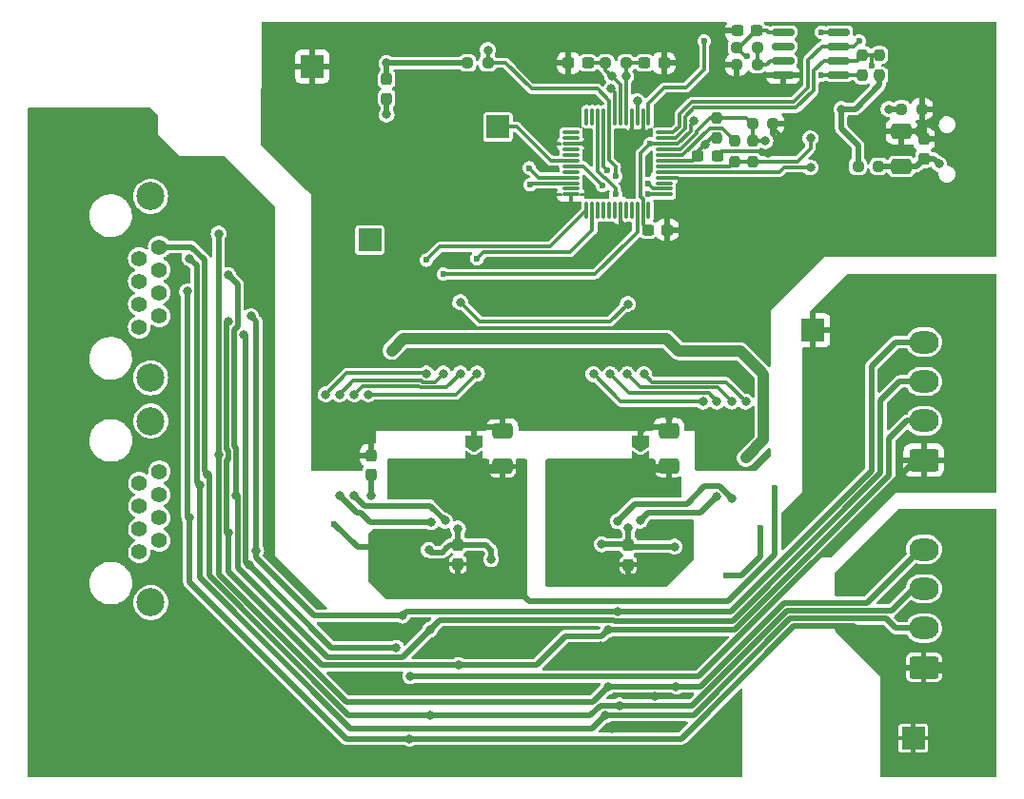
<source format=gbr>
%TF.GenerationSoftware,KiCad,Pcbnew,(6.0.4)*%
%TF.CreationDate,2023-06-02T13:45:04+02:00*%
%TF.ProjectId,Modbus-RJ45-Breakout,4d6f6462-7573-42d5-924a-34352d427265,0.0.2*%
%TF.SameCoordinates,Original*%
%TF.FileFunction,Copper,L2,Bot*%
%TF.FilePolarity,Positive*%
%FSLAX46Y46*%
G04 Gerber Fmt 4.6, Leading zero omitted, Abs format (unit mm)*
G04 Created by KiCad (PCBNEW (6.0.4)) date 2023-06-02 13:45:04*
%MOMM*%
%LPD*%
G01*
G04 APERTURE LIST*
G04 Aperture macros list*
%AMRoundRect*
0 Rectangle with rounded corners*
0 $1 Rounding radius*
0 $2 $3 $4 $5 $6 $7 $8 $9 X,Y pos of 4 corners*
0 Add a 4 corners polygon primitive as box body*
4,1,4,$2,$3,$4,$5,$6,$7,$8,$9,$2,$3,0*
0 Add four circle primitives for the rounded corners*
1,1,$1+$1,$2,$3*
1,1,$1+$1,$4,$5*
1,1,$1+$1,$6,$7*
1,1,$1+$1,$8,$9*
0 Add four rect primitives between the rounded corners*
20,1,$1+$1,$2,$3,$4,$5,0*
20,1,$1+$1,$4,$5,$6,$7,0*
20,1,$1+$1,$6,$7,$8,$9,0*
20,1,$1+$1,$8,$9,$2,$3,0*%
%AMFreePoly0*
4,1,6,1.000000,0.000000,0.500000,-0.750000,-0.500000,-0.750000,-0.500000,0.750000,0.500000,0.750000,1.000000,0.000000,1.000000,0.000000,$1*%
%AMFreePoly1*
4,1,6,0.500000,-0.750000,-0.650000,-0.750000,-0.150000,0.000000,-0.650000,0.750000,0.500000,0.750000,0.500000,-0.750000,0.500000,-0.750000,$1*%
G04 Aperture macros list end*
%TA.AperFunction,ComponentPad*%
%ADD10RoundRect,0.250000X1.050000X-0.750000X1.050000X0.750000X-1.050000X0.750000X-1.050000X-0.750000X0*%
%TD*%
%TA.AperFunction,ComponentPad*%
%ADD11O,2.600000X2.000000*%
%TD*%
%TA.AperFunction,ComponentPad*%
%ADD12R,2.000000X2.000000*%
%TD*%
%TA.AperFunction,ComponentPad*%
%ADD13C,1.400000*%
%TD*%
%TA.AperFunction,ComponentPad*%
%ADD14C,2.500000*%
%TD*%
%TA.AperFunction,SMDPad,CuDef*%
%ADD15FreePoly0,270.000000*%
%TD*%
%TA.AperFunction,SMDPad,CuDef*%
%ADD16FreePoly1,270.000000*%
%TD*%
%TA.AperFunction,SMDPad,CuDef*%
%ADD17RoundRect,0.237500X0.300000X0.237500X-0.300000X0.237500X-0.300000X-0.237500X0.300000X-0.237500X0*%
%TD*%
%TA.AperFunction,SMDPad,CuDef*%
%ADD18RoundRect,0.237500X0.250000X0.237500X-0.250000X0.237500X-0.250000X-0.237500X0.250000X-0.237500X0*%
%TD*%
%TA.AperFunction,SMDPad,CuDef*%
%ADD19RoundRect,0.237500X0.237500X-0.300000X0.237500X0.300000X-0.237500X0.300000X-0.237500X-0.300000X0*%
%TD*%
%TA.AperFunction,SMDPad,CuDef*%
%ADD20RoundRect,0.237500X-0.300000X-0.237500X0.300000X-0.237500X0.300000X0.237500X-0.300000X0.237500X0*%
%TD*%
%TA.AperFunction,SMDPad,CuDef*%
%ADD21RoundRect,0.150000X0.825000X0.150000X-0.825000X0.150000X-0.825000X-0.150000X0.825000X-0.150000X0*%
%TD*%
%TA.AperFunction,SMDPad,CuDef*%
%ADD22RoundRect,0.237500X-0.237500X0.250000X-0.237500X-0.250000X0.237500X-0.250000X0.237500X0.250000X0*%
%TD*%
%TA.AperFunction,SMDPad,CuDef*%
%ADD23RoundRect,0.237500X-0.250000X-0.237500X0.250000X-0.237500X0.250000X0.237500X-0.250000X0.237500X0*%
%TD*%
%TA.AperFunction,SMDPad,CuDef*%
%ADD24RoundRect,0.250000X0.650000X-0.412500X0.650000X0.412500X-0.650000X0.412500X-0.650000X-0.412500X0*%
%TD*%
%TA.AperFunction,SMDPad,CuDef*%
%ADD25RoundRect,0.237500X0.237500X-0.250000X0.237500X0.250000X-0.237500X0.250000X-0.237500X-0.250000X0*%
%TD*%
%TA.AperFunction,SMDPad,CuDef*%
%ADD26RoundRect,0.237500X-0.237500X0.300000X-0.237500X-0.300000X0.237500X-0.300000X0.237500X0.300000X0*%
%TD*%
%TA.AperFunction,SMDPad,CuDef*%
%ADD27RoundRect,0.075000X0.662500X0.075000X-0.662500X0.075000X-0.662500X-0.075000X0.662500X-0.075000X0*%
%TD*%
%TA.AperFunction,SMDPad,CuDef*%
%ADD28RoundRect,0.075000X0.075000X0.662500X-0.075000X0.662500X-0.075000X-0.662500X0.075000X-0.662500X0*%
%TD*%
%TA.AperFunction,ViaPad*%
%ADD29C,0.800000*%
%TD*%
%TA.AperFunction,ViaPad*%
%ADD30C,0.600000*%
%TD*%
%TA.AperFunction,Conductor*%
%ADD31C,0.500000*%
%TD*%
%TA.AperFunction,Conductor*%
%ADD32C,0.300000*%
%TD*%
%TA.AperFunction,Conductor*%
%ADD33C,1.000000*%
%TD*%
G04 APERTURE END LIST*
D10*
%TO.P,J3,1,Pin_1*%
%TO.N,/GND_1*%
X130150000Y-89400000D03*
D11*
%TO.P,J3,2,Pin_2*%
%TO.N,/B_1*%
X130150000Y-85900000D03*
%TO.P,J3,3,Pin_3*%
%TO.N,/A_1*%
X130150000Y-82400000D03*
%TO.P,J3,4,Pin_4*%
%TO.N,/+5V_1*%
X130150000Y-78900000D03*
%TD*%
D12*
%TO.P,TP1,1,1*%
%TO.N,VCC*%
X92250000Y-59750000D03*
%TD*%
%TO.P,TP28,1,1*%
%TO.N,GND*%
X75750000Y-54350000D03*
%TD*%
%TO.P,TP34,1,1*%
%TO.N,/GND_2*%
X129200000Y-114150000D03*
%TD*%
%TO.P,TP35,1,1*%
%TO.N,/GND_1*%
X120300000Y-77850000D03*
%TD*%
D13*
%TO.P,J1,1*%
%TO.N,/GND_1*%
X60340000Y-77570000D03*
%TO.P,J1,2*%
%TO.N,/+5V_1*%
X62120000Y-76550000D03*
%TO.P,J1,3*%
%TO.N,/B_1*%
X60340000Y-75530000D03*
%TO.P,J1,4*%
%TO.N,/GND_2*%
X62120000Y-74510000D03*
%TO.P,J1,5*%
%TO.N,/+5V_2*%
X60340000Y-73490000D03*
%TO.P,J1,6*%
%TO.N,/A_1*%
X62120000Y-72470000D03*
%TO.P,J1,7*%
%TO.N,/B_2*%
X60340000Y-71450000D03*
%TO.P,J1,8*%
%TO.N,/A_2*%
X62120000Y-70430000D03*
D14*
%TO.P,J1,SH*%
%TO.N,Net-(C31-Pad1)*%
X61360000Y-65925000D03*
X61360000Y-82075000D03*
%TD*%
D13*
%TO.P,J2,1*%
%TO.N,/GND_1*%
X60355000Y-97570000D03*
%TO.P,J2,2*%
%TO.N,/+5V_1*%
X62135000Y-96550000D03*
%TO.P,J2,3*%
%TO.N,/B_1*%
X60355000Y-95530000D03*
%TO.P,J2,4*%
%TO.N,/GND_2*%
X62135000Y-94510000D03*
%TO.P,J2,5*%
%TO.N,/+5V_2*%
X60355000Y-93490000D03*
%TO.P,J2,6*%
%TO.N,/A_1*%
X62135000Y-92470000D03*
%TO.P,J2,7*%
%TO.N,/B_2*%
X60355000Y-91450000D03*
%TO.P,J2,8*%
%TO.N,/A_2*%
X62135000Y-90430000D03*
D14*
%TO.P,J2,SH*%
%TO.N,Net-(C32-Pad1)*%
X61375000Y-102075000D03*
X61375000Y-85925000D03*
%TD*%
D10*
%TO.P,J4,1,Pin_1*%
%TO.N,/GND_2*%
X130150000Y-107850000D03*
D11*
%TO.P,J4,2,Pin_2*%
%TO.N,/B_2*%
X130150000Y-104350000D03*
%TO.P,J4,3,Pin_3*%
%TO.N,/A_2*%
X130150000Y-100850000D03*
%TO.P,J4,4,Pin_4*%
%TO.N,/+5V_2*%
X130150000Y-97350000D03*
%TD*%
D12*
%TO.P,TP6,1,1*%
%TO.N,+5V*%
X80850000Y-69800000D03*
%TD*%
D15*
%TO.P,JP5,1,A*%
%TO.N,GND*%
X90150000Y-87700000D03*
D16*
%TO.P,JP5,2,B*%
%TO.N,GND1*%
X90150000Y-89150000D03*
%TD*%
D17*
%TO.P,C35,1*%
%TO.N,VCC*%
X115262500Y-51200000D03*
%TO.P,C35,2*%
%TO.N,GND*%
X113537500Y-51200000D03*
%TD*%
D18*
%TO.P,R10,1*%
%TO.N,GND*%
X116712500Y-59450000D03*
%TO.P,R10,2*%
%TO.N,Net-(R10-Pad2)*%
X114887500Y-59450000D03*
%TD*%
D19*
%TO.P,C11,1*%
%TO.N,+5V*%
X80950000Y-90712500D03*
%TO.P,C11,2*%
%TO.N,GND*%
X80950000Y-88987500D03*
%TD*%
D18*
%TO.P,R12,1*%
%TO.N,Net-(C5-Pad1)*%
X103662500Y-54050000D03*
%TO.P,R12,2*%
%TO.N,Net-(C4-Pad1)*%
X101837500Y-54050000D03*
%TD*%
D19*
%TO.P,C9,1*%
%TO.N,+5V*%
X82350000Y-57212500D03*
%TO.P,C9,2*%
%TO.N,Net-(C9-Pad2)*%
X82350000Y-55487500D03*
%TD*%
D20*
%TO.P,C5,1*%
%TO.N,Net-(C5-Pad1)*%
X105287500Y-54050000D03*
%TO.P,C5,2*%
%TO.N,GND*%
X107012500Y-54050000D03*
%TD*%
D21*
%TO.P,U5,1,CS*%
%TO.N,EECS*%
X122575000Y-51295000D03*
%TO.P,U5,2,SCLK*%
%TO.N,EECLK*%
X122575000Y-52565000D03*
%TO.P,U5,3,DI*%
%TO.N,EEDATA*%
X122575000Y-53835000D03*
%TO.P,U5,4,DO*%
%TO.N,Net-(R26-Pad1)*%
X122575000Y-55105000D03*
%TO.P,U5,5,GND*%
%TO.N,GND*%
X117625000Y-55105000D03*
%TO.P,U5,6,ORG*%
%TO.N,Net-(R33-Pad2)*%
X117625000Y-53835000D03*
%TO.P,U5,7,NC*%
%TO.N,unconnected-(U5-Pad7)*%
X117625000Y-52565000D03*
%TO.P,U5,8,VCC*%
%TO.N,VCC*%
X117625000Y-51295000D03*
%TD*%
D18*
%TO.P,R13,1*%
%TO.N,nPWREN*%
X91362500Y-54050000D03*
%TO.P,R13,2*%
%TO.N,Net-(C9-Pad2)*%
X89537500Y-54050000D03*
%TD*%
D22*
%TO.P,R27,1*%
%TO.N,EEDATA*%
X126200000Y-53337500D03*
%TO.P,R27,2*%
%TO.N,VCC*%
X126200000Y-55162500D03*
%TD*%
D23*
%TO.P,R34,1*%
%TO.N,GND*%
X113487500Y-54200000D03*
%TO.P,R34,2*%
%TO.N,Net-(R33-Pad2)*%
X115312500Y-54200000D03*
%TD*%
D15*
%TO.P,JP8,1,A*%
%TO.N,GND*%
X104950000Y-87700000D03*
D16*
%TO.P,JP8,2,B*%
%TO.N,GND2*%
X104950000Y-89150000D03*
%TD*%
D19*
%TO.P,C3,1*%
%TO.N,/VBUS*%
X130150000Y-62562500D03*
%TO.P,C3,2*%
%TO.N,GND*%
X130150000Y-60837500D03*
%TD*%
D24*
%TO.P,C34,1*%
%TO.N,GND2*%
X107450000Y-89950000D03*
%TO.P,C34,2*%
%TO.N,GND*%
X107450000Y-86825000D03*
%TD*%
%TO.P,C2,1*%
%TO.N,/VBUS*%
X128150000Y-63262500D03*
%TO.P,C2,2*%
%TO.N,GND*%
X128150000Y-60137500D03*
%TD*%
D17*
%TO.P,C4,1*%
%TO.N,Net-(C4-Pad1)*%
X100262500Y-54050000D03*
%TO.P,C4,2*%
%TO.N,GND*%
X98537500Y-54050000D03*
%TD*%
D20*
%TO.P,C7,1*%
%TO.N,+3V3*%
X110037500Y-62300000D03*
%TO.P,C7,2*%
%TO.N,GND*%
X111762500Y-62300000D03*
%TD*%
D25*
%TO.P,R8,1*%
%TO.N,Net-(R4-Pad2)*%
X114900000Y-62812500D03*
%TO.P,R8,2*%
%TO.N,Net-(R10-Pad2)*%
X114900000Y-60987500D03*
%TD*%
D24*
%TO.P,C33,1*%
%TO.N,GND1*%
X92650000Y-89962500D03*
%TO.P,C33,2*%
%TO.N,GND*%
X92650000Y-86837500D03*
%TD*%
D18*
%TO.P,R32,1*%
%TO.N,GND*%
X129962500Y-58150000D03*
%TO.P,R32,2*%
%TO.N,Net-(D7-Pad1)*%
X128137500Y-58150000D03*
%TD*%
D25*
%TO.P,R9,1*%
%TO.N,+3V3*%
X111750000Y-60762500D03*
%TO.P,R9,2*%
%TO.N,Net-(R10-Pad2)*%
X111750000Y-58937500D03*
%TD*%
D26*
%TO.P,C22,1*%
%TO.N,Net-(C22-Pad1)*%
X103850000Y-96987500D03*
%TO.P,C22,2*%
%TO.N,GND2*%
X103850000Y-98712500D03*
%TD*%
D20*
%TO.P,C36,1*%
%TO.N,VCC*%
X105587500Y-68900000D03*
%TO.P,C36,2*%
%TO.N,GND*%
X107312500Y-68900000D03*
%TD*%
D25*
%TO.P,R7,1*%
%TO.N,Net-(R4-Pad2)*%
X113350000Y-62812500D03*
%TO.P,R7,2*%
%TO.N,Net-(R7-Pad2)*%
X113350000Y-60987500D03*
%TD*%
%TO.P,R26,1*%
%TO.N,Net-(R26-Pad1)*%
X124700000Y-55162500D03*
%TO.P,R26,2*%
%TO.N,EEDATA*%
X124700000Y-53337500D03*
%TD*%
D18*
%TO.P,L2,1*%
%TO.N,/VBUS*%
X126112500Y-63250000D03*
%TO.P,L2,2*%
%TO.N,VCC*%
X124287500Y-63250000D03*
%TD*%
D27*
%TO.P,U1,1,EECLK*%
%TO.N,EECLK*%
X107062500Y-60250000D03*
%TO.P,U1,2,EEDATA*%
%TO.N,EEDATA*%
X107062500Y-60750000D03*
%TO.P,U1,3,VCC*%
%TO.N,VCC*%
X107062500Y-61250000D03*
%TO.P,U1,4,~{RESET}*%
%TO.N,Net-(R10-Pad2)*%
X107062500Y-61750000D03*
%TO.P,U1,5,~{RSTOUT}*%
%TO.N,Net-(R7-Pad2)*%
X107062500Y-62250000D03*
%TO.P,U1,6,3V3OUT*%
%TO.N,+3V3*%
X107062500Y-62750000D03*
%TO.P,U1,7,USBDP*%
%TO.N,Net-(R4-Pad2)*%
X107062500Y-63250000D03*
%TO.P,U1,8,USBDM*%
%TO.N,Net-(R6-Pad2)*%
X107062500Y-63750000D03*
%TO.P,U1,9,GND*%
%TO.N,GND*%
X107062500Y-64250000D03*
%TO.P,U1,10,SI/WUA*%
%TO.N,unconnected-(U1-Pad10)*%
X107062500Y-64750000D03*
%TO.P,U1,11,ACBUS3*%
%TO.N,Net-(R20-Pad1)*%
X107062500Y-65250000D03*
%TO.P,U1,12,ACBUS2*%
%TO.N,Net-(R19-Pad1)*%
X107062500Y-65750000D03*
D28*
%TO.P,U1,13,ACBUS1*%
%TO.N,unconnected-(U1-Pad13)*%
X105650000Y-67162500D03*
%TO.P,U1,14,VCCIOA*%
%TO.N,VCC*%
X105150000Y-67162500D03*
%TO.P,U1,15,ACBUS0*%
%TO.N,Net-(R18-Pad1)*%
X104650000Y-67162500D03*
%TO.P,U1,16,ADBUS7*%
%TO.N,unconnected-(U1-Pad16)*%
X104150000Y-67162500D03*
%TO.P,U1,17,ADBUS6*%
%TO.N,unconnected-(U1-Pad17)*%
X103650000Y-67162500D03*
%TO.P,U1,18,GND*%
%TO.N,GND*%
X103150000Y-67162500D03*
%TO.P,U1,19,ADBUS5*%
%TO.N,unconnected-(U1-Pad19)*%
X102650000Y-67162500D03*
%TO.P,U1,20,ADBUS4*%
%TO.N,unconnected-(U1-Pad20)*%
X102150000Y-67162500D03*
%TO.P,U1,21,ADBUS3*%
%TO.N,unconnected-(U1-Pad21)*%
X101650000Y-67162500D03*
%TO.P,U1,22,ADBUS2*%
%TO.N,unconnected-(U1-Pad22)*%
X101150000Y-67162500D03*
%TO.P,U1,23,ADBUS1*%
%TO.N,Net-(R17-Pad1)*%
X100650000Y-67162500D03*
%TO.P,U1,24,ADBUS0*%
%TO.N,Net-(R15-Pad1)*%
X100150000Y-67162500D03*
D27*
%TO.P,U1,25,GND*%
%TO.N,GND*%
X98737500Y-65750000D03*
%TO.P,U1,26,SI/WUB*%
%TO.N,unconnected-(U1-Pad26)*%
X98737500Y-65250000D03*
%TO.P,U1,27,BCBUS3*%
%TO.N,Net-(R25-Pad1)*%
X98737500Y-64750000D03*
%TO.P,U1,28,BCBUS2*%
%TO.N,Net-(R24-Pad1)*%
X98737500Y-64250000D03*
%TO.P,U1,29,BCBUS1*%
%TO.N,unconnected-(U1-Pad29)*%
X98737500Y-63750000D03*
%TO.P,U1,30,BCBUS0*%
%TO.N,Net-(R23-Pad1)*%
X98737500Y-63250000D03*
%TO.P,U1,31,VCCIOB*%
%TO.N,VCC*%
X98737500Y-62750000D03*
%TO.P,U1,32,BDBUS7*%
%TO.N,unconnected-(U1-Pad32)*%
X98737500Y-62250000D03*
%TO.P,U1,33,BDBUS6*%
%TO.N,unconnected-(U1-Pad33)*%
X98737500Y-61750000D03*
%TO.P,U1,34,GND*%
%TO.N,GND*%
X98737500Y-61250000D03*
%TO.P,U1,35,BDBUS5*%
%TO.N,unconnected-(U1-Pad35)*%
X98737500Y-60750000D03*
%TO.P,U1,36,BDBUS4*%
%TO.N,unconnected-(U1-Pad36)*%
X98737500Y-60250000D03*
D28*
%TO.P,U1,37,BDBUS3*%
%TO.N,unconnected-(U1-Pad37)*%
X100150000Y-58837500D03*
%TO.P,U1,38,BDBUS2*%
%TO.N,unconnected-(U1-Pad38)*%
X100650000Y-58837500D03*
%TO.P,U1,39,BDBUS1*%
%TO.N,Net-(R22-Pad1)*%
X101150000Y-58837500D03*
%TO.P,U1,40,BDBUS0*%
%TO.N,Net-(R21-Pad1)*%
X101650000Y-58837500D03*
%TO.P,U1,41,~{PWREN}*%
%TO.N,nPWREN*%
X102150000Y-58837500D03*
%TO.P,U1,42,VCC*%
%TO.N,VCC*%
X102650000Y-58837500D03*
%TO.P,U1,43,XTIN*%
%TO.N,Net-(C4-Pad1)*%
X103150000Y-58837500D03*
%TO.P,U1,44,XTOUT*%
%TO.N,Net-(C5-Pad1)*%
X103650000Y-58837500D03*
%TO.P,U1,45,AGND*%
%TO.N,GND*%
X104150000Y-58837500D03*
%TO.P,U1,46,AVCC*%
%TO.N,Net-(C8-Pad1)*%
X104650000Y-58837500D03*
%TO.P,U1,47,TEST*%
%TO.N,GND*%
X105150000Y-58837500D03*
%TO.P,U1,48,EECS*%
%TO.N,EECS*%
X105650000Y-58837500D03*
%TD*%
D23*
%TO.P,R33,1*%
%TO.N,VCC*%
X113487500Y-52700000D03*
%TO.P,R33,2*%
%TO.N,Net-(R33-Pad2)*%
X115312500Y-52700000D03*
%TD*%
D26*
%TO.P,C12,1*%
%TO.N,Net-(C12-Pad1)*%
X88700000Y-96937500D03*
%TO.P,C12,2*%
%TO.N,GND1*%
X88700000Y-98662500D03*
%TD*%
D29*
%TO.N,/B_1*%
X87550000Y-94800000D03*
%TO.N,/A_1*%
X86300000Y-94950000D03*
X78150000Y-92550000D03*
%TO.N,/A_2*%
X103050000Y-111250000D03*
X104900000Y-94800000D03*
%TO.N,/B_2*%
X102900000Y-94850000D03*
%TO.N,GND1*%
X88700000Y-100300000D03*
X84650000Y-90100000D03*
X83100000Y-97150000D03*
X90650000Y-90550000D03*
X94100000Y-97350000D03*
X81500000Y-99250000D03*
X87200000Y-90050000D03*
D30*
X116900000Y-91900000D03*
D29*
X94200000Y-93050000D03*
X92650000Y-91350000D03*
X86050000Y-101150000D03*
X91650000Y-101350000D03*
D30*
X77700000Y-95100000D03*
D29*
X83350000Y-99000000D03*
X86800000Y-96650000D03*
X83000000Y-90000000D03*
X86250000Y-99000000D03*
X83750000Y-91350000D03*
%TO.N,Net-(C4-Pad1)*%
X102400000Y-55250000D03*
%TO.N,Net-(C8-Pad1)*%
X104650000Y-57450000D03*
%TO.N,/GND_1*%
X70100000Y-98750000D03*
X124300000Y-74050000D03*
X127800000Y-84800000D03*
X122350000Y-75550000D03*
X122700000Y-80100000D03*
X132850000Y-90200000D03*
X121400000Y-85850000D03*
X135500000Y-77500000D03*
X118350000Y-95300000D03*
X132050000Y-84100000D03*
X135650000Y-73650000D03*
X127750000Y-76300000D03*
X123200000Y-83300000D03*
X134750000Y-82350000D03*
X128350000Y-80650000D03*
X120250000Y-89700000D03*
X130900000Y-91550000D03*
X128200000Y-87800000D03*
X132550000Y-86250000D03*
X131750000Y-73900000D03*
X132850000Y-88000000D03*
X128300000Y-74050000D03*
X121150000Y-87650000D03*
X69648522Y-78288586D03*
X84450000Y-108650000D03*
X132750000Y-76700000D03*
X126800000Y-81350000D03*
X135900000Y-91450000D03*
X134550000Y-88500000D03*
X119500000Y-93900000D03*
X131850000Y-80600000D03*
X121800000Y-91800000D03*
X83200000Y-106100000D03*
X128700000Y-91600000D03*
X120750000Y-82850000D03*
X125150000Y-77500000D03*
%TO.N,GND2*%
X97350000Y-99800000D03*
X101300000Y-95200000D03*
X107900000Y-98800000D03*
X97250000Y-93700000D03*
X98550000Y-91350000D03*
X107450000Y-91350000D03*
X98150000Y-98450000D03*
X100000000Y-90150000D03*
X97300000Y-90100000D03*
X103850000Y-100300000D03*
X105400000Y-90300000D03*
X97150000Y-96650000D03*
X101550000Y-98150000D03*
X103200000Y-90150000D03*
X101600000Y-100000000D03*
X100000000Y-98450000D03*
%TO.N,/GND_2*%
X124350000Y-98250000D03*
X134300000Y-98050000D03*
X132650000Y-109400000D03*
X127200000Y-98650000D03*
X134050000Y-94700000D03*
X64801479Y-94499778D03*
X131500000Y-106000000D03*
X84400000Y-114200000D03*
X128050000Y-96150000D03*
X135950000Y-94350000D03*
X135400000Y-112150000D03*
X127250000Y-116600000D03*
X135400000Y-109350000D03*
X135900000Y-116800000D03*
X128500000Y-102950000D03*
X131600000Y-116350000D03*
X64601479Y-74389104D03*
X127450000Y-106300000D03*
X135450000Y-105700000D03*
X127450000Y-111500000D03*
X133550000Y-103850000D03*
X132650000Y-96050000D03*
X135150000Y-107350000D03*
X123500000Y-99150000D03*
X131600000Y-112800000D03*
X133650000Y-100600000D03*
X128450000Y-105850000D03*
X123950000Y-100450000D03*
X128200000Y-94300000D03*
X131800000Y-99150000D03*
X132000000Y-102600000D03*
%TO.N,/+5V_1*%
X70750000Y-97450000D03*
X83750000Y-103250000D03*
X102900500Y-102850000D03*
X70300500Y-76598872D03*
%TO.N,/+5V_2*%
X102050000Y-109550000D03*
X108100000Y-109550000D03*
X67400000Y-69250000D03*
X67400000Y-88950000D03*
%TO.N,/B_1*%
X102050500Y-104499500D03*
X79450000Y-92550000D03*
X68249500Y-77036999D03*
X68249500Y-95867944D03*
X88750989Y-107649011D03*
%TO.N,/A_1*%
X86200000Y-104500000D03*
X68949011Y-92584913D03*
X68249500Y-72911652D03*
%TO.N,/B_2*%
X101793232Y-112111505D03*
X64800000Y-71450000D03*
X113050000Y-92850000D03*
X65700293Y-91625059D03*
%TO.N,/A_2*%
X66450632Y-90684999D03*
X111674312Y-92675688D03*
X86200000Y-112100000D03*
%TO.N,GNDS*%
X58750000Y-115700000D03*
D30*
X71900000Y-95600000D03*
D29*
X70550000Y-68000000D03*
X101400000Y-105950000D03*
X71250000Y-72500000D03*
X63300000Y-64050000D03*
X67150000Y-63850000D03*
X105900000Y-113200000D03*
D30*
X51500000Y-69150000D03*
D29*
X102650000Y-107750000D03*
X91650000Y-105750000D03*
X92250000Y-117050000D03*
X74800000Y-112650000D03*
X54350000Y-108950000D03*
X111850000Y-114000000D03*
X102400000Y-113300000D03*
X101050000Y-115900000D03*
X65850000Y-109350000D03*
X60500000Y-59850000D03*
X89100000Y-115900000D03*
X51850000Y-115950000D03*
X76250000Y-114350000D03*
X78350000Y-108650000D03*
X62900000Y-108850000D03*
X63250000Y-87600000D03*
X59450000Y-109600000D03*
D30*
X54450000Y-103350000D03*
D29*
X51600000Y-59800000D03*
X71850000Y-110200000D03*
X82500000Y-108750000D03*
X54450000Y-84100000D03*
X67950000Y-106550000D03*
X51950000Y-110900000D03*
X77800000Y-104700000D03*
X57750000Y-96100000D03*
X64950000Y-104950000D03*
X51850000Y-106450000D03*
X105450000Y-117050000D03*
D30*
X51600000Y-86550000D03*
D29*
X63600000Y-76350000D03*
X110050000Y-107250000D03*
X66150000Y-67350000D03*
X86400000Y-117050000D03*
X57600000Y-76200000D03*
X61100000Y-116500000D03*
X70850000Y-113100000D03*
D30*
X51350000Y-100300000D03*
D29*
X113100000Y-116550000D03*
X63100000Y-80500000D03*
X57150000Y-91350000D03*
D30*
X51000000Y-76800000D03*
D29*
X106200000Y-110400000D03*
X57250000Y-71650000D03*
X63700000Y-100400000D03*
X96700000Y-109650000D03*
X63500000Y-84050000D03*
X110650000Y-105900000D03*
X55600000Y-116150000D03*
X51300000Y-64700000D03*
D30*
X71850000Y-91400000D03*
D29*
X94750000Y-115900000D03*
D30*
X52050000Y-93850000D03*
D29*
X65750000Y-116850000D03*
X108450000Y-116100000D03*
X96700000Y-104700000D03*
X80550000Y-109800000D03*
X98450000Y-116950000D03*
X113350000Y-111650000D03*
X79800000Y-116950000D03*
D30*
X71950000Y-80400000D03*
D29*
X83850000Y-115900000D03*
X73300000Y-117050000D03*
%TO.N,Net-(R6-Pad2)*%
X120050000Y-63350000D03*
D30*
%TO.N,GND*%
X82050000Y-86350000D03*
D29*
X76700000Y-81350000D03*
X100150000Y-61250000D03*
D30*
X127950000Y-53450000D03*
D29*
X93950000Y-83600000D03*
D30*
X92250000Y-74100000D03*
X128500000Y-51350000D03*
X82650000Y-72150000D03*
D29*
X77550000Y-87750000D03*
D30*
X132750000Y-55900000D03*
X124850000Y-50950000D03*
D29*
X124550000Y-68650000D03*
X97550000Y-85650000D03*
D30*
X75250000Y-63650000D03*
X94800000Y-51650000D03*
D29*
X113800000Y-82050000D03*
D30*
X84100000Y-51600000D03*
D29*
X95500000Y-83350000D03*
D30*
X122850000Y-62100000D03*
X105600000Y-62950000D03*
X111250000Y-55900000D03*
X106300000Y-73150000D03*
X112250000Y-67700000D03*
X78250000Y-51350000D03*
X121500000Y-56700000D03*
X98900000Y-67250000D03*
X109250000Y-72150000D03*
X78000000Y-61750000D03*
X101400000Y-51400000D03*
X112300000Y-73600000D03*
D29*
X127300000Y-65500000D03*
X97300000Y-83500000D03*
D30*
X103100000Y-61100000D03*
X103000000Y-86350000D03*
X105150000Y-60150000D03*
X99550000Y-74500000D03*
D29*
X76900000Y-89000000D03*
X79450000Y-80300000D03*
X133500000Y-60050000D03*
D30*
X122650000Y-66850000D03*
X80800000Y-77350000D03*
D29*
X95450000Y-80400000D03*
D30*
X88800000Y-73850000D03*
D29*
X107450000Y-85500000D03*
D30*
X72700000Y-56350000D03*
D29*
X118000000Y-68700000D03*
D30*
X72650000Y-60700000D03*
D29*
X113450000Y-76900000D03*
D30*
X84900000Y-55100000D03*
D29*
X127500000Y-68700000D03*
X131500000Y-60450000D03*
D30*
X104150000Y-60150000D03*
X76900000Y-73400000D03*
D29*
X135600000Y-70200000D03*
D30*
X107550000Y-66950000D03*
D29*
X133550000Y-63150000D03*
X121800000Y-68650000D03*
D30*
X84750000Y-74000000D03*
D29*
X92650000Y-85450000D03*
X130100000Y-68550000D03*
D30*
X135350000Y-51250000D03*
D29*
X93950000Y-85300000D03*
D30*
X75950000Y-77150000D03*
X119600000Y-67850000D03*
D29*
X107350000Y-75300000D03*
D30*
X82400000Y-76400000D03*
X119500000Y-59550000D03*
D29*
X79600000Y-77900000D03*
D30*
X103950000Y-61700000D03*
X84000000Y-58600000D03*
X88900000Y-86250000D03*
D29*
X117050000Y-73950000D03*
D30*
X123600000Y-56600000D03*
X100200000Y-86300000D03*
X110100000Y-65350000D03*
X108500000Y-51350000D03*
D29*
X108650000Y-64650000D03*
D30*
X95550000Y-86150000D03*
X113100000Y-56350000D03*
D29*
X83300000Y-85550000D03*
D30*
X130550000Y-52150000D03*
X75150000Y-58150000D03*
X125600000Y-65400000D03*
X104000000Y-65450000D03*
X79000000Y-89000000D03*
X76050000Y-87400000D03*
X100050000Y-64500000D03*
X78350000Y-64900000D03*
X78850000Y-72650000D03*
X85800000Y-86300000D03*
X110300000Y-56650000D03*
X118850000Y-65150000D03*
X78750000Y-67250000D03*
D29*
X132650000Y-68400000D03*
D30*
X115000000Y-68650000D03*
D29*
X109800000Y-67800000D03*
D30*
X116300000Y-66200000D03*
D29*
X116300000Y-62050000D03*
D30*
X98900000Y-71550000D03*
D29*
X132300000Y-62300000D03*
D30*
X72350000Y-51250000D03*
X79100000Y-87750000D03*
D29*
X94000000Y-75400000D03*
%TO.N,Net-(C5-Pad1)*%
X103650000Y-55250000D03*
%TO.N,VCC*%
X122800000Y-58150000D03*
X102350000Y-56350000D03*
D30*
X105800000Y-61250000D03*
X114400000Y-53450000D03*
D29*
X109700000Y-59200000D03*
%TO.N,+3V3*%
X110693984Y-61291632D03*
%TO.N,+5V*%
X114300000Y-89200000D03*
X108350000Y-79700000D03*
X92350000Y-78600000D03*
D30*
X115600000Y-95450000D03*
D29*
X82800000Y-79650000D03*
X98800000Y-78600000D03*
D30*
X112550000Y-99650000D03*
D29*
X82350000Y-58650000D03*
X80950000Y-92550000D03*
%TO.N,Net-(C9-Pad2)*%
X82350000Y-54050000D03*
%TO.N,Net-(C22-Pad1)*%
X107950000Y-97100000D03*
X101500000Y-96900000D03*
X103850688Y-95400688D03*
%TO.N,Net-(D7-Pad1)*%
X127000000Y-58150000D03*
%TO.N,Net-(C12-Pad1)*%
X88700000Y-95500000D03*
X86100000Y-97400000D03*
X91650000Y-98250000D03*
%TO.N,Net-(R4-Pad2)*%
X120050000Y-60750000D03*
%TO.N,Net-(R10-Pad2)*%
X116050000Y-61000000D03*
D30*
%TO.N,nPWREN*%
X102750000Y-64150000D03*
D29*
X91350000Y-52900000D03*
X88900000Y-75350000D03*
X103800000Y-75500000D03*
D30*
%TO.N,Net-(R15-Pad1)*%
X85900000Y-71600000D03*
D29*
%TO.N,TXD1*%
X76900000Y-83550000D03*
X85900000Y-81700000D03*
D30*
%TO.N,Net-(R17-Pad1)*%
X90400000Y-71450000D03*
D29*
%TO.N,RXD1*%
X80700000Y-83550000D03*
X90400000Y-81700000D03*
D30*
%TO.N,Net-(R18-Pad1)*%
X87400000Y-72850000D03*
D29*
%TO.N,TXDEN1*%
X78150000Y-83550000D03*
X87400000Y-81700000D03*
D30*
%TO.N,Net-(R19-Pad1)*%
X105600000Y-65700000D03*
%TO.N,Net-(R20-Pad1)*%
X105639123Y-64820591D03*
%TO.N,Net-(R21-Pad1)*%
X101969998Y-63624060D03*
D29*
%TO.N,TXD2*%
X110500000Y-84200000D03*
X100750000Y-81750000D03*
D30*
%TO.N,Net-(R22-Pad1)*%
X102750000Y-65750000D03*
D29*
%TO.N,RXD2*%
X105250000Y-81750000D03*
X114300000Y-84200000D03*
D30*
%TO.N,Net-(R23-Pad1)*%
X101556295Y-64956295D03*
D29*
%TO.N,TXDEN2*%
X102250000Y-81750000D03*
X111750000Y-84200000D03*
D30*
%TO.N,Net-(R24-Pad1)*%
X95050000Y-63400000D03*
%TO.N,Net-(R25-Pad1)*%
X95150000Y-64900000D03*
%TO.N,Net-(R26-Pad1)*%
X121000000Y-55150000D03*
%TO.N,EEDATA*%
X125500000Y-54250000D03*
%TO.N,EECLK*%
X124400000Y-52100000D03*
%TO.N,EECS*%
X121050000Y-51300000D03*
X110600000Y-52100000D03*
D29*
%TO.N,Net-(R2-Pad1)*%
X88900000Y-81700000D03*
X79450000Y-83550000D03*
%TO.N,Net-(R35-Pad1)*%
X113050000Y-84200000D03*
X103750000Y-81750000D03*
%TO.N,/VBUS*%
X131500000Y-63050000D03*
%TD*%
D31*
%TO.N,Net-(C22-Pad1)*%
X103850000Y-95401376D02*
X103850688Y-95400688D01*
X103850000Y-96987500D02*
X103850000Y-95401376D01*
%TO.N,/B_2*%
X109050000Y-93300000D02*
X104450000Y-93300000D01*
X104450000Y-93300000D02*
X102900000Y-94850000D01*
X111950000Y-91750000D02*
X110600000Y-91750000D01*
X110600000Y-91750000D02*
X109050000Y-93300000D01*
X113050000Y-92850000D02*
X111950000Y-91750000D01*
%TO.N,Net-(C12-Pad1)*%
X88700000Y-96937500D02*
X88700000Y-95500000D01*
%TO.N,/B_1*%
X80350000Y-93450000D02*
X81300000Y-93450000D01*
X86200000Y-93450000D02*
X87550000Y-94800000D01*
X79450000Y-92550000D02*
X80350000Y-93450000D01*
%TO.N,/A_1*%
X80010742Y-94100000D02*
X80860742Y-94950000D01*
%TO.N,/B_1*%
X81300000Y-93450000D02*
X86200000Y-93450000D01*
%TO.N,/A_1*%
X79700000Y-94100000D02*
X80010742Y-94100000D01*
X80860742Y-94950000D02*
X86300000Y-94950000D01*
X78150000Y-92550000D02*
X79700000Y-94100000D01*
%TO.N,/A_2*%
X102400000Y-111250000D02*
X103050000Y-111250000D01*
X103050000Y-111250000D02*
X109521484Y-111250000D01*
X106300000Y-94100000D02*
X105600000Y-94100000D01*
X110250000Y-94100000D02*
X106300000Y-94100000D01*
X110450000Y-93900000D02*
X110250000Y-94100000D01*
X105600000Y-94100000D02*
X104900000Y-94800000D01*
X110450000Y-93900000D02*
X111674312Y-92675688D01*
D32*
%TO.N,nPWREN*%
X102227800Y-77072200D02*
X103800000Y-75500000D01*
X88900000Y-75350000D02*
X90622200Y-77072200D01*
X90622200Y-77072200D02*
X102227800Y-77072200D01*
D31*
%TO.N,GND1*%
X88700000Y-100300000D02*
X88700000Y-98662500D01*
X112700000Y-102000000D02*
X116900000Y-97800000D01*
X77700000Y-95100000D02*
X79750000Y-97150000D01*
X90600000Y-90350000D02*
X92262500Y-90350000D01*
X90150000Y-89150000D02*
X90150000Y-89900000D01*
X79750000Y-97150000D02*
X83100000Y-97150000D01*
X83850000Y-100300000D02*
X83100000Y-99550000D01*
X89750000Y-101350000D02*
X88700000Y-100300000D01*
X88700000Y-100300000D02*
X83850000Y-100300000D01*
X94400000Y-101350000D02*
X95050000Y-102000000D01*
X116900000Y-97800000D02*
X116900000Y-91900000D01*
X83100000Y-99550000D02*
X83100000Y-97150000D01*
X90150000Y-89900000D02*
X90600000Y-90350000D01*
X92262500Y-90350000D02*
X92650000Y-89962500D01*
X91650000Y-101350000D02*
X94400000Y-101350000D01*
X92650000Y-91350000D02*
X92650000Y-89962500D01*
X95050000Y-102000000D02*
X112700000Y-102000000D01*
X92650000Y-91350000D02*
X83750000Y-91350000D01*
X91650000Y-101350000D02*
X89750000Y-101350000D01*
D32*
%TO.N,Net-(C4-Pad1)*%
X101837500Y-54050000D02*
X101837500Y-54687500D01*
X103150000Y-58837500D02*
X103150000Y-56000000D01*
X103150000Y-56000000D02*
X102400000Y-55250000D01*
X100262500Y-54050000D02*
X101837500Y-54050000D01*
X101837500Y-54687500D02*
X102400000Y-55250000D01*
%TO.N,Net-(C8-Pad1)*%
X104650000Y-58837500D02*
X104650000Y-57450000D01*
D31*
%TO.N,/GND_1*%
X69800000Y-78440064D02*
X69800000Y-98450000D01*
X117391015Y-101401957D02*
X117398042Y-101401958D01*
X77450000Y-106100000D02*
X70100000Y-98750000D01*
X84450000Y-108650000D02*
X110142968Y-108650000D01*
X117398042Y-101401958D02*
X129400000Y-89400000D01*
X69800000Y-98450000D02*
X70100000Y-98750000D01*
X83200000Y-106100000D02*
X77450000Y-106100000D01*
X129400000Y-89400000D02*
X130150000Y-89400000D01*
X69648522Y-78288586D02*
X69800000Y-78440064D01*
X110142968Y-108650000D02*
X117391015Y-101401957D01*
%TO.N,GND2*%
X103850000Y-100300000D02*
X101900000Y-100300000D01*
X107450000Y-91350000D02*
X107450000Y-89950000D01*
X104950000Y-89850000D02*
X105400000Y-90300000D01*
X107100000Y-90300000D02*
X107450000Y-89950000D01*
X101900000Y-100300000D02*
X101600000Y-100000000D01*
X103850000Y-98712500D02*
X103850000Y-100300000D01*
X105400000Y-90300000D02*
X107100000Y-90300000D01*
X104950000Y-89150000D02*
X104950000Y-89850000D01*
X107450000Y-91350000D02*
X98550000Y-91350000D01*
D33*
%TO.N,/GND_2*%
X130150000Y-107850000D02*
X132775000Y-107850000D01*
X132775000Y-107850000D02*
X132775000Y-106125000D01*
D31*
X118550000Y-104200000D02*
X123900000Y-104200000D01*
X84400000Y-114200000D02*
X108550000Y-114200000D01*
X135450000Y-105700000D02*
X133200000Y-105700000D01*
X128050000Y-96150000D02*
X128050000Y-97800000D01*
X128050000Y-97800000D02*
X127200000Y-98650000D01*
X64801479Y-100251479D02*
X78750000Y-114200000D01*
X64801479Y-94499778D02*
X64801479Y-100251479D01*
D33*
X132775000Y-106125000D02*
X133200000Y-105700000D01*
D31*
X127200000Y-98650000D02*
X125750000Y-98650000D01*
X127550000Y-107850000D02*
X130150000Y-107850000D01*
X64601479Y-74389104D02*
X64601479Y-94299778D01*
X123900000Y-104200000D02*
X127550000Y-107850000D01*
X64601479Y-94299778D02*
X64801479Y-94499778D01*
X125750000Y-98650000D02*
X123950000Y-100450000D01*
X108550000Y-114200000D02*
X118550000Y-104200000D01*
X78750000Y-114200000D02*
X84400000Y-114200000D01*
%TO.N,/+5V_1*%
X70750000Y-98100000D02*
X70750000Y-97450000D01*
X75900000Y-103250000D02*
X70750000Y-98100000D01*
X125500000Y-90325196D02*
X125500000Y-81050000D01*
X83750000Y-103250000D02*
X84150000Y-102850000D01*
X102900500Y-102850000D02*
X112975195Y-102850000D01*
X112975195Y-102850000D02*
X113282723Y-102542473D01*
X84150000Y-102850000D02*
X102900500Y-102850000D01*
X83750000Y-103250000D02*
X75900000Y-103250000D01*
X127650000Y-78900000D02*
X130150000Y-78900000D01*
X70300500Y-76598872D02*
X70750000Y-77048372D01*
X125500000Y-81050000D02*
X127650000Y-78900000D01*
X113282723Y-102542473D02*
X125500000Y-90325196D01*
X70750000Y-77048372D02*
X70750000Y-97450000D01*
%TO.N,/+5V_2*%
X67400000Y-99560742D02*
X78739258Y-110900000D01*
X67400000Y-69250000D02*
X67400000Y-88950000D01*
X67400000Y-88950000D02*
X67400000Y-99560742D01*
X78739258Y-110900000D02*
X100700000Y-110900000D01*
X108100000Y-109550000D02*
X110232226Y-109550000D01*
X100700000Y-110900000D02*
X102050000Y-109550000D01*
X125098532Y-102101468D02*
X129850000Y-97350000D01*
X102050000Y-109550000D02*
X108100000Y-109550000D01*
X117680758Y-102101468D02*
X125098532Y-102101468D01*
X129850000Y-97350000D02*
X130150000Y-97350000D01*
X110232226Y-109550000D02*
X117680758Y-102101468D01*
%TO.N,/B_1*%
X68099511Y-77186988D02*
X68099511Y-88448134D01*
X68249501Y-88598124D02*
X68249501Y-89301876D01*
X98279494Y-105049021D02*
X101500979Y-105049021D01*
X68249500Y-77036999D02*
X68099511Y-77186988D01*
X68099511Y-88448134D02*
X68249501Y-88598124D01*
X68099511Y-95717955D02*
X68249500Y-95867944D01*
X68249500Y-95867944D02*
X68249500Y-99349500D01*
X113304211Y-104499500D02*
X127050000Y-90753711D01*
X68249500Y-99349500D02*
X76549011Y-107649011D01*
X127050000Y-87500000D02*
X128650000Y-85900000D01*
X101500979Y-105049021D02*
X102050500Y-104499500D01*
X127050000Y-90753711D02*
X127050000Y-87500000D01*
X95679504Y-107649011D02*
X98279494Y-105049021D01*
X68099511Y-89451866D02*
X68099511Y-95717955D01*
X102050500Y-104499500D02*
X113304211Y-104499500D01*
X76549011Y-107649011D02*
X95679504Y-107649011D01*
X128650000Y-85900000D02*
X130150000Y-85900000D01*
X68249501Y-89301876D02*
X68099511Y-89451866D01*
%TO.N,/A_1*%
X77049501Y-106949501D02*
X69099001Y-98999001D01*
X69099001Y-73761153D02*
X69099001Y-77529514D01*
X69099001Y-92734903D02*
X68949011Y-92584913D01*
X86200000Y-104500000D02*
X87050000Y-103650000D01*
X126300000Y-90514449D02*
X126300000Y-84100000D01*
X102648124Y-103699501D02*
X113114948Y-103699501D01*
X69099001Y-77529514D02*
X68799022Y-77829493D01*
X68249500Y-72911652D02*
X69099001Y-73761153D01*
X68799022Y-77829493D02*
X68799021Y-88158386D01*
X128000000Y-82400000D02*
X130150000Y-82400000D01*
X126300000Y-84100000D02*
X128000000Y-82400000D01*
X83750499Y-106949501D02*
X77049501Y-106949501D01*
X113114948Y-103699501D02*
X126300000Y-90514449D01*
X86200000Y-104500000D02*
X83750499Y-106949501D01*
X87050000Y-103650000D02*
X102598623Y-103650000D01*
X69099001Y-98999001D02*
X69099001Y-92734903D01*
X68949011Y-88308376D02*
X68949011Y-92584913D01*
X102598623Y-103650000D02*
X102648124Y-103699501D01*
X68799021Y-88158386D02*
X68949011Y-88308376D01*
%TO.N,/B_2*%
X65700293Y-91625059D02*
X65700293Y-99850293D01*
X64800000Y-71450000D02*
X65450980Y-72100980D01*
X109660742Y-112100000D02*
X101804737Y-112100000D01*
X65700293Y-99850293D02*
X79150000Y-113300000D01*
X65450980Y-72100980D02*
X65450980Y-91375746D01*
X130150000Y-104350000D02*
X127639257Y-104350000D01*
X118260252Y-103500490D02*
X109660742Y-112100000D01*
X101804737Y-112100000D02*
X101793232Y-112111505D01*
X126789746Y-103500489D02*
X118260252Y-103500490D01*
X127639257Y-104350000D02*
X126789746Y-103500489D01*
X79150000Y-113300000D02*
X100604737Y-113300000D01*
X100604737Y-113300000D02*
X101793232Y-112111505D01*
X65450980Y-91375746D02*
X65700293Y-91625059D01*
%TO.N,/A_2*%
X86200000Y-112100000D02*
X100489257Y-112100000D01*
X109521484Y-111250000D02*
X117970506Y-102800979D01*
X64981377Y-70430000D02*
X66150490Y-71599113D01*
X129201377Y-100850000D02*
X130150000Y-100850000D01*
X86200000Y-112100000D02*
X78950000Y-112100000D01*
X62120000Y-70430000D02*
X64981377Y-70430000D01*
X100489257Y-112100000D02*
X101339257Y-111250000D01*
X66150490Y-90384857D02*
X66450632Y-90684999D01*
X117970506Y-102800979D02*
X127250398Y-102800979D01*
X127250398Y-102800979D02*
X129201377Y-100850000D01*
X66550490Y-90784857D02*
X66450632Y-90684999D01*
X78950000Y-112100000D02*
X66550490Y-99700490D01*
X66550490Y-99700490D02*
X66550490Y-90784857D01*
X101339257Y-111250000D02*
X102400000Y-111250000D01*
X66150490Y-71599113D02*
X66150490Y-90384857D01*
D32*
%TO.N,Net-(R6-Pad2)*%
X117700000Y-63350000D02*
X120050000Y-63350000D01*
X107062500Y-63750000D02*
X117300000Y-63750000D01*
X117300000Y-63750000D02*
X117700000Y-63350000D01*
D31*
%TO.N,GND*%
X105350000Y-86450000D02*
X104950000Y-86850000D01*
D32*
X107062500Y-64250000D02*
X108250000Y-64250000D01*
X98737500Y-61250000D02*
X100150000Y-61250000D01*
X107312500Y-68900000D02*
X107312500Y-68037500D01*
X104150000Y-60150000D02*
X104150000Y-58837500D01*
D31*
X81450000Y-85550000D02*
X80950000Y-86050000D01*
D32*
X111762500Y-62300000D02*
X112162500Y-61900000D01*
X117000000Y-62050000D02*
X116300000Y-62050000D01*
X103150000Y-67162500D02*
X103150000Y-68050000D01*
D31*
X130150000Y-60837500D02*
X131112500Y-60837500D01*
D32*
X105150000Y-58837500D02*
X105150000Y-60150000D01*
D31*
X92550000Y-85550000D02*
X92650000Y-85450000D01*
D32*
X104150000Y-60150000D02*
X105150000Y-60150000D01*
D31*
X107075000Y-86450000D02*
X107450000Y-86825000D01*
D32*
X108250000Y-64250000D02*
X108550000Y-64550000D01*
D31*
X128150000Y-60137500D02*
X129450000Y-60137500D01*
X129450000Y-60137500D02*
X130150000Y-60837500D01*
D32*
X107312500Y-68037500D02*
X108650000Y-66700000D01*
X108700000Y-68900000D02*
X109800000Y-67800000D01*
D31*
X129962500Y-59625000D02*
X129450000Y-60137500D01*
D32*
X116712500Y-59450000D02*
X116712500Y-59862500D01*
D31*
X129962500Y-58150000D02*
X129962500Y-59625000D01*
X107450000Y-85500000D02*
X107450000Y-86825000D01*
X83300000Y-85550000D02*
X81450000Y-85550000D01*
D32*
X117600000Y-61450000D02*
X117000000Y-62050000D01*
X108550000Y-64550000D02*
X108650000Y-64650000D01*
D31*
X104950000Y-86850000D02*
X104950000Y-87700000D01*
D32*
X107312500Y-68900000D02*
X108700000Y-68900000D01*
D31*
X131112500Y-60837500D02*
X131500000Y-60450000D01*
D32*
X103150000Y-68050000D02*
X103700000Y-68600000D01*
D31*
X105350000Y-86450000D02*
X107075000Y-86450000D01*
X90150000Y-86750000D02*
X90400000Y-86500000D01*
X80950000Y-86050000D02*
X80950000Y-88987500D01*
D32*
X112162500Y-61900000D02*
X115650000Y-61900000D01*
X116712500Y-59862500D02*
X117600000Y-60750000D01*
D31*
X76900000Y-89000000D02*
X79000000Y-89000000D01*
D32*
X117600000Y-60750000D02*
X117600000Y-61450000D01*
D31*
X90150000Y-87700000D02*
X90150000Y-86750000D01*
X90400000Y-86500000D02*
X92312500Y-86500000D01*
X83300000Y-85550000D02*
X92550000Y-85550000D01*
X79000000Y-89000000D02*
X80937500Y-89000000D01*
X80937500Y-89000000D02*
X80950000Y-88987500D01*
D32*
X108650000Y-66700000D02*
X108650000Y-64650000D01*
X116150000Y-61900000D02*
X116300000Y-62050000D01*
D31*
X92650000Y-85450000D02*
X92650000Y-86837500D01*
D32*
X115650000Y-61900000D02*
X116150000Y-61900000D01*
D31*
X92312500Y-86500000D02*
X92650000Y-86837500D01*
D32*
%TO.N,Net-(C5-Pad1)*%
X103650000Y-54062500D02*
X103650000Y-58837500D01*
X105287500Y-54050000D02*
X103662500Y-54050000D01*
X103662500Y-54050000D02*
X103650000Y-54062500D01*
%TO.N,VCC*%
X105150000Y-67162500D02*
X105150000Y-68462500D01*
X104950499Y-65969033D02*
X105150000Y-66168534D01*
X96950000Y-62750000D02*
X93950000Y-59750000D01*
X102650000Y-58837500D02*
X102650000Y-56650000D01*
X98737500Y-62750000D02*
X96950000Y-62750000D01*
X113500000Y-52700000D02*
X114250000Y-53450000D01*
D31*
X122800000Y-59900000D02*
X124287500Y-61387500D01*
D32*
X104950499Y-62099501D02*
X104950499Y-65969033D01*
D31*
X124287500Y-61387500D02*
X124287500Y-63250000D01*
D32*
X93950000Y-59750000D02*
X92250000Y-59750000D01*
X109399022Y-60113808D02*
X109399022Y-59500978D01*
X102650000Y-56650000D02*
X102350000Y-56350000D01*
X107062500Y-61250000D02*
X108262830Y-61250000D01*
X116295000Y-51295000D02*
X116200000Y-51200000D01*
X113487500Y-52700000D02*
X113500000Y-52700000D01*
X105150000Y-68462500D02*
X105587500Y-68900000D01*
D31*
X126200000Y-55162500D02*
X126200000Y-56000000D01*
D32*
X114250000Y-53450000D02*
X114400000Y-53450000D01*
X113700000Y-52700000D02*
X113487500Y-52700000D01*
X115262500Y-51200000D02*
X115200000Y-51200000D01*
X115200000Y-51200000D02*
X113700000Y-52700000D01*
X109399022Y-59500978D02*
X109700000Y-59200000D01*
D31*
X122800000Y-58150000D02*
X122800000Y-59900000D01*
D32*
X105800000Y-61250000D02*
X107062500Y-61250000D01*
D31*
X124050000Y-58150000D02*
X122800000Y-58150000D01*
D32*
X108262830Y-61250000D02*
X109399022Y-60113808D01*
X116200000Y-51200000D02*
X115262500Y-51200000D01*
X105800000Y-61250000D02*
X104950499Y-62099501D01*
X105150000Y-66168534D02*
X105150000Y-67162500D01*
D31*
X126200000Y-56000000D02*
X124050000Y-58150000D01*
D32*
X117625000Y-51295000D02*
X116295000Y-51295000D01*
%TO.N,+3V3*%
X110037500Y-61948116D02*
X110693984Y-61291632D01*
X111750000Y-60762500D02*
X111223116Y-60762500D01*
X111223116Y-60762500D02*
X110693984Y-61291632D01*
X109587500Y-62750000D02*
X110037500Y-62300000D01*
X110037500Y-62300000D02*
X110037500Y-61948116D01*
X107062500Y-62750000D02*
X109587500Y-62750000D01*
D33*
%TO.N,+5V*%
X92350000Y-78600000D02*
X83850000Y-78600000D01*
D31*
X82350000Y-57212500D02*
X82350000Y-58650000D01*
X115600000Y-95450000D02*
X115600000Y-98000000D01*
D33*
X83850000Y-78600000D02*
X82800000Y-79650000D01*
X115900000Y-86800000D02*
X115900000Y-87600000D01*
X115600000Y-81500000D02*
X115900000Y-81800000D01*
D31*
X115600000Y-98000000D02*
X114750000Y-98850000D01*
D33*
X115900000Y-81800000D02*
X115900000Y-86800000D01*
X98800000Y-78600000D02*
X92350000Y-78600000D01*
D31*
X114750000Y-98850000D02*
X113950000Y-99650000D01*
D33*
X108350000Y-79700000D02*
X107250000Y-78600000D01*
X115900000Y-87600000D02*
X114300000Y-89200000D01*
X113800000Y-79700000D02*
X115600000Y-81500000D01*
D31*
X80950000Y-92550000D02*
X80950000Y-90712500D01*
D33*
X107250000Y-78600000D02*
X98800000Y-78600000D01*
D31*
X113950000Y-99650000D02*
X112550000Y-99650000D01*
D33*
X108350000Y-79700000D02*
X113800000Y-79700000D01*
D31*
%TO.N,Net-(C9-Pad2)*%
X89537500Y-54050000D02*
X82350000Y-54050000D01*
X82350000Y-55487500D02*
X82350000Y-54050000D01*
%TO.N,Net-(C22-Pad1)*%
X103762500Y-96900000D02*
X103850000Y-96987500D01*
X101500000Y-96900000D02*
X103762500Y-96900000D01*
X107950000Y-97100000D02*
X103962500Y-97100000D01*
X103962500Y-97100000D02*
X103850000Y-96987500D01*
%TO.N,Net-(D7-Pad1)*%
X128137500Y-58150000D02*
X127000000Y-58150000D01*
%TO.N,Net-(C12-Pad1)*%
X91187500Y-96937500D02*
X91600000Y-97350000D01*
X86800000Y-97600000D02*
X86300000Y-97600000D01*
X87300000Y-97600000D02*
X86800000Y-97600000D01*
X88700000Y-96937500D02*
X87962500Y-96937500D01*
X91650000Y-97400000D02*
X91650000Y-98250000D01*
X87962500Y-96937500D02*
X87650000Y-97250000D01*
X87650000Y-97250000D02*
X87300000Y-97600000D01*
X88700000Y-96937500D02*
X91187500Y-96937500D01*
X86300000Y-97600000D02*
X86100000Y-97400000D01*
X91600000Y-97350000D02*
X91650000Y-97400000D01*
D32*
%TO.N,Net-(R4-Pad2)*%
X113350000Y-62812500D02*
X114887500Y-62812500D01*
X112912500Y-63250000D02*
X113350000Y-62812500D01*
X114900000Y-62812500D02*
X114887500Y-62812500D01*
X107062500Y-63250000D02*
X112912500Y-63250000D01*
X118887500Y-62812500D02*
X120050000Y-61650000D01*
X120050000Y-61650000D02*
X120050000Y-60750000D01*
X114887500Y-62812500D02*
X118887500Y-62812500D01*
%TO.N,Net-(R7-Pad2)*%
X111075660Y-59850000D02*
X112212500Y-59850000D01*
X108675660Y-62250000D02*
X111075660Y-59850000D01*
X112212500Y-59850000D02*
X113350000Y-60987500D01*
X107062500Y-62250000D02*
X108675660Y-62250000D01*
%TO.N,Net-(R10-Pad2)*%
X111125691Y-58937500D02*
X111750000Y-58937500D01*
X109898533Y-60164658D02*
X111125691Y-58937500D01*
X114900000Y-60987500D02*
X114900000Y-59462500D01*
X116037500Y-60987500D02*
X116050000Y-61000000D01*
X109898533Y-60320712D02*
X109898533Y-60164658D01*
X114375000Y-58937500D02*
X114887500Y-59450000D01*
X114900000Y-60987500D02*
X116037500Y-60987500D01*
X114900000Y-59462500D02*
X114887500Y-59450000D01*
X108469245Y-61750000D02*
X109898533Y-60320712D01*
X107062500Y-61750000D02*
X108469245Y-61750000D01*
X111750000Y-58937500D02*
X114375000Y-58937500D01*
%TO.N,nPWREN*%
X101100000Y-56350000D02*
X95250000Y-56350000D01*
X91362500Y-54050000D02*
X91350000Y-54037500D01*
X91350000Y-54037500D02*
X91350000Y-52900000D01*
X102650000Y-63200000D02*
X102750000Y-63300000D01*
X102150000Y-62700000D02*
X102650000Y-63200000D01*
X95250000Y-56350000D02*
X92950000Y-54050000D01*
X102150000Y-58837500D02*
X102150000Y-57400000D01*
X102150000Y-58837500D02*
X102150000Y-62700000D01*
X102750000Y-63300000D02*
X102750000Y-64150000D01*
X92950000Y-54050000D02*
X91362500Y-54050000D01*
X102150000Y-57400000D02*
X101100000Y-56350000D01*
%TO.N,Net-(R15-Pad1)*%
X96911512Y-70400988D02*
X87099012Y-70400988D01*
X100150000Y-67162500D02*
X96911512Y-70400988D01*
X87099012Y-70400988D02*
X85900000Y-71600000D01*
%TO.N,TXD1*%
X76900000Y-83550000D02*
X78800000Y-81650000D01*
X78800000Y-81650000D02*
X85850000Y-81650000D01*
X85850000Y-81650000D02*
X85900000Y-81700000D01*
%TO.N,Net-(R17-Pad1)*%
X98680967Y-70900499D02*
X90949501Y-70900499D01*
X100650000Y-67162500D02*
X100650000Y-68931466D01*
X90949501Y-70900499D02*
X90400000Y-71450000D01*
X100650000Y-68931466D02*
X98680967Y-70900499D01*
%TO.N,RXD1*%
X88550000Y-83550000D02*
X80700000Y-83550000D01*
X90400000Y-81700000D02*
X88550000Y-83550000D01*
%TO.N,Net-(R18-Pad1)*%
X104650000Y-67162500D02*
X104650000Y-69100000D01*
X97300000Y-72850000D02*
X87400000Y-72850000D01*
X100900000Y-72850000D02*
X97300000Y-72850000D01*
X104650000Y-69100000D02*
X104000000Y-69750000D01*
X104000000Y-69750000D02*
X100900000Y-72850000D01*
%TO.N,TXDEN1*%
X85589545Y-82449501D02*
X85441022Y-82300978D01*
X86650499Y-82449501D02*
X85589545Y-82449501D01*
X79399022Y-82300978D02*
X78150000Y-83550000D01*
X85441022Y-82300978D02*
X79399022Y-82300978D01*
X87400000Y-81700000D02*
X86650499Y-82449501D01*
%TO.N,Net-(R19-Pad1)*%
X105650000Y-65750000D02*
X105600000Y-65700000D01*
X107062500Y-65750000D02*
X105650000Y-65750000D01*
%TO.N,Net-(R20-Pad1)*%
X106068532Y-65250000D02*
X105639123Y-64820591D01*
X107062500Y-65250000D02*
X106068532Y-65250000D01*
%TO.N,Net-(R21-Pad1)*%
X101650000Y-58837500D02*
X101650000Y-63304062D01*
X101650000Y-63304062D02*
X101969998Y-63624060D01*
%TO.N,TXD2*%
X100750000Y-81750000D02*
X103200000Y-84200000D01*
X103200000Y-84200000D02*
X110500000Y-84200000D01*
%TO.N,Net-(R22-Pad1)*%
X101150000Y-63722596D02*
X101700965Y-64273561D01*
X101700965Y-64273561D02*
X101792095Y-64273561D01*
X101792095Y-64273561D02*
X102750000Y-65231466D01*
X101150000Y-58837500D02*
X101150000Y-63722596D01*
X102750000Y-65231466D02*
X102750000Y-65750000D01*
%TO.N,RXD2*%
X110100000Y-82450000D02*
X112550000Y-82450000D01*
X112550000Y-82450000D02*
X114300000Y-84200000D01*
X105250000Y-81750000D02*
X105950000Y-82450000D01*
X105950000Y-82450000D02*
X110100000Y-82450000D01*
%TO.N,Net-(R23-Pad1)*%
X99850000Y-63250000D02*
X101556295Y-64956295D01*
X98737500Y-63250000D02*
X99850000Y-63250000D01*
%TO.N,TXDEN2*%
X110999022Y-83449022D02*
X111750000Y-84200000D01*
X102250000Y-81750000D02*
X103949022Y-83449022D01*
X103949022Y-83449022D02*
X110999022Y-83449022D01*
%TO.N,Net-(R24-Pad1)*%
X95900000Y-64250000D02*
X95050000Y-63400000D01*
X98737500Y-64250000D02*
X95900000Y-64250000D01*
%TO.N,Net-(R25-Pad1)*%
X95300000Y-64750000D02*
X95150000Y-64900000D01*
X98737500Y-64750000D02*
X95300000Y-64750000D01*
%TO.N,Net-(R26-Pad1)*%
X122575000Y-55105000D02*
X121045000Y-55105000D01*
X122575000Y-55105000D02*
X124642500Y-55105000D01*
X121045000Y-55105000D02*
X121000000Y-55150000D01*
X124642500Y-55105000D02*
X124700000Y-55162500D01*
%TO.N,EEDATA*%
X118756905Y-58049511D02*
X120349511Y-56456904D01*
X108056415Y-60750000D02*
X108899511Y-59906904D01*
X125500000Y-53400000D02*
X125562500Y-53337500D01*
X108899511Y-59906904D02*
X108899511Y-58856905D01*
X125562500Y-53337500D02*
X126200000Y-53337500D01*
X121265000Y-53835000D02*
X122575000Y-53835000D01*
X124202500Y-53835000D02*
X124700000Y-53337500D01*
X108899511Y-58856905D02*
X109706905Y-58049511D01*
X124700000Y-53337500D02*
X125562500Y-53337500D01*
X122575000Y-53835000D02*
X124202500Y-53835000D01*
X109706905Y-58049511D02*
X118756905Y-58049511D01*
X125500000Y-54250000D02*
X125500000Y-53400000D01*
X120349511Y-56456904D02*
X120349511Y-54750489D01*
X120349511Y-54750489D02*
X121265000Y-53835000D01*
X107062500Y-60750000D02*
X108056415Y-60750000D01*
%TO.N,EECLK*%
X118550000Y-57550000D02*
X119850000Y-56250000D01*
X119850000Y-56250000D02*
X119850000Y-53800000D01*
X123935000Y-52565000D02*
X124400000Y-52100000D01*
X108400000Y-58650000D02*
X109500000Y-57550000D01*
X107062500Y-60250000D02*
X107850000Y-60250000D01*
X121085000Y-52565000D02*
X122575000Y-52565000D01*
X122575000Y-52565000D02*
X123935000Y-52565000D01*
X119850000Y-53800000D02*
X121085000Y-52565000D01*
X108400000Y-59700000D02*
X108400000Y-58650000D01*
X109500000Y-57550000D02*
X118550000Y-57550000D01*
X107850000Y-60250000D02*
X108400000Y-59700000D01*
%TO.N,EECS*%
X105650000Y-58837500D02*
X105650000Y-57650000D01*
X107050000Y-56250000D02*
X109000000Y-56250000D01*
X121050000Y-51300000D02*
X122570000Y-51300000D01*
X109000000Y-56250000D02*
X110600000Y-54650000D01*
X110600000Y-54650000D02*
X110600000Y-52100000D01*
X105650000Y-57650000D02*
X107050000Y-56250000D01*
X122570000Y-51300000D02*
X122575000Y-51295000D01*
%TO.N,Net-(R33-Pad2)*%
X115312500Y-52700000D02*
X115312500Y-54200000D01*
X116515000Y-53835000D02*
X116150000Y-54200000D01*
X117625000Y-53835000D02*
X116515000Y-53835000D01*
X116150000Y-54200000D02*
X115312500Y-54200000D01*
%TO.N,Net-(R2-Pad1)*%
X87650988Y-82949012D02*
X85382640Y-82949012D01*
X88900000Y-81700000D02*
X87650988Y-82949012D01*
X85234118Y-82800489D02*
X80199511Y-82800489D01*
X85382640Y-82949012D02*
X85234118Y-82800489D01*
X80199511Y-82800489D02*
X79450000Y-83550000D01*
%TO.N,Net-(R35-Pad1)*%
X111799511Y-82949511D02*
X113050000Y-84200000D01*
X103750000Y-81750000D02*
X104949511Y-82949511D01*
X104949511Y-82949511D02*
X111799511Y-82949511D01*
D31*
%TO.N,/VBUS*%
X128150000Y-63262500D02*
X129450000Y-63262500D01*
X128137500Y-63250000D02*
X128150000Y-63262500D01*
X129450000Y-63262500D02*
X130150000Y-62562500D01*
X130150000Y-62562500D02*
X131012500Y-62562500D01*
X131012500Y-62562500D02*
X131500000Y-63050000D01*
X126112500Y-63250000D02*
X128137500Y-63250000D01*
%TD*%
%TA.AperFunction,Conductor*%
%TO.N,GND1*%
G36*
X91401037Y-89320002D02*
G01*
X91447530Y-89373658D01*
X91458003Y-89441138D01*
X91450456Y-89503505D01*
X91450000Y-89511057D01*
X91450000Y-89744385D01*
X91454475Y-89759624D01*
X91455865Y-89760829D01*
X91463548Y-89762500D01*
X93831885Y-89762500D01*
X93847124Y-89758025D01*
X93848329Y-89756635D01*
X93850000Y-89748952D01*
X93850000Y-89511057D01*
X93849544Y-89503505D01*
X93841997Y-89441138D01*
X93853670Y-89371107D01*
X93901351Y-89318505D01*
X93967084Y-89300000D01*
X94724000Y-89300000D01*
X94792121Y-89320002D01*
X94838614Y-89373658D01*
X94850000Y-89426000D01*
X94850000Y-101624000D01*
X94829998Y-101692121D01*
X94776342Y-101738614D01*
X94724000Y-101750000D01*
X82352190Y-101750000D01*
X82284069Y-101729998D01*
X82263095Y-101713095D01*
X80736905Y-100186905D01*
X80702879Y-100124593D01*
X80700000Y-100097810D01*
X80700000Y-99000467D01*
X87925000Y-99000467D01*
X87925456Y-99008022D01*
X87934635Y-99083878D01*
X87938588Y-99099443D01*
X87986659Y-99220858D01*
X87995012Y-99235681D01*
X88073666Y-99339304D01*
X88085696Y-99351334D01*
X88189319Y-99429988D01*
X88204142Y-99438341D01*
X88325557Y-99486412D01*
X88341122Y-99490365D01*
X88416978Y-99499544D01*
X88424533Y-99500000D01*
X88481885Y-99500000D01*
X88497124Y-99495525D01*
X88498329Y-99494135D01*
X88500000Y-99486452D01*
X88500000Y-99481885D01*
X88900000Y-99481885D01*
X88904475Y-99497124D01*
X88905865Y-99498329D01*
X88913548Y-99500000D01*
X88975467Y-99500000D01*
X88983022Y-99499544D01*
X89058878Y-99490365D01*
X89074443Y-99486412D01*
X89195858Y-99438341D01*
X89210681Y-99429988D01*
X89314304Y-99351334D01*
X89326334Y-99339304D01*
X89404988Y-99235681D01*
X89413341Y-99220858D01*
X89461412Y-99099443D01*
X89465365Y-99083878D01*
X89474544Y-99008022D01*
X89475000Y-99000467D01*
X89475000Y-98880615D01*
X89470525Y-98865376D01*
X89469135Y-98864171D01*
X89461452Y-98862500D01*
X88918115Y-98862500D01*
X88902876Y-98866975D01*
X88901671Y-98868365D01*
X88900000Y-98876048D01*
X88900000Y-99481885D01*
X88500000Y-99481885D01*
X88500000Y-98880615D01*
X88495525Y-98865376D01*
X88494135Y-98864171D01*
X88486452Y-98862500D01*
X87943115Y-98862500D01*
X87927876Y-98866975D01*
X87926671Y-98868365D01*
X87925000Y-98876048D01*
X87925000Y-99000467D01*
X80700000Y-99000467D01*
X80700000Y-96052190D01*
X80720002Y-95984069D01*
X80736905Y-95963095D01*
X81162595Y-95537405D01*
X81224907Y-95503379D01*
X81251690Y-95500500D01*
X85817853Y-95500500D01*
X85889079Y-95523231D01*
X85891233Y-95525191D01*
X85965734Y-95565641D01*
X86033558Y-95602467D01*
X86033560Y-95602468D01*
X86040235Y-95606092D01*
X86047584Y-95608020D01*
X86196883Y-95647188D01*
X86196885Y-95647188D01*
X86204233Y-95649116D01*
X86290609Y-95650473D01*
X86366161Y-95651660D01*
X86366164Y-95651660D01*
X86373760Y-95651779D01*
X86381165Y-95650083D01*
X86381166Y-95650083D01*
X86441586Y-95636245D01*
X86539029Y-95613928D01*
X86690498Y-95537747D01*
X86786103Y-95456092D01*
X86813651Y-95432564D01*
X86813652Y-95432563D01*
X86819423Y-95427634D01*
X86886912Y-95333713D01*
X86942907Y-95290065D01*
X87013610Y-95283619D01*
X87074034Y-95314045D01*
X87093415Y-95331680D01*
X87141233Y-95375191D01*
X87147906Y-95378814D01*
X87147910Y-95378817D01*
X87283558Y-95452467D01*
X87283560Y-95452468D01*
X87290235Y-95456092D01*
X87297584Y-95458020D01*
X87446883Y-95497188D01*
X87446885Y-95497188D01*
X87454233Y-95499116D01*
X87540609Y-95500473D01*
X87616161Y-95501660D01*
X87616164Y-95501660D01*
X87623760Y-95501779D01*
X87631165Y-95500083D01*
X87631166Y-95500083D01*
X87691586Y-95486245D01*
X87789029Y-95463928D01*
X87795812Y-95460516D01*
X87795816Y-95460515D01*
X87818632Y-95449040D01*
X87888476Y-95436302D01*
X87954120Y-95463346D01*
X87994721Y-95521588D01*
X88000484Y-95547778D01*
X88012999Y-95661135D01*
X88071266Y-95820356D01*
X88075502Y-95826659D01*
X88075504Y-95826664D01*
X88128082Y-95904909D01*
X88149500Y-95975184D01*
X88149500Y-96137060D01*
X88129498Y-96205181D01*
X88099681Y-96237422D01*
X88085337Y-96248310D01*
X88085335Y-96248312D01*
X88078500Y-96253500D01*
X88073312Y-96260335D01*
X88073309Y-96260338D01*
X88016922Y-96334625D01*
X87959804Y-96376792D01*
X87927152Y-96381870D01*
X87927338Y-96383842D01*
X87918791Y-96384650D01*
X87910206Y-96384290D01*
X87901841Y-96386252D01*
X87867838Y-96394227D01*
X87856167Y-96396390D01*
X87845407Y-96397864D01*
X87813068Y-96402294D01*
X87805184Y-96405706D01*
X87805183Y-96405706D01*
X87799270Y-96408265D01*
X87778001Y-96415299D01*
X87763364Y-96418732D01*
X87755839Y-96422869D01*
X87755836Y-96422870D01*
X87725232Y-96439695D01*
X87714587Y-96444911D01*
X87674645Y-96462195D01*
X87662959Y-96471658D01*
X87644375Y-96484145D01*
X87631192Y-96491393D01*
X87623078Y-96498397D01*
X87598542Y-96522933D01*
X87588741Y-96531758D01*
X87564109Y-96551705D01*
X87564107Y-96551707D01*
X87557430Y-96557114D01*
X87547434Y-96571180D01*
X87546533Y-96572448D01*
X87532921Y-96588555D01*
X87310600Y-96810876D01*
X87310578Y-96810897D01*
X87193182Y-96928294D01*
X87108881Y-97012595D01*
X87046569Y-97046620D01*
X87019785Y-97049500D01*
X86775433Y-97049500D01*
X86707312Y-97029498D01*
X86671593Y-96994867D01*
X86633617Y-96939612D01*
X86633615Y-96939609D01*
X86629312Y-96933349D01*
X86583563Y-96892588D01*
X86508392Y-96825612D01*
X86508388Y-96825610D01*
X86502721Y-96820560D01*
X86484462Y-96810892D01*
X86435080Y-96784746D01*
X86352881Y-96741224D01*
X86188441Y-96699919D01*
X86180843Y-96699879D01*
X86180841Y-96699879D01*
X86103668Y-96699475D01*
X86018895Y-96699031D01*
X86011508Y-96700805D01*
X86011504Y-96700805D01*
X85868162Y-96735220D01*
X85854032Y-96738612D01*
X85847288Y-96742093D01*
X85847285Y-96742094D01*
X85842089Y-96744776D01*
X85703369Y-96816375D01*
X85575604Y-96927831D01*
X85571237Y-96934045D01*
X85483459Y-97058941D01*
X85478113Y-97066547D01*
X85416524Y-97224513D01*
X85415532Y-97232046D01*
X85415532Y-97232047D01*
X85399176Y-97356291D01*
X85394394Y-97392611D01*
X85412999Y-97561135D01*
X85435090Y-97621500D01*
X85467706Y-97710627D01*
X85471266Y-97720356D01*
X85565830Y-97861083D01*
X85571442Y-97866190D01*
X85571445Y-97866193D01*
X85685612Y-97970077D01*
X85685616Y-97970080D01*
X85691233Y-97975191D01*
X85697906Y-97978814D01*
X85697910Y-97978817D01*
X85833558Y-98052467D01*
X85833560Y-98052468D01*
X85840235Y-98056092D01*
X85847584Y-98058020D01*
X85996882Y-98097188D01*
X85996886Y-98097189D01*
X86004233Y-98099116D01*
X86011830Y-98099235D01*
X86011835Y-98099236D01*
X86033929Y-98099583D01*
X86073769Y-98108378D01*
X86073985Y-98107635D01*
X86115772Y-98119775D01*
X86127002Y-98123620D01*
X86167453Y-98139636D01*
X86175994Y-98140534D01*
X86175995Y-98140534D01*
X86182408Y-98141208D01*
X86204383Y-98145520D01*
X86218825Y-98149715D01*
X86226308Y-98150264D01*
X86227208Y-98150331D01*
X86227219Y-98150331D01*
X86229515Y-98150500D01*
X86264217Y-98150500D01*
X86277387Y-98151190D01*
X86317454Y-98155401D01*
X86325919Y-98153969D01*
X86325928Y-98153969D01*
X86336000Y-98152265D01*
X86357013Y-98150500D01*
X87285007Y-98150500D01*
X87290284Y-98150611D01*
X87352294Y-98153210D01*
X87363848Y-98150500D01*
X87394662Y-98143273D01*
X87406333Y-98141110D01*
X87421229Y-98139069D01*
X87449432Y-98135206D01*
X87463230Y-98129235D01*
X87484499Y-98122201D01*
X87490775Y-98120729D01*
X87499136Y-98118768D01*
X87506661Y-98114631D01*
X87506664Y-98114630D01*
X87537268Y-98097805D01*
X87547913Y-98092589D01*
X87587855Y-98075305D01*
X87599541Y-98065842D01*
X87618126Y-98053354D01*
X87631308Y-98046107D01*
X87639422Y-98039103D01*
X87663958Y-98014567D01*
X87673759Y-98005742D01*
X87698391Y-97985795D01*
X87698393Y-97985793D01*
X87705070Y-97980386D01*
X87715967Y-97965052D01*
X87729579Y-97948945D01*
X87988568Y-97689956D01*
X88050880Y-97655930D01*
X88121695Y-97660995D01*
X88153842Y-97678688D01*
X88181855Y-97699951D01*
X88224022Y-97757069D01*
X88228615Y-97827917D01*
X88194176Y-97890001D01*
X88181856Y-97900677D01*
X88085693Y-97973669D01*
X88073666Y-97985696D01*
X87995012Y-98089319D01*
X87986659Y-98104142D01*
X87938588Y-98225557D01*
X87934635Y-98241122D01*
X87925456Y-98316978D01*
X87925000Y-98324533D01*
X87925000Y-98444385D01*
X87929475Y-98459624D01*
X87930865Y-98460829D01*
X87938548Y-98462500D01*
X89456885Y-98462500D01*
X89472124Y-98458025D01*
X89473329Y-98456635D01*
X89475000Y-98448952D01*
X89475000Y-98324533D01*
X89474544Y-98316978D01*
X89465365Y-98241122D01*
X89461412Y-98225557D01*
X89413341Y-98104142D01*
X89404988Y-98089319D01*
X89326334Y-97985696D01*
X89314307Y-97973669D01*
X89218144Y-97900677D01*
X89175977Y-97843559D01*
X89171385Y-97772711D01*
X89205824Y-97710627D01*
X89218145Y-97699951D01*
X89314662Y-97626691D01*
X89314665Y-97626688D01*
X89321500Y-97621500D01*
X89336842Y-97601287D01*
X89385017Y-97537820D01*
X89442136Y-97495653D01*
X89485380Y-97488000D01*
X90907284Y-97488000D01*
X90975405Y-97508002D01*
X90996379Y-97524904D01*
X91062595Y-97591119D01*
X91096620Y-97653431D01*
X91099500Y-97680215D01*
X91099500Y-97775125D01*
X91076587Y-97847575D01*
X91028113Y-97916547D01*
X91025354Y-97923622D01*
X91025353Y-97923625D01*
X90989896Y-98014567D01*
X90966524Y-98074513D01*
X90965532Y-98082046D01*
X90965532Y-98082047D01*
X90956064Y-98153969D01*
X90944394Y-98242611D01*
X90962999Y-98411135D01*
X91021266Y-98570356D01*
X91025502Y-98576659D01*
X91025502Y-98576660D01*
X91038574Y-98596113D01*
X91115830Y-98711083D01*
X91121442Y-98716190D01*
X91121445Y-98716193D01*
X91235612Y-98820077D01*
X91235616Y-98820080D01*
X91241233Y-98825191D01*
X91247906Y-98828814D01*
X91247910Y-98828817D01*
X91383558Y-98902467D01*
X91383560Y-98902468D01*
X91390235Y-98906092D01*
X91397584Y-98908020D01*
X91546883Y-98947188D01*
X91546885Y-98947188D01*
X91554233Y-98949116D01*
X91640609Y-98950473D01*
X91716161Y-98951660D01*
X91716164Y-98951660D01*
X91723760Y-98951779D01*
X91731165Y-98950083D01*
X91731166Y-98950083D01*
X91791586Y-98936245D01*
X91889029Y-98913928D01*
X92040498Y-98837747D01*
X92169423Y-98727634D01*
X92268361Y-98589947D01*
X92276237Y-98570356D01*
X92328766Y-98439687D01*
X92328767Y-98439685D01*
X92331601Y-98432634D01*
X92355490Y-98264778D01*
X92355645Y-98250000D01*
X92353840Y-98235080D01*
X92344197Y-98155401D01*
X92335276Y-98081680D01*
X92320202Y-98041787D01*
X92278029Y-97930179D01*
X92278028Y-97930176D01*
X92275345Y-97923077D01*
X92271047Y-97916823D01*
X92271043Y-97916816D01*
X92222661Y-97846421D01*
X92200500Y-97775053D01*
X92200500Y-97414993D01*
X92200611Y-97409717D01*
X92201328Y-97392611D01*
X92203210Y-97347706D01*
X92201248Y-97339341D01*
X92193273Y-97305338D01*
X92191110Y-97293667D01*
X92186372Y-97259081D01*
X92185206Y-97250568D01*
X92179235Y-97236770D01*
X92172201Y-97215501D01*
X92170729Y-97209225D01*
X92168768Y-97200864D01*
X92164631Y-97193339D01*
X92164630Y-97193336D01*
X92147805Y-97162732D01*
X92142589Y-97152087D01*
X92125305Y-97112145D01*
X92115842Y-97100459D01*
X92103354Y-97081874D01*
X92099290Y-97074482D01*
X92096107Y-97068692D01*
X92089103Y-97060578D01*
X92064568Y-97036043D01*
X92055743Y-97026243D01*
X92035791Y-97001605D01*
X92030386Y-96994930D01*
X92015055Y-96984034D01*
X91998949Y-96970424D01*
X91587369Y-96558845D01*
X91583716Y-96555035D01*
X91562312Y-96531758D01*
X91541701Y-96509344D01*
X91504698Y-96486401D01*
X91494948Y-96479700D01*
X91460283Y-96453388D01*
X91446304Y-96447854D01*
X91426301Y-96437793D01*
X91413514Y-96429865D01*
X91405263Y-96427468D01*
X91405261Y-96427467D01*
X91371728Y-96417725D01*
X91360495Y-96413879D01*
X91339853Y-96405706D01*
X91320047Y-96397864D01*
X91311506Y-96396966D01*
X91311505Y-96396966D01*
X91305092Y-96396292D01*
X91283117Y-96391980D01*
X91268675Y-96387785D01*
X91261192Y-96387236D01*
X91260292Y-96387169D01*
X91260281Y-96387169D01*
X91257985Y-96387000D01*
X91223283Y-96387000D01*
X91210113Y-96386310D01*
X91199884Y-96385235D01*
X91170046Y-96382099D01*
X91161581Y-96383531D01*
X91161572Y-96383531D01*
X91151500Y-96385235D01*
X91130487Y-96387000D01*
X89485380Y-96387000D01*
X89417259Y-96366998D01*
X89385017Y-96337180D01*
X89326688Y-96260335D01*
X89321500Y-96253500D01*
X89314665Y-96248312D01*
X89314663Y-96248310D01*
X89300319Y-96237422D01*
X89258153Y-96180303D01*
X89250500Y-96137060D01*
X89250500Y-95974962D01*
X89274177Y-95901436D01*
X89313930Y-95846113D01*
X89318361Y-95839947D01*
X89326237Y-95820356D01*
X89378766Y-95689687D01*
X89378767Y-95689685D01*
X89381601Y-95682634D01*
X89393010Y-95602467D01*
X89404909Y-95518862D01*
X89404909Y-95518859D01*
X89405490Y-95514778D01*
X89405562Y-95507932D01*
X89405602Y-95504135D01*
X89405602Y-95504129D01*
X89405645Y-95500000D01*
X89385276Y-95331680D01*
X89325345Y-95173077D01*
X89229312Y-95033349D01*
X89167711Y-94978464D01*
X89108392Y-94925612D01*
X89108388Y-94925610D01*
X89102721Y-94920560D01*
X88952881Y-94841224D01*
X88788441Y-94799919D01*
X88780843Y-94799879D01*
X88780841Y-94799879D01*
X88703668Y-94799475D01*
X88618895Y-94799031D01*
X88611508Y-94800805D01*
X88611504Y-94800805D01*
X88468162Y-94835220D01*
X88454032Y-94838612D01*
X88447284Y-94842095D01*
X88447281Y-94842096D01*
X88432802Y-94849569D01*
X88363095Y-94863038D01*
X88297172Y-94836682D01*
X88255962Y-94778870D01*
X88249926Y-94752740D01*
X88236188Y-94639220D01*
X88235276Y-94631680D01*
X88175345Y-94473077D01*
X88140488Y-94422360D01*
X88083614Y-94339608D01*
X88083613Y-94339607D01*
X88079312Y-94333349D01*
X88073641Y-94328296D01*
X87958392Y-94225612D01*
X87958388Y-94225610D01*
X87952721Y-94220560D01*
X87802881Y-94141224D01*
X87658862Y-94105048D01*
X87600464Y-94071940D01*
X86599882Y-93071358D01*
X86596229Y-93067549D01*
X86560015Y-93028167D01*
X86554201Y-93021844D01*
X86517198Y-92998901D01*
X86507448Y-92992200D01*
X86472783Y-92965888D01*
X86458804Y-92960354D01*
X86438801Y-92950293D01*
X86426014Y-92942365D01*
X86417763Y-92939968D01*
X86417761Y-92939967D01*
X86384228Y-92930225D01*
X86372995Y-92926379D01*
X86332547Y-92910364D01*
X86324006Y-92909466D01*
X86324005Y-92909466D01*
X86317592Y-92908792D01*
X86295617Y-92904480D01*
X86281175Y-92900285D01*
X86273692Y-92899736D01*
X86272792Y-92899669D01*
X86272781Y-92899669D01*
X86270485Y-92899500D01*
X86235783Y-92899500D01*
X86222613Y-92898810D01*
X86212384Y-92897735D01*
X86182546Y-92894599D01*
X86174081Y-92896031D01*
X86174072Y-92896031D01*
X86164000Y-92897735D01*
X86142987Y-92899500D01*
X82526000Y-92899500D01*
X82457879Y-92879498D01*
X82411386Y-92825842D01*
X82400000Y-92773500D01*
X82400000Y-90413943D01*
X91450000Y-90413943D01*
X91450456Y-90421498D01*
X91459881Y-90499388D01*
X91463834Y-90514953D01*
X91513165Y-90639549D01*
X91521522Y-90654380D01*
X91602243Y-90760725D01*
X91614275Y-90772757D01*
X91720620Y-90853478D01*
X91735451Y-90861835D01*
X91860047Y-90911166D01*
X91875612Y-90915119D01*
X91953502Y-90924544D01*
X91961057Y-90925000D01*
X92431885Y-90925000D01*
X92447124Y-90920525D01*
X92448329Y-90919135D01*
X92450000Y-90911452D01*
X92450000Y-90906885D01*
X92850000Y-90906885D01*
X92854475Y-90922124D01*
X92855865Y-90923329D01*
X92863548Y-90925000D01*
X93338943Y-90925000D01*
X93346498Y-90924544D01*
X93424388Y-90915119D01*
X93439953Y-90911166D01*
X93564549Y-90861835D01*
X93579380Y-90853478D01*
X93685725Y-90772757D01*
X93697757Y-90760725D01*
X93778478Y-90654380D01*
X93786835Y-90639549D01*
X93836166Y-90514953D01*
X93840119Y-90499388D01*
X93849544Y-90421498D01*
X93850000Y-90413943D01*
X93850000Y-90180615D01*
X93845525Y-90165376D01*
X93844135Y-90164171D01*
X93836452Y-90162500D01*
X92868115Y-90162500D01*
X92852876Y-90166975D01*
X92851671Y-90168365D01*
X92850000Y-90176048D01*
X92850000Y-90906885D01*
X92450000Y-90906885D01*
X92450000Y-90180615D01*
X92445525Y-90165376D01*
X92444135Y-90164171D01*
X92436452Y-90162500D01*
X91468115Y-90162500D01*
X91452876Y-90166975D01*
X91451671Y-90168365D01*
X91450000Y-90176048D01*
X91450000Y-90413943D01*
X82400000Y-90413943D01*
X82400000Y-89426000D01*
X82420002Y-89357879D01*
X82473658Y-89311386D01*
X82526000Y-89300000D01*
X91332916Y-89300000D01*
X91401037Y-89320002D01*
G37*
%TD.AperFunction*%
%TD*%
%TA.AperFunction,Conductor*%
%TO.N,GND*%
G36*
X112565989Y-50395502D02*
G01*
X112612482Y-50449158D01*
X112622586Y-50519432D01*
X112605128Y-50567615D01*
X112561090Y-50639059D01*
X112554944Y-50652241D01*
X112504685Y-50803766D01*
X112501819Y-50817132D01*
X112492328Y-50909770D01*
X112492000Y-50916185D01*
X112492000Y-50927885D01*
X112496475Y-50943124D01*
X112497865Y-50944329D01*
X112505548Y-50946000D01*
X113665500Y-50946000D01*
X113733621Y-50966002D01*
X113780114Y-51019658D01*
X113791500Y-51072000D01*
X113791500Y-51328000D01*
X113771498Y-51396121D01*
X113717842Y-51442614D01*
X113665500Y-51454000D01*
X112510115Y-51454000D01*
X112494876Y-51458475D01*
X112493671Y-51459865D01*
X112492000Y-51467548D01*
X112492000Y-51483766D01*
X112492337Y-51490282D01*
X112502075Y-51584132D01*
X112504968Y-51597528D01*
X112555488Y-51748953D01*
X112561653Y-51762115D01*
X112645426Y-51897492D01*
X112654460Y-51908890D01*
X112763081Y-52017322D01*
X112797160Y-52079605D01*
X112792157Y-52150425D01*
X112774428Y-52182671D01*
X112769576Y-52189064D01*
X112769573Y-52189070D01*
X112764380Y-52195911D01*
X112710118Y-52332962D01*
X112699500Y-52420703D01*
X112699501Y-52979296D01*
X112699956Y-52983054D01*
X112699956Y-52983059D01*
X112707996Y-53049498D01*
X112710118Y-53067038D01*
X112713096Y-53074561D01*
X112713097Y-53074563D01*
X112727713Y-53111479D01*
X112764380Y-53204089D01*
X112769572Y-53210929D01*
X112774347Y-53217220D01*
X112799600Y-53283574D01*
X112784972Y-53353047D01*
X112763157Y-53382418D01*
X112653637Y-53492129D01*
X112644625Y-53503540D01*
X112561088Y-53639063D01*
X112554944Y-53652241D01*
X112504685Y-53803766D01*
X112501819Y-53817132D01*
X112492328Y-53909770D01*
X112492000Y-53916185D01*
X112492000Y-53927885D01*
X112496475Y-53943124D01*
X112497865Y-53944329D01*
X112505548Y-53946000D01*
X113615500Y-53946000D01*
X113683621Y-53966002D01*
X113730114Y-54019658D01*
X113741500Y-54072000D01*
X113741500Y-55164885D01*
X113745975Y-55180124D01*
X113747365Y-55181329D01*
X113755048Y-55183000D01*
X113783766Y-55183000D01*
X113790282Y-55182663D01*
X113884132Y-55172925D01*
X113897528Y-55170032D01*
X114048953Y-55119512D01*
X114062115Y-55113347D01*
X114197492Y-55029574D01*
X114208890Y-55020540D01*
X114321363Y-54907871D01*
X114330375Y-54896460D01*
X114415416Y-54758497D01*
X114468188Y-54711004D01*
X114538260Y-54699580D01*
X114603383Y-54727854D01*
X114623039Y-54748433D01*
X114678500Y-54821500D01*
X114795911Y-54910620D01*
X114827374Y-54923077D01*
X114925432Y-54961901D01*
X114925434Y-54961902D01*
X114932962Y-54964882D01*
X115020703Y-54975500D01*
X115312307Y-54975500D01*
X115604296Y-54975499D01*
X115608054Y-54975044D01*
X115608059Y-54975044D01*
X115684005Y-54965854D01*
X115692038Y-54964882D01*
X115699561Y-54961904D01*
X115699563Y-54961903D01*
X115797626Y-54923077D01*
X115829089Y-54910620D01*
X115946500Y-54821500D01*
X115949676Y-54817316D01*
X116010581Y-54784058D01*
X116081396Y-54789123D01*
X116138232Y-54831670D01*
X116143168Y-54838757D01*
X116148480Y-54846971D01*
X116157370Y-54851000D01*
X119086878Y-54851000D01*
X119100409Y-54847027D01*
X119101544Y-54839129D01*
X119060893Y-54699210D01*
X119054648Y-54684779D01*
X118978089Y-54555322D01*
X118968449Y-54542896D01*
X118862104Y-54436551D01*
X118843408Y-54422048D01*
X118845127Y-54419832D01*
X118805825Y-54377722D01*
X118793134Y-54307869D01*
X118817077Y-54246324D01*
X118847041Y-54205757D01*
X118847042Y-54205754D01*
X118852634Y-54198184D01*
X118897519Y-54070369D01*
X118900500Y-54038834D01*
X118900500Y-53631166D01*
X118897519Y-53599631D01*
X118852634Y-53471816D01*
X118847042Y-53464246D01*
X118847041Y-53464243D01*
X118777742Y-53370421D01*
X118772150Y-53362850D01*
X118764579Y-53357258D01*
X118764576Y-53357255D01*
X118688888Y-53301351D01*
X118645977Y-53244790D01*
X118640457Y-53174008D01*
X118674081Y-53111479D01*
X118688888Y-53098649D01*
X118764576Y-53042745D01*
X118764579Y-53042742D01*
X118772150Y-53037150D01*
X118788141Y-53015500D01*
X118847041Y-52935757D01*
X118847042Y-52935754D01*
X118852634Y-52928184D01*
X118897519Y-52800369D01*
X118900500Y-52768834D01*
X118900500Y-52361166D01*
X118897519Y-52329631D01*
X118852634Y-52201816D01*
X118847042Y-52194246D01*
X118847041Y-52194243D01*
X118777742Y-52100421D01*
X118772150Y-52092850D01*
X118764579Y-52087258D01*
X118764576Y-52087255D01*
X118688888Y-52031351D01*
X118645977Y-51974790D01*
X118640457Y-51904008D01*
X118674081Y-51841479D01*
X118688888Y-51828649D01*
X118764576Y-51772745D01*
X118764579Y-51772742D01*
X118772150Y-51767150D01*
X118792650Y-51739396D01*
X118847041Y-51665757D01*
X118847042Y-51665754D01*
X118852634Y-51658184D01*
X118897519Y-51530369D01*
X118900500Y-51498834D01*
X118900500Y-51091166D01*
X118897519Y-51059631D01*
X118852634Y-50931816D01*
X118847042Y-50924246D01*
X118847041Y-50924243D01*
X118777742Y-50830421D01*
X118772150Y-50822850D01*
X118749554Y-50806160D01*
X118670757Y-50747959D01*
X118670754Y-50747958D01*
X118663184Y-50742366D01*
X118535369Y-50697481D01*
X118527723Y-50696758D01*
X118527722Y-50696758D01*
X118518760Y-50695911D01*
X118503834Y-50694500D01*
X116746166Y-50694500D01*
X116731240Y-50695911D01*
X116722278Y-50696758D01*
X116722277Y-50696758D01*
X116714631Y-50697481D01*
X116586816Y-50742366D01*
X116579246Y-50747957D01*
X116579239Y-50747961D01*
X116533457Y-50781777D01*
X116466779Y-50806160D01*
X116414065Y-50794869D01*
X116413188Y-50797367D01*
X116410761Y-50796515D01*
X116405276Y-50794218D01*
X116400431Y-50790869D01*
X116391451Y-50788029D01*
X116391449Y-50788028D01*
X116366042Y-50779993D01*
X116344481Y-50773174D01*
X116340750Y-50771929D01*
X116294263Y-50755604D01*
X116294261Y-50755604D01*
X116285369Y-50752481D01*
X116278181Y-50752199D01*
X116278122Y-50752188D01*
X116271270Y-50750020D01*
X116264663Y-50749500D01*
X116211984Y-50749500D01*
X116207037Y-50749403D01*
X116150006Y-50747162D01*
X116147945Y-50747708D01*
X116081825Y-50735973D01*
X116037850Y-50694218D01*
X116035620Y-50695911D01*
X115946500Y-50578500D01*
X115949217Y-50576438D01*
X115922922Y-50528283D01*
X115927987Y-50457468D01*
X115970534Y-50400632D01*
X116037054Y-50375821D01*
X116046043Y-50375500D01*
X136498500Y-50375500D01*
X136566621Y-50395502D01*
X136613114Y-50449158D01*
X136624500Y-50501500D01*
X136624500Y-71174000D01*
X136604498Y-71242121D01*
X136550842Y-71288614D01*
X136498500Y-71300000D01*
X121250000Y-71300000D01*
X121242580Y-71307498D01*
X120238345Y-72322304D01*
X116500000Y-76100000D01*
X116500000Y-80963732D01*
X116479998Y-81031853D01*
X116426342Y-81078346D01*
X116356068Y-81088450D01*
X116291488Y-81058956D01*
X116284905Y-81052827D01*
X114372519Y-79140441D01*
X114371590Y-79139503D01*
X114371325Y-79139232D01*
X114309141Y-79075732D01*
X114303221Y-79071917D01*
X114303215Y-79071912D01*
X114273109Y-79052510D01*
X114262755Y-79045070D01*
X114234774Y-79022733D01*
X114229266Y-79018336D01*
X114199441Y-79003918D01*
X114186025Y-78996389D01*
X114164109Y-78982265D01*
X114158183Y-78978446D01*
X114117909Y-78963787D01*
X114106169Y-78958828D01*
X114073916Y-78943237D01*
X114073917Y-78943237D01*
X114067578Y-78940173D01*
X114060723Y-78938590D01*
X114060719Y-78938589D01*
X114041757Y-78934212D01*
X114035302Y-78932721D01*
X114020554Y-78928352D01*
X113996045Y-78919432D01*
X113996041Y-78919431D01*
X113989422Y-78917022D01*
X113946882Y-78911648D01*
X113934363Y-78909418D01*
X113892589Y-78899774D01*
X113885548Y-78899749D01*
X113885545Y-78899749D01*
X113852418Y-78899633D01*
X113851545Y-78899604D01*
X113850717Y-78899500D01*
X113814262Y-78899500D01*
X113813822Y-78899499D01*
X113716493Y-78899159D01*
X113716490Y-78899159D01*
X113713000Y-78899147D01*
X113711812Y-78899413D01*
X113710200Y-78899500D01*
X108733768Y-78899500D01*
X108665647Y-78879498D01*
X108644673Y-78862595D01*
X107822519Y-78040441D01*
X107821590Y-78039503D01*
X107806368Y-78023959D01*
X107759141Y-77975732D01*
X107753221Y-77971917D01*
X107753215Y-77971912D01*
X107723109Y-77952510D01*
X107712755Y-77945070D01*
X107684774Y-77922733D01*
X107679266Y-77918336D01*
X107649441Y-77903918D01*
X107636025Y-77896389D01*
X107614109Y-77882265D01*
X107608183Y-77878446D01*
X107594636Y-77873515D01*
X107567911Y-77863788D01*
X107556169Y-77858828D01*
X107523916Y-77843237D01*
X107523917Y-77843237D01*
X107517578Y-77840173D01*
X107510723Y-77838590D01*
X107510719Y-77838589D01*
X107491757Y-77834212D01*
X107485302Y-77832721D01*
X107470554Y-77828352D01*
X107446045Y-77819432D01*
X107446041Y-77819431D01*
X107439422Y-77817022D01*
X107396882Y-77811648D01*
X107384363Y-77809418D01*
X107342589Y-77799774D01*
X107335548Y-77799749D01*
X107335545Y-77799749D01*
X107302418Y-77799633D01*
X107301545Y-77799604D01*
X107300717Y-77799500D01*
X107264262Y-77799500D01*
X107263822Y-77799499D01*
X107166493Y-77799159D01*
X107166490Y-77799159D01*
X107163000Y-77799147D01*
X107161812Y-77799413D01*
X107160200Y-77799500D01*
X83859083Y-77799500D01*
X83857763Y-77799493D01*
X83856425Y-77799479D01*
X83768593Y-77798559D01*
X83726704Y-77807616D01*
X83714130Y-77809675D01*
X83703658Y-77810850D01*
X83678524Y-77813669D01*
X83678522Y-77813670D01*
X83671528Y-77814454D01*
X83640241Y-77825350D01*
X83625436Y-77829511D01*
X83599944Y-77835022D01*
X83599942Y-77835023D01*
X83593058Y-77836511D01*
X83586676Y-77839487D01*
X83586670Y-77839489D01*
X83554219Y-77854621D01*
X83542408Y-77859417D01*
X83508580Y-77871197D01*
X83508571Y-77871201D01*
X83501927Y-77873515D01*
X83473824Y-77891075D01*
X83460323Y-77898406D01*
X83430292Y-77912410D01*
X83416984Y-77922733D01*
X83396429Y-77938677D01*
X83385973Y-77945971D01*
X83375509Y-77952510D01*
X83349625Y-77968684D01*
X83344628Y-77973646D01*
X83344627Y-77973647D01*
X83321107Y-77997003D01*
X83320485Y-77997585D01*
X83319823Y-77998099D01*
X83293963Y-78023959D01*
X83222193Y-78095230D01*
X83221541Y-78096257D01*
X83220457Y-78097465D01*
X82202032Y-79115890D01*
X82199843Y-79118633D01*
X82199836Y-79118640D01*
X82182433Y-79140441D01*
X82118336Y-79220734D01*
X82040173Y-79382422D01*
X81999774Y-79557411D01*
X81999147Y-79737000D01*
X82038324Y-79912267D01*
X82115357Y-80074497D01*
X82119713Y-80080033D01*
X82119714Y-80080034D01*
X82214511Y-80200500D01*
X82226417Y-80215630D01*
X82365985Y-80328650D01*
X82372311Y-80331763D01*
X82372313Y-80331764D01*
X82520804Y-80404831D01*
X82520806Y-80404832D01*
X82527125Y-80407941D01*
X82533974Y-80409573D01*
X82533975Y-80409573D01*
X82568237Y-80417735D01*
X82701826Y-80449560D01*
X82708869Y-80449634D01*
X82708871Y-80449634D01*
X82796004Y-80450546D01*
X82881407Y-80451441D01*
X83056942Y-80413489D01*
X83191073Y-80350943D01*
X83213323Y-80340568D01*
X83213324Y-80340568D01*
X83219707Y-80337591D01*
X83330177Y-80251901D01*
X84144673Y-79437405D01*
X84206985Y-79403379D01*
X84233768Y-79400500D01*
X106866232Y-79400500D01*
X106934353Y-79420502D01*
X106955327Y-79437405D01*
X107777481Y-80259559D01*
X107778410Y-80260497D01*
X107840859Y-80324268D01*
X107846779Y-80328083D01*
X107846785Y-80328088D01*
X107876891Y-80347490D01*
X107887245Y-80354930D01*
X107920734Y-80381664D01*
X107950510Y-80396058D01*
X107950559Y-80396082D01*
X107963974Y-80403611D01*
X107991817Y-80421554D01*
X107998437Y-80423964D01*
X107998438Y-80423964D01*
X108032089Y-80436212D01*
X108043831Y-80441172D01*
X108057805Y-80447927D01*
X108082422Y-80459827D01*
X108089277Y-80461410D01*
X108089281Y-80461411D01*
X108108243Y-80465788D01*
X108114698Y-80467279D01*
X108129446Y-80471648D01*
X108153955Y-80480568D01*
X108153959Y-80480569D01*
X108160578Y-80482978D01*
X108203118Y-80488352D01*
X108215637Y-80490582D01*
X108257411Y-80500226D01*
X108264452Y-80500251D01*
X108264455Y-80500251D01*
X108297582Y-80500367D01*
X108298455Y-80500396D01*
X108299283Y-80500500D01*
X108335738Y-80500500D01*
X108336178Y-80500501D01*
X108433507Y-80500841D01*
X108433510Y-80500841D01*
X108437000Y-80500853D01*
X108438188Y-80500587D01*
X108439800Y-80500500D01*
X113416232Y-80500500D01*
X113484353Y-80520502D01*
X113505327Y-80537405D01*
X115062595Y-82094673D01*
X115096621Y-82156985D01*
X115099500Y-82183768D01*
X115099500Y-83720688D01*
X115079498Y-83788809D01*
X115025842Y-83835302D01*
X114955568Y-83845406D01*
X114890988Y-83815912D01*
X114869660Y-83792056D01*
X114829312Y-83733349D01*
X114815102Y-83720688D01*
X114708392Y-83625612D01*
X114708388Y-83625610D01*
X114702721Y-83620560D01*
X114552881Y-83541224D01*
X114388441Y-83499919D01*
X114380843Y-83499879D01*
X114380841Y-83499879D01*
X114288028Y-83499393D01*
X114220013Y-83479035D01*
X114199593Y-83462490D01*
X112892753Y-82155650D01*
X112882899Y-82144561D01*
X112867707Y-82125291D01*
X112867705Y-82125289D01*
X112861872Y-82117890D01*
X112854125Y-82112535D01*
X112854123Y-82112534D01*
X112813625Y-82084545D01*
X112810403Y-82082243D01*
X112802845Y-82076660D01*
X112763184Y-82047366D01*
X112756368Y-82044973D01*
X112750431Y-82040869D01*
X112741451Y-82038029D01*
X112741449Y-82038028D01*
X112721283Y-82031650D01*
X112694481Y-82023174D01*
X112690750Y-82021929D01*
X112644263Y-82005604D01*
X112644261Y-82005604D01*
X112635369Y-82002481D01*
X112628181Y-82002199D01*
X112628122Y-82002188D01*
X112621270Y-82000020D01*
X112614663Y-81999500D01*
X112561984Y-81999500D01*
X112557037Y-81999403D01*
X112500006Y-81997162D01*
X112492900Y-81999046D01*
X112484653Y-81999500D01*
X106188793Y-81999500D01*
X106120672Y-81979498D01*
X106099698Y-81962595D01*
X105992382Y-81855279D01*
X105958356Y-81792967D01*
X105956328Y-81764787D01*
X105955490Y-81764778D01*
X105955602Y-81754135D01*
X105955602Y-81754129D01*
X105955645Y-81750000D01*
X105953840Y-81735080D01*
X105936188Y-81589220D01*
X105935276Y-81581680D01*
X105875345Y-81423077D01*
X105853945Y-81391940D01*
X105783614Y-81289608D01*
X105783613Y-81289607D01*
X105779312Y-81283349D01*
X105763335Y-81269114D01*
X105658392Y-81175612D01*
X105658388Y-81175610D01*
X105652721Y-81170560D01*
X105502881Y-81091224D01*
X105338441Y-81049919D01*
X105330843Y-81049879D01*
X105330841Y-81049879D01*
X105253668Y-81049475D01*
X105168895Y-81049031D01*
X105161508Y-81050805D01*
X105161504Y-81050805D01*
X105046792Y-81078346D01*
X105004032Y-81088612D01*
X104997288Y-81092093D01*
X104997285Y-81092094D01*
X104928428Y-81127634D01*
X104853369Y-81166375D01*
X104847647Y-81171367D01*
X104847645Y-81171368D01*
X104797636Y-81214994D01*
X104725604Y-81277831D01*
X104717327Y-81289608D01*
X104653671Y-81380182D01*
X104628113Y-81416547D01*
X104625353Y-81423627D01*
X104625351Y-81423630D01*
X104617732Y-81443172D01*
X104574352Y-81499374D01*
X104507472Y-81523201D01*
X104438329Y-81507088D01*
X104388873Y-81456150D01*
X104382473Y-81441940D01*
X104378030Y-81430182D01*
X104378029Y-81430180D01*
X104375345Y-81423077D01*
X104353945Y-81391940D01*
X104283614Y-81289608D01*
X104283613Y-81289607D01*
X104279312Y-81283349D01*
X104263335Y-81269114D01*
X104158392Y-81175612D01*
X104158388Y-81175610D01*
X104152721Y-81170560D01*
X104002881Y-81091224D01*
X103838441Y-81049919D01*
X103830843Y-81049879D01*
X103830841Y-81049879D01*
X103753668Y-81049475D01*
X103668895Y-81049031D01*
X103661508Y-81050805D01*
X103661504Y-81050805D01*
X103546792Y-81078346D01*
X103504032Y-81088612D01*
X103497288Y-81092093D01*
X103497285Y-81092094D01*
X103428428Y-81127634D01*
X103353369Y-81166375D01*
X103347647Y-81171367D01*
X103347645Y-81171368D01*
X103297636Y-81214994D01*
X103225604Y-81277831D01*
X103217327Y-81289608D01*
X103153671Y-81380182D01*
X103128113Y-81416547D01*
X103125353Y-81423627D01*
X103125351Y-81423630D01*
X103117732Y-81443172D01*
X103074352Y-81499374D01*
X103007472Y-81523201D01*
X102938329Y-81507088D01*
X102888873Y-81456150D01*
X102882473Y-81441940D01*
X102878030Y-81430182D01*
X102878029Y-81430180D01*
X102875345Y-81423077D01*
X102853945Y-81391940D01*
X102783614Y-81289608D01*
X102783613Y-81289607D01*
X102779312Y-81283349D01*
X102763335Y-81269114D01*
X102658392Y-81175612D01*
X102658388Y-81175610D01*
X102652721Y-81170560D01*
X102502881Y-81091224D01*
X102338441Y-81049919D01*
X102330843Y-81049879D01*
X102330841Y-81049879D01*
X102253668Y-81049475D01*
X102168895Y-81049031D01*
X102161508Y-81050805D01*
X102161504Y-81050805D01*
X102046792Y-81078346D01*
X102004032Y-81088612D01*
X101997288Y-81092093D01*
X101997285Y-81092094D01*
X101928428Y-81127634D01*
X101853369Y-81166375D01*
X101847647Y-81171367D01*
X101847645Y-81171368D01*
X101797636Y-81214994D01*
X101725604Y-81277831D01*
X101717327Y-81289608D01*
X101653671Y-81380182D01*
X101628113Y-81416547D01*
X101625353Y-81423627D01*
X101625351Y-81423630D01*
X101617732Y-81443172D01*
X101574352Y-81499374D01*
X101507472Y-81523201D01*
X101438329Y-81507088D01*
X101388873Y-81456150D01*
X101382473Y-81441940D01*
X101378030Y-81430182D01*
X101378029Y-81430180D01*
X101375345Y-81423077D01*
X101353945Y-81391940D01*
X101283614Y-81289608D01*
X101283613Y-81289607D01*
X101279312Y-81283349D01*
X101263335Y-81269114D01*
X101158392Y-81175612D01*
X101158388Y-81175610D01*
X101152721Y-81170560D01*
X101002881Y-81091224D01*
X100838441Y-81049919D01*
X100830843Y-81049879D01*
X100830841Y-81049879D01*
X100753668Y-81049475D01*
X100668895Y-81049031D01*
X100661508Y-81050805D01*
X100661504Y-81050805D01*
X100546792Y-81078346D01*
X100504032Y-81088612D01*
X100497288Y-81092093D01*
X100497285Y-81092094D01*
X100428428Y-81127634D01*
X100353369Y-81166375D01*
X100347647Y-81171367D01*
X100347645Y-81171368D01*
X100297636Y-81214994D01*
X100225604Y-81277831D01*
X100217327Y-81289608D01*
X100153671Y-81380182D01*
X100128113Y-81416547D01*
X100066524Y-81574513D01*
X100065532Y-81582046D01*
X100065532Y-81582047D01*
X100047521Y-81718862D01*
X100044394Y-81742611D01*
X100062999Y-81911135D01*
X100091899Y-81990107D01*
X100114468Y-82051779D01*
X100121266Y-82070356D01*
X100125502Y-82076659D01*
X100125502Y-82076660D01*
X100137606Y-82094673D01*
X100215830Y-82211083D01*
X100221442Y-82216190D01*
X100221445Y-82216193D01*
X100335612Y-82320077D01*
X100335616Y-82320080D01*
X100341233Y-82325191D01*
X100347906Y-82328814D01*
X100347910Y-82328817D01*
X100483558Y-82402467D01*
X100483560Y-82402468D01*
X100490235Y-82406092D01*
X100497584Y-82408020D01*
X100646883Y-82447188D01*
X100646885Y-82447188D01*
X100654233Y-82449116D01*
X100763503Y-82450832D01*
X100831300Y-82471901D01*
X100850618Y-82487721D01*
X102857247Y-84494350D01*
X102867101Y-84505439D01*
X102882293Y-84524709D01*
X102888128Y-84532110D01*
X102895875Y-84537465D01*
X102895877Y-84537466D01*
X102936375Y-84565455D01*
X102939597Y-84567757D01*
X102967437Y-84588320D01*
X102986816Y-84602634D01*
X102993632Y-84605027D01*
X102999569Y-84609131D01*
X103008549Y-84611971D01*
X103008551Y-84611972D01*
X103016118Y-84614365D01*
X103055519Y-84626826D01*
X103059250Y-84628071D01*
X103105737Y-84644396D01*
X103105739Y-84644396D01*
X103114631Y-84647519D01*
X103121819Y-84647801D01*
X103121878Y-84647812D01*
X103128730Y-84649980D01*
X103135337Y-84650500D01*
X103188016Y-84650500D01*
X103192962Y-84650597D01*
X103249994Y-84652838D01*
X103257100Y-84650954D01*
X103265344Y-84650500D01*
X109905454Y-84650500D01*
X109973575Y-84670502D01*
X109990254Y-84683307D01*
X110085612Y-84770077D01*
X110085616Y-84770080D01*
X110091233Y-84775191D01*
X110097906Y-84778814D01*
X110097910Y-84778817D01*
X110233558Y-84852467D01*
X110233560Y-84852468D01*
X110240235Y-84856092D01*
X110247584Y-84858020D01*
X110396883Y-84897188D01*
X110396885Y-84897188D01*
X110404233Y-84899116D01*
X110490609Y-84900473D01*
X110566161Y-84901660D01*
X110566164Y-84901660D01*
X110573760Y-84901779D01*
X110581165Y-84900083D01*
X110581166Y-84900083D01*
X110641586Y-84886245D01*
X110739029Y-84863928D01*
X110890498Y-84787747D01*
X111019423Y-84677634D01*
X111023854Y-84671468D01*
X111028998Y-84665874D01*
X111030447Y-84667206D01*
X111078419Y-84629815D01*
X111149123Y-84623372D01*
X111212086Y-84656178D01*
X111213626Y-84657804D01*
X111215830Y-84661083D01*
X111221446Y-84666193D01*
X111221449Y-84666196D01*
X111335612Y-84770077D01*
X111335616Y-84770080D01*
X111341233Y-84775191D01*
X111347906Y-84778814D01*
X111347910Y-84778817D01*
X111483558Y-84852467D01*
X111483560Y-84852468D01*
X111490235Y-84856092D01*
X111497584Y-84858020D01*
X111646883Y-84897188D01*
X111646885Y-84897188D01*
X111654233Y-84899116D01*
X111740609Y-84900473D01*
X111816161Y-84901660D01*
X111816164Y-84901660D01*
X111823760Y-84901779D01*
X111831165Y-84900083D01*
X111831166Y-84900083D01*
X111891586Y-84886245D01*
X111989029Y-84863928D01*
X112140498Y-84787747D01*
X112269423Y-84677634D01*
X112274548Y-84670502D01*
X112296713Y-84639657D01*
X112352708Y-84596010D01*
X112423411Y-84589564D01*
X112486376Y-84622368D01*
X112503617Y-84642908D01*
X112515830Y-84661083D01*
X112521442Y-84666190D01*
X112521445Y-84666193D01*
X112635612Y-84770077D01*
X112635616Y-84770080D01*
X112641233Y-84775191D01*
X112647906Y-84778814D01*
X112647910Y-84778817D01*
X112783558Y-84852467D01*
X112783560Y-84852468D01*
X112790235Y-84856092D01*
X112797584Y-84858020D01*
X112946883Y-84897188D01*
X112946885Y-84897188D01*
X112954233Y-84899116D01*
X113040609Y-84900473D01*
X113116161Y-84901660D01*
X113116164Y-84901660D01*
X113123760Y-84901779D01*
X113131165Y-84900083D01*
X113131166Y-84900083D01*
X113191586Y-84886245D01*
X113289029Y-84863928D01*
X113440498Y-84787747D01*
X113569423Y-84677634D01*
X113573854Y-84671468D01*
X113578998Y-84665874D01*
X113580447Y-84667206D01*
X113628419Y-84629815D01*
X113699123Y-84623372D01*
X113762086Y-84656178D01*
X113763626Y-84657804D01*
X113765830Y-84661083D01*
X113771446Y-84666193D01*
X113771449Y-84666196D01*
X113885612Y-84770077D01*
X113885616Y-84770080D01*
X113891233Y-84775191D01*
X113897906Y-84778814D01*
X113897910Y-84778817D01*
X114033558Y-84852467D01*
X114033560Y-84852468D01*
X114040235Y-84856092D01*
X114047584Y-84858020D01*
X114196883Y-84897188D01*
X114196885Y-84897188D01*
X114204233Y-84899116D01*
X114290609Y-84900473D01*
X114366161Y-84901660D01*
X114366164Y-84901660D01*
X114373760Y-84901779D01*
X114381165Y-84900083D01*
X114381166Y-84900083D01*
X114441586Y-84886245D01*
X114539029Y-84863928D01*
X114690498Y-84787747D01*
X114819423Y-84677634D01*
X114823854Y-84671468D01*
X114823857Y-84671465D01*
X114871178Y-84605611D01*
X114927172Y-84561963D01*
X114997876Y-84555517D01*
X115060840Y-84588320D01*
X115096074Y-84649956D01*
X115099500Y-84679137D01*
X115099500Y-87216232D01*
X115079498Y-87284353D01*
X115062595Y-87305327D01*
X113702032Y-88665890D01*
X113699843Y-88668633D01*
X113699836Y-88668640D01*
X113640352Y-88743155D01*
X113618336Y-88770734D01*
X113540173Y-88932422D01*
X113499774Y-89107411D01*
X113499749Y-89114449D01*
X113499749Y-89114453D01*
X113499577Y-89163928D01*
X113499147Y-89287000D01*
X113510684Y-89338612D01*
X113524388Y-89399919D01*
X113538324Y-89462267D01*
X113541347Y-89468633D01*
X113609478Y-89612115D01*
X113615357Y-89624497D01*
X113619713Y-89630033D01*
X113619714Y-89630034D01*
X113712144Y-89747492D01*
X113726417Y-89765630D01*
X113865985Y-89878650D01*
X113872311Y-89881763D01*
X113872313Y-89881764D01*
X114020804Y-89954831D01*
X114020806Y-89954832D01*
X114027125Y-89957941D01*
X114033974Y-89959573D01*
X114033975Y-89959573D01*
X114071610Y-89968539D01*
X114201826Y-89999560D01*
X114208869Y-89999634D01*
X114208871Y-89999634D01*
X114296004Y-90000546D01*
X114381407Y-90001441D01*
X114556942Y-89963489D01*
X114719707Y-89887591D01*
X114726098Y-89882634D01*
X114802877Y-89823077D01*
X114830177Y-89801901D01*
X116284905Y-88347173D01*
X116347217Y-88313147D01*
X116418032Y-88318212D01*
X116474868Y-88360759D01*
X116499679Y-88427279D01*
X116500000Y-88436268D01*
X116500000Y-88997810D01*
X116479998Y-89065931D01*
X116463095Y-89086905D01*
X115236905Y-90313095D01*
X115174593Y-90347121D01*
X115147810Y-90350000D01*
X109926000Y-90350000D01*
X109857879Y-90329998D01*
X109811386Y-90276342D01*
X109800000Y-90224000D01*
X109800000Y-86800000D01*
X108983999Y-86800000D01*
X108915878Y-86779998D01*
X108869385Y-86726342D01*
X108857999Y-86674000D01*
X108857999Y-86365405D01*
X108857662Y-86358886D01*
X108847743Y-86263294D01*
X108844851Y-86249900D01*
X108793412Y-86095716D01*
X108787239Y-86082538D01*
X108701937Y-85944693D01*
X108692901Y-85933292D01*
X108578171Y-85818761D01*
X108566760Y-85809749D01*
X108428757Y-85724684D01*
X108415576Y-85718537D01*
X108261290Y-85667362D01*
X108247914Y-85664495D01*
X108153562Y-85654828D01*
X108147145Y-85654500D01*
X107722115Y-85654500D01*
X107706876Y-85658975D01*
X107705671Y-85660365D01*
X107704000Y-85668048D01*
X107704000Y-86800000D01*
X107196000Y-86800000D01*
X107196000Y-85672616D01*
X107191525Y-85657377D01*
X107190135Y-85656172D01*
X107182452Y-85654501D01*
X106752905Y-85654501D01*
X106746386Y-85654838D01*
X106650794Y-85664757D01*
X106637400Y-85667649D01*
X106483216Y-85719088D01*
X106470038Y-85725261D01*
X106332193Y-85810563D01*
X106320792Y-85819599D01*
X106206261Y-85934329D01*
X106197249Y-85945740D01*
X106112184Y-86083743D01*
X106106037Y-86096924D01*
X106054862Y-86251210D01*
X106051995Y-86264586D01*
X106042328Y-86358938D01*
X106042000Y-86365354D01*
X106042000Y-86674000D01*
X106021998Y-86742121D01*
X105968342Y-86788614D01*
X105916000Y-86800000D01*
X94183999Y-86800000D01*
X94115878Y-86779998D01*
X94069385Y-86726342D01*
X94057999Y-86674000D01*
X94057999Y-86377905D01*
X94057662Y-86371386D01*
X94047743Y-86275794D01*
X94044851Y-86262400D01*
X93993412Y-86108216D01*
X93987239Y-86095038D01*
X93901937Y-85957193D01*
X93892901Y-85945792D01*
X93778171Y-85831261D01*
X93766760Y-85822249D01*
X93628757Y-85737184D01*
X93615576Y-85731037D01*
X93461290Y-85679862D01*
X93447914Y-85676995D01*
X93353562Y-85667328D01*
X93347145Y-85667000D01*
X92922115Y-85667000D01*
X92906876Y-85671475D01*
X92905671Y-85672865D01*
X92904000Y-85680548D01*
X92904000Y-86800000D01*
X92396000Y-86800000D01*
X92396000Y-85685116D01*
X92391525Y-85669877D01*
X92390135Y-85668672D01*
X92382452Y-85667001D01*
X91952905Y-85667001D01*
X91946386Y-85667338D01*
X91850794Y-85677257D01*
X91837400Y-85680149D01*
X91683216Y-85731588D01*
X91670038Y-85737761D01*
X91532193Y-85823063D01*
X91520792Y-85832099D01*
X91406261Y-85946829D01*
X91397249Y-85958240D01*
X91312184Y-86096243D01*
X91306037Y-86109424D01*
X91254862Y-86263710D01*
X91251995Y-86277086D01*
X91242328Y-86371438D01*
X91242000Y-86377855D01*
X91242000Y-86674000D01*
X91221998Y-86742121D01*
X91168342Y-86788614D01*
X91116000Y-86800000D01*
X81400000Y-86800000D01*
X81400000Y-87819128D01*
X81379998Y-87887249D01*
X81326342Y-87933742D01*
X81261156Y-87944472D01*
X81240228Y-87942328D01*
X81233815Y-87942000D01*
X81222115Y-87942000D01*
X81206876Y-87946475D01*
X81205671Y-87947865D01*
X81204000Y-87955548D01*
X81204000Y-89115500D01*
X81183998Y-89183621D01*
X81130342Y-89230114D01*
X81078000Y-89241500D01*
X79985115Y-89241500D01*
X79969876Y-89245975D01*
X79968671Y-89247365D01*
X79967000Y-89255048D01*
X79967000Y-89333766D01*
X79967337Y-89340282D01*
X79977075Y-89434132D01*
X79979968Y-89447528D01*
X80030488Y-89598953D01*
X80036653Y-89612115D01*
X80120426Y-89747492D01*
X80129460Y-89758890D01*
X80242129Y-89871363D01*
X80253541Y-89880375D01*
X80263013Y-89886214D01*
X80310508Y-89938986D01*
X80321932Y-90009057D01*
X80297261Y-90069655D01*
X80244575Y-90139066D01*
X80244573Y-90139069D01*
X80239380Y-90145911D01*
X80213556Y-90211135D01*
X80190098Y-90270384D01*
X80146423Y-90326358D01*
X80072946Y-90350000D01*
X75726000Y-90350000D01*
X75657879Y-90329998D01*
X75611386Y-90276342D01*
X75600000Y-90224000D01*
X75600000Y-88715385D01*
X79967000Y-88715385D01*
X79971475Y-88730624D01*
X79972865Y-88731829D01*
X79980548Y-88733500D01*
X80677885Y-88733500D01*
X80693124Y-88729025D01*
X80694329Y-88727635D01*
X80696000Y-88719952D01*
X80696000Y-87960115D01*
X80691525Y-87944876D01*
X80690135Y-87943671D01*
X80682452Y-87942000D01*
X80666234Y-87942000D01*
X80659718Y-87942337D01*
X80565868Y-87952075D01*
X80552472Y-87954968D01*
X80401047Y-88005488D01*
X80387885Y-88011653D01*
X80252508Y-88095426D01*
X80241110Y-88104460D01*
X80128637Y-88217129D01*
X80119625Y-88228540D01*
X80036088Y-88364063D01*
X80029944Y-88377241D01*
X79979685Y-88528766D01*
X79976819Y-88542132D01*
X79967328Y-88634770D01*
X79967000Y-88641185D01*
X79967000Y-88715385D01*
X75600000Y-88715385D01*
X75600000Y-83542611D01*
X76194394Y-83542611D01*
X76212999Y-83711135D01*
X76233277Y-83766547D01*
X76262136Y-83845406D01*
X76271266Y-83870356D01*
X76275502Y-83876659D01*
X76275502Y-83876660D01*
X76290617Y-83899153D01*
X76365830Y-84011083D01*
X76371442Y-84016190D01*
X76371445Y-84016193D01*
X76485612Y-84120077D01*
X76485616Y-84120080D01*
X76491233Y-84125191D01*
X76497906Y-84128814D01*
X76497910Y-84128817D01*
X76633558Y-84202467D01*
X76633560Y-84202468D01*
X76640235Y-84206092D01*
X76647584Y-84208020D01*
X76796883Y-84247188D01*
X76796885Y-84247188D01*
X76804233Y-84249116D01*
X76890609Y-84250473D01*
X76966161Y-84251660D01*
X76966164Y-84251660D01*
X76973760Y-84251779D01*
X76981165Y-84250083D01*
X76981166Y-84250083D01*
X77041586Y-84236245D01*
X77139029Y-84213928D01*
X77290498Y-84137747D01*
X77419423Y-84027634D01*
X77423854Y-84021468D01*
X77428998Y-84015874D01*
X77430447Y-84017206D01*
X77478419Y-83979815D01*
X77549123Y-83973372D01*
X77612086Y-84006178D01*
X77613626Y-84007804D01*
X77615830Y-84011083D01*
X77621446Y-84016193D01*
X77621449Y-84016196D01*
X77735612Y-84120077D01*
X77735616Y-84120080D01*
X77741233Y-84125191D01*
X77747906Y-84128814D01*
X77747910Y-84128817D01*
X77883558Y-84202467D01*
X77883560Y-84202468D01*
X77890235Y-84206092D01*
X77897584Y-84208020D01*
X78046883Y-84247188D01*
X78046885Y-84247188D01*
X78054233Y-84249116D01*
X78140609Y-84250473D01*
X78216161Y-84251660D01*
X78216164Y-84251660D01*
X78223760Y-84251779D01*
X78231165Y-84250083D01*
X78231166Y-84250083D01*
X78291586Y-84236245D01*
X78389029Y-84213928D01*
X78540498Y-84137747D01*
X78669423Y-84027634D01*
X78673854Y-84021468D01*
X78696713Y-83989657D01*
X78752708Y-83946010D01*
X78823411Y-83939564D01*
X78886376Y-83972368D01*
X78903617Y-83992908D01*
X78915830Y-84011083D01*
X78921442Y-84016190D01*
X78921445Y-84016193D01*
X79035612Y-84120077D01*
X79035616Y-84120080D01*
X79041233Y-84125191D01*
X79047906Y-84128814D01*
X79047910Y-84128817D01*
X79183558Y-84202467D01*
X79183560Y-84202468D01*
X79190235Y-84206092D01*
X79197584Y-84208020D01*
X79346883Y-84247188D01*
X79346885Y-84247188D01*
X79354233Y-84249116D01*
X79440609Y-84250473D01*
X79516161Y-84251660D01*
X79516164Y-84251660D01*
X79523760Y-84251779D01*
X79531165Y-84250083D01*
X79531166Y-84250083D01*
X79591586Y-84236245D01*
X79689029Y-84213928D01*
X79840498Y-84137747D01*
X79969423Y-84027634D01*
X79973854Y-84021468D01*
X79978998Y-84015874D01*
X79980447Y-84017206D01*
X80028419Y-83979815D01*
X80099123Y-83973372D01*
X80162086Y-84006178D01*
X80163626Y-84007804D01*
X80165830Y-84011083D01*
X80171446Y-84016193D01*
X80171449Y-84016196D01*
X80285612Y-84120077D01*
X80285616Y-84120080D01*
X80291233Y-84125191D01*
X80297906Y-84128814D01*
X80297910Y-84128817D01*
X80433558Y-84202467D01*
X80433560Y-84202468D01*
X80440235Y-84206092D01*
X80447584Y-84208020D01*
X80596883Y-84247188D01*
X80596885Y-84247188D01*
X80604233Y-84249116D01*
X80690609Y-84250473D01*
X80766161Y-84251660D01*
X80766164Y-84251660D01*
X80773760Y-84251779D01*
X80781165Y-84250083D01*
X80781166Y-84250083D01*
X80841586Y-84236245D01*
X80939029Y-84213928D01*
X81090498Y-84137747D01*
X81215846Y-84030689D01*
X81280636Y-84001658D01*
X81297677Y-84000500D01*
X88515780Y-84000500D01*
X88530589Y-84001373D01*
X88539622Y-84002442D01*
X88564310Y-84005364D01*
X88573574Y-84003672D01*
X88573575Y-84003672D01*
X88622001Y-83994828D01*
X88625904Y-83994178D01*
X88674645Y-83986850D01*
X88674646Y-83986850D01*
X88683962Y-83985449D01*
X88690475Y-83982321D01*
X88697573Y-83981025D01*
X88749647Y-83953975D01*
X88753137Y-83952232D01*
X88806079Y-83926809D01*
X88811365Y-83921923D01*
X88811413Y-83921890D01*
X88817788Y-83918579D01*
X88822828Y-83914275D01*
X88860055Y-83877048D01*
X88863621Y-83873618D01*
X88898641Y-83841246D01*
X88905556Y-83834854D01*
X88909249Y-83828495D01*
X88914766Y-83822337D01*
X90299738Y-82437365D01*
X90362050Y-82403339D01*
X90390812Y-82400476D01*
X90466161Y-82401660D01*
X90466164Y-82401660D01*
X90473760Y-82401779D01*
X90481165Y-82400083D01*
X90481166Y-82400083D01*
X90578324Y-82377831D01*
X90639029Y-82363928D01*
X90790498Y-82287747D01*
X90869713Y-82220090D01*
X90913651Y-82182564D01*
X90913652Y-82182563D01*
X90919423Y-82177634D01*
X91018361Y-82039947D01*
X91032167Y-82005604D01*
X91078766Y-81889687D01*
X91078767Y-81889685D01*
X91081601Y-81882634D01*
X91091784Y-81811083D01*
X91104909Y-81718862D01*
X91104909Y-81718859D01*
X91105490Y-81714778D01*
X91105645Y-81700000D01*
X91104429Y-81689947D01*
X91101004Y-81661653D01*
X91085276Y-81531680D01*
X91025345Y-81373077D01*
X90963676Y-81283349D01*
X90933614Y-81239608D01*
X90933613Y-81239607D01*
X90929312Y-81233349D01*
X90915775Y-81221288D01*
X90808392Y-81125612D01*
X90808388Y-81125610D01*
X90802721Y-81120560D01*
X90762946Y-81099500D01*
X90667701Y-81049071D01*
X90652881Y-81041224D01*
X90488441Y-80999919D01*
X90480843Y-80999879D01*
X90480841Y-80999879D01*
X90403668Y-80999475D01*
X90318895Y-80999031D01*
X90311508Y-81000805D01*
X90311504Y-81000805D01*
X90168162Y-81035220D01*
X90154032Y-81038612D01*
X90147288Y-81042093D01*
X90147285Y-81042094D01*
X90013622Y-81111083D01*
X90003369Y-81116375D01*
X89997647Y-81121367D01*
X89997645Y-81121368D01*
X89950045Y-81162892D01*
X89875604Y-81227831D01*
X89840327Y-81278025D01*
X89790364Y-81349116D01*
X89778113Y-81366547D01*
X89775353Y-81373627D01*
X89775351Y-81373630D01*
X89767732Y-81393172D01*
X89724352Y-81449374D01*
X89657472Y-81473201D01*
X89588329Y-81457088D01*
X89538873Y-81406150D01*
X89532473Y-81391940D01*
X89528030Y-81380182D01*
X89528029Y-81380180D01*
X89525345Y-81373077D01*
X89463676Y-81283349D01*
X89433614Y-81239608D01*
X89433613Y-81239607D01*
X89429312Y-81233349D01*
X89415775Y-81221288D01*
X89308392Y-81125612D01*
X89308388Y-81125610D01*
X89302721Y-81120560D01*
X89262946Y-81099500D01*
X89167701Y-81049071D01*
X89152881Y-81041224D01*
X88988441Y-80999919D01*
X88980843Y-80999879D01*
X88980841Y-80999879D01*
X88903668Y-80999475D01*
X88818895Y-80999031D01*
X88811508Y-81000805D01*
X88811504Y-81000805D01*
X88668162Y-81035220D01*
X88654032Y-81038612D01*
X88647288Y-81042093D01*
X88647285Y-81042094D01*
X88513622Y-81111083D01*
X88503369Y-81116375D01*
X88497647Y-81121367D01*
X88497645Y-81121368D01*
X88450045Y-81162892D01*
X88375604Y-81227831D01*
X88340327Y-81278025D01*
X88290364Y-81349116D01*
X88278113Y-81366547D01*
X88275353Y-81373627D01*
X88275351Y-81373630D01*
X88267732Y-81393172D01*
X88224352Y-81449374D01*
X88157472Y-81473201D01*
X88088329Y-81457088D01*
X88038873Y-81406150D01*
X88032473Y-81391940D01*
X88028030Y-81380182D01*
X88028029Y-81380180D01*
X88025345Y-81373077D01*
X87963676Y-81283349D01*
X87933614Y-81239608D01*
X87933613Y-81239607D01*
X87929312Y-81233349D01*
X87915775Y-81221288D01*
X87808392Y-81125612D01*
X87808388Y-81125610D01*
X87802721Y-81120560D01*
X87762946Y-81099500D01*
X87667701Y-81049071D01*
X87652881Y-81041224D01*
X87488441Y-80999919D01*
X87480843Y-80999879D01*
X87480841Y-80999879D01*
X87403668Y-80999475D01*
X87318895Y-80999031D01*
X87311508Y-81000805D01*
X87311504Y-81000805D01*
X87168162Y-81035220D01*
X87154032Y-81038612D01*
X87147288Y-81042093D01*
X87147285Y-81042094D01*
X87013622Y-81111083D01*
X87003369Y-81116375D01*
X86997647Y-81121367D01*
X86997645Y-81121368D01*
X86950045Y-81162892D01*
X86875604Y-81227831D01*
X86840327Y-81278025D01*
X86790364Y-81349116D01*
X86778113Y-81366547D01*
X86775353Y-81373627D01*
X86775351Y-81373630D01*
X86767732Y-81393172D01*
X86724352Y-81449374D01*
X86657472Y-81473201D01*
X86588329Y-81457088D01*
X86538873Y-81406150D01*
X86532473Y-81391940D01*
X86528030Y-81380182D01*
X86528029Y-81380180D01*
X86525345Y-81373077D01*
X86463676Y-81283349D01*
X86433614Y-81239608D01*
X86433613Y-81239607D01*
X86429312Y-81233349D01*
X86415775Y-81221288D01*
X86308392Y-81125612D01*
X86308388Y-81125610D01*
X86302721Y-81120560D01*
X86262946Y-81099500D01*
X86167701Y-81049071D01*
X86152881Y-81041224D01*
X85988441Y-80999919D01*
X85980843Y-80999879D01*
X85980841Y-80999879D01*
X85903668Y-80999475D01*
X85818895Y-80999031D01*
X85811508Y-81000805D01*
X85811504Y-81000805D01*
X85668162Y-81035220D01*
X85654032Y-81038612D01*
X85647288Y-81042093D01*
X85647285Y-81042094D01*
X85513622Y-81111083D01*
X85503369Y-81116375D01*
X85497647Y-81121367D01*
X85497645Y-81121368D01*
X85443675Y-81168449D01*
X85379193Y-81198157D01*
X85360846Y-81199500D01*
X78834220Y-81199500D01*
X78819411Y-81198627D01*
X78795043Y-81195743D01*
X78785690Y-81194636D01*
X78776426Y-81196328D01*
X78776422Y-81196328D01*
X78727989Y-81205173D01*
X78724088Y-81205822D01*
X78675355Y-81213149D01*
X78675347Y-81213151D01*
X78666038Y-81214551D01*
X78659528Y-81217677D01*
X78652427Y-81218974D01*
X78644072Y-81223314D01*
X78600363Y-81246018D01*
X78596825Y-81247786D01*
X78552411Y-81269114D01*
X78543921Y-81273191D01*
X78538635Y-81278078D01*
X78538595Y-81278105D01*
X78532212Y-81281420D01*
X78527172Y-81285725D01*
X78489945Y-81322952D01*
X78486380Y-81326381D01*
X78444444Y-81365146D01*
X78440751Y-81371505D01*
X78435234Y-81377663D01*
X77000289Y-82812608D01*
X76937977Y-82846634D01*
X76910536Y-82849511D01*
X76818895Y-82849031D01*
X76811508Y-82850805D01*
X76811504Y-82850805D01*
X76668162Y-82885220D01*
X76654032Y-82888612D01*
X76647288Y-82892093D01*
X76647285Y-82892094D01*
X76534126Y-82950500D01*
X76503369Y-82966375D01*
X76375604Y-83077831D01*
X76371237Y-83084045D01*
X76296808Y-83189947D01*
X76278113Y-83216547D01*
X76216524Y-83374513D01*
X76215532Y-83382046D01*
X76215532Y-83382047D01*
X76199202Y-83506092D01*
X76194394Y-83542611D01*
X75600000Y-83542611D01*
X75600000Y-75342611D01*
X88194394Y-75342611D01*
X88212999Y-75511135D01*
X88271266Y-75670356D01*
X88365830Y-75811083D01*
X88371442Y-75816190D01*
X88371445Y-75816193D01*
X88485612Y-75920077D01*
X88485616Y-75920080D01*
X88491233Y-75925191D01*
X88497906Y-75928814D01*
X88497910Y-75928817D01*
X88633558Y-76002467D01*
X88633560Y-76002468D01*
X88640235Y-76006092D01*
X88647584Y-76008020D01*
X88796883Y-76047188D01*
X88796885Y-76047188D01*
X88804233Y-76049116D01*
X88913503Y-76050832D01*
X88981300Y-76071901D01*
X89000618Y-76087721D01*
X90279447Y-77366550D01*
X90289301Y-77377639D01*
X90304494Y-77396911D01*
X90304498Y-77396915D01*
X90310328Y-77404310D01*
X90318075Y-77409664D01*
X90318079Y-77409668D01*
X90358604Y-77437677D01*
X90361798Y-77439958D01*
X90409017Y-77474835D01*
X90415834Y-77477229D01*
X90421769Y-77481331D01*
X90430744Y-77484169D01*
X90430745Y-77484170D01*
X90452707Y-77491115D01*
X90477675Y-77499012D01*
X90481415Y-77500260D01*
X90527945Y-77516600D01*
X90527948Y-77516601D01*
X90536831Y-77519720D01*
X90544016Y-77520003D01*
X90544089Y-77520017D01*
X90550930Y-77522180D01*
X90557537Y-77522700D01*
X90610191Y-77522700D01*
X90615137Y-77522797D01*
X90672194Y-77525039D01*
X90679303Y-77523154D01*
X90687552Y-77522700D01*
X102193580Y-77522700D01*
X102208389Y-77523573D01*
X102242110Y-77527564D01*
X102251374Y-77525872D01*
X102251375Y-77525872D01*
X102299801Y-77517028D01*
X102303704Y-77516378D01*
X102352445Y-77509050D01*
X102352446Y-77509050D01*
X102361762Y-77507649D01*
X102368275Y-77504521D01*
X102375373Y-77503225D01*
X102427447Y-77476175D01*
X102430937Y-77474432D01*
X102483879Y-77449009D01*
X102489165Y-77444123D01*
X102489213Y-77444090D01*
X102495588Y-77440779D01*
X102500628Y-77436475D01*
X102537855Y-77399248D01*
X102541421Y-77395818D01*
X102576441Y-77363446D01*
X102583356Y-77357054D01*
X102587049Y-77350695D01*
X102592566Y-77344537D01*
X103699738Y-76237365D01*
X103762050Y-76203339D01*
X103790812Y-76200476D01*
X103866161Y-76201660D01*
X103866164Y-76201660D01*
X103873760Y-76201779D01*
X103881165Y-76200083D01*
X103881166Y-76200083D01*
X103941586Y-76186245D01*
X104039029Y-76163928D01*
X104190498Y-76087747D01*
X104277160Y-76013730D01*
X104313651Y-75982564D01*
X104313652Y-75982563D01*
X104319423Y-75977634D01*
X104418361Y-75839947D01*
X104429964Y-75811083D01*
X104478766Y-75689687D01*
X104478767Y-75689685D01*
X104481601Y-75682634D01*
X104493499Y-75599031D01*
X104504909Y-75518862D01*
X104504909Y-75518859D01*
X104505490Y-75514778D01*
X104505645Y-75500000D01*
X104503840Y-75485080D01*
X104494960Y-75411708D01*
X104485276Y-75331680D01*
X104425345Y-75173077D01*
X104329312Y-75033349D01*
X104320689Y-75025666D01*
X104208392Y-74925612D01*
X104208388Y-74925610D01*
X104202721Y-74920560D01*
X104052881Y-74841224D01*
X103888441Y-74799919D01*
X103880843Y-74799879D01*
X103880841Y-74799879D01*
X103803668Y-74799475D01*
X103718895Y-74799031D01*
X103711508Y-74800805D01*
X103711504Y-74800805D01*
X103568162Y-74835220D01*
X103554032Y-74838612D01*
X103547288Y-74842093D01*
X103547285Y-74842094D01*
X103410751Y-74912565D01*
X103403369Y-74916375D01*
X103397647Y-74921367D01*
X103397645Y-74921368D01*
X103358693Y-74955348D01*
X103275604Y-75027831D01*
X103236585Y-75083349D01*
X103193878Y-75144116D01*
X103178113Y-75166547D01*
X103116524Y-75324513D01*
X103115532Y-75332046D01*
X103115532Y-75332047D01*
X103099309Y-75455279D01*
X103094394Y-75492611D01*
X103095227Y-75500157D01*
X103095227Y-75500164D01*
X103095300Y-75500821D01*
X103095216Y-75501296D01*
X103095148Y-75507756D01*
X103094071Y-75507745D01*
X103082893Y-75570725D01*
X103059156Y-75603740D01*
X102078102Y-76584795D01*
X102015790Y-76618820D01*
X101989007Y-76621700D01*
X90860994Y-76621700D01*
X90792873Y-76601698D01*
X90771899Y-76584795D01*
X89642382Y-75455279D01*
X89608357Y-75392967D01*
X89606328Y-75364787D01*
X89605490Y-75364778D01*
X89605602Y-75354135D01*
X89605602Y-75354129D01*
X89605645Y-75350000D01*
X89604341Y-75339220D01*
X89593806Y-75252166D01*
X89585276Y-75181680D01*
X89525345Y-75023077D01*
X89472113Y-74945624D01*
X89433614Y-74889608D01*
X89433613Y-74889607D01*
X89429312Y-74883349D01*
X89407919Y-74864288D01*
X89308392Y-74775612D01*
X89308388Y-74775610D01*
X89302721Y-74770560D01*
X89152881Y-74691224D01*
X88988441Y-74649919D01*
X88980843Y-74649879D01*
X88980841Y-74649879D01*
X88903668Y-74649475D01*
X88818895Y-74649031D01*
X88811508Y-74650805D01*
X88811504Y-74650805D01*
X88668162Y-74685220D01*
X88654032Y-74688612D01*
X88647288Y-74692093D01*
X88647285Y-74692094D01*
X88531648Y-74751779D01*
X88503369Y-74766375D01*
X88497647Y-74771367D01*
X88497645Y-74771368D01*
X88463901Y-74800805D01*
X88375604Y-74877831D01*
X88368027Y-74888612D01*
X88288562Y-75001680D01*
X88278113Y-75016547D01*
X88216524Y-75174513D01*
X88215532Y-75182046D01*
X88215532Y-75182047D01*
X88195785Y-75332047D01*
X88194394Y-75342611D01*
X75600000Y-75342611D01*
X75600000Y-70844646D01*
X79549500Y-70844646D01*
X79552618Y-70870846D01*
X79556456Y-70879486D01*
X79556456Y-70879487D01*
X79576737Y-70925146D01*
X79598061Y-70973153D01*
X79606294Y-70981372D01*
X79606295Y-70981373D01*
X79620367Y-70995420D01*
X79677287Y-71052241D01*
X79687924Y-71056944D01*
X79687926Y-71056945D01*
X79741186Y-71080491D01*
X79779673Y-71097506D01*
X79805354Y-71100500D01*
X81894646Y-71100500D01*
X81898350Y-71100059D01*
X81898353Y-71100059D01*
X81905746Y-71099179D01*
X81920846Y-71097382D01*
X81958874Y-71080491D01*
X82012518Y-71056663D01*
X82023153Y-71051939D01*
X82102241Y-70972713D01*
X82108927Y-70957591D01*
X82143675Y-70878992D01*
X82147506Y-70870327D01*
X82150500Y-70844646D01*
X82150500Y-68755354D01*
X82149252Y-68744863D01*
X82148499Y-68738541D01*
X82147382Y-68729154D01*
X82110447Y-68646000D01*
X82106663Y-68637482D01*
X82101939Y-68626847D01*
X82091308Y-68616234D01*
X82030945Y-68555977D01*
X82022713Y-68547759D01*
X82012076Y-68543056D01*
X82012074Y-68543055D01*
X81950578Y-68515868D01*
X81920327Y-68502494D01*
X81894646Y-68499500D01*
X79805354Y-68499500D01*
X79801650Y-68499941D01*
X79801647Y-68499941D01*
X79794254Y-68500821D01*
X79779154Y-68502618D01*
X79770514Y-68506456D01*
X79770513Y-68506456D01*
X79688117Y-68543055D01*
X79676847Y-68548061D01*
X79597759Y-68627287D01*
X79593056Y-68637924D01*
X79593055Y-68637926D01*
X79589486Y-68646000D01*
X79552494Y-68729673D01*
X79549500Y-68755354D01*
X79549500Y-70844646D01*
X75600000Y-70844646D01*
X75600000Y-65750000D01*
X75228590Y-65374417D01*
X71186871Y-61287285D01*
X71153195Y-61224784D01*
X71150468Y-61197564D01*
X71150476Y-61196725D01*
X71189101Y-56870703D01*
X81574500Y-56870703D01*
X81574501Y-57554296D01*
X81574956Y-57558054D01*
X81574956Y-57558059D01*
X81582711Y-57622146D01*
X81585118Y-57642038D01*
X81588096Y-57649561D01*
X81588097Y-57649563D01*
X81615472Y-57718703D01*
X81639380Y-57779089D01*
X81728500Y-57896500D01*
X81735335Y-57901688D01*
X81735337Y-57901690D01*
X81749681Y-57912578D01*
X81791847Y-57969697D01*
X81799500Y-58012940D01*
X81799500Y-58175125D01*
X81776587Y-58247575D01*
X81728113Y-58316547D01*
X81725354Y-58323622D01*
X81725353Y-58323625D01*
X81676104Y-58449941D01*
X81666524Y-58474513D01*
X81665532Y-58482046D01*
X81665532Y-58482047D01*
X81647384Y-58619900D01*
X81644394Y-58642611D01*
X81662999Y-58811135D01*
X81685226Y-58871872D01*
X81704851Y-58925499D01*
X81721266Y-58970356D01*
X81725502Y-58976659D01*
X81725502Y-58976660D01*
X81738574Y-58996113D01*
X81815830Y-59111083D01*
X81821442Y-59116190D01*
X81821445Y-59116193D01*
X81935612Y-59220077D01*
X81935616Y-59220080D01*
X81941233Y-59225191D01*
X81947906Y-59228814D01*
X81947910Y-59228817D01*
X82083558Y-59302467D01*
X82083560Y-59302468D01*
X82090235Y-59306092D01*
X82097584Y-59308020D01*
X82246883Y-59347188D01*
X82246885Y-59347188D01*
X82254233Y-59349116D01*
X82340609Y-59350473D01*
X82416161Y-59351660D01*
X82416164Y-59351660D01*
X82423760Y-59351779D01*
X82431165Y-59350083D01*
X82431166Y-59350083D01*
X82551247Y-59322581D01*
X82589029Y-59313928D01*
X82740498Y-59237747D01*
X82831858Y-59159718D01*
X82863651Y-59132564D01*
X82863652Y-59132563D01*
X82869423Y-59127634D01*
X82968361Y-58989947D01*
X82973286Y-58977696D01*
X83028766Y-58839687D01*
X83028767Y-58839685D01*
X83031601Y-58832634D01*
X83038877Y-58781511D01*
X83054909Y-58668862D01*
X83054909Y-58668859D01*
X83055490Y-58664778D01*
X83055645Y-58650000D01*
X83054794Y-58642963D01*
X83048079Y-58587482D01*
X83035276Y-58481680D01*
X83024628Y-58453502D01*
X82978029Y-58330179D01*
X82978028Y-58330176D01*
X82975345Y-58323077D01*
X82971047Y-58316823D01*
X82971043Y-58316816D01*
X82922661Y-58246421D01*
X82900500Y-58175053D01*
X82900500Y-58012940D01*
X82920502Y-57944819D01*
X82950319Y-57912578D01*
X82964663Y-57901690D01*
X82964665Y-57901688D01*
X82971500Y-57896500D01*
X83060620Y-57779089D01*
X83085259Y-57716858D01*
X83111901Y-57649568D01*
X83111902Y-57649566D01*
X83114882Y-57642038D01*
X83125500Y-57554297D01*
X83125499Y-56870704D01*
X83125044Y-56866938D01*
X83115854Y-56790995D01*
X83114882Y-56782962D01*
X83109266Y-56768776D01*
X83076099Y-56685006D01*
X83060620Y-56645911D01*
X82971500Y-56528500D01*
X82950877Y-56512846D01*
X82868559Y-56450363D01*
X82826392Y-56393244D01*
X82821800Y-56322397D01*
X82856240Y-56260313D01*
X82868559Y-56249637D01*
X82964665Y-56176688D01*
X82971500Y-56171500D01*
X83060620Y-56054089D01*
X83098366Y-55958754D01*
X83111901Y-55924568D01*
X83111902Y-55924566D01*
X83114882Y-55917038D01*
X83125500Y-55829297D01*
X83125499Y-55145704D01*
X83125044Y-55141938D01*
X83115854Y-55065995D01*
X83114882Y-55057962D01*
X83108981Y-55043056D01*
X83076849Y-54961901D01*
X83060620Y-54920911D01*
X82971500Y-54803500D01*
X82974217Y-54801438D01*
X82947922Y-54753283D01*
X82952987Y-54682468D01*
X82995534Y-54625632D01*
X83062054Y-54600821D01*
X83071043Y-54600500D01*
X88787060Y-54600500D01*
X88855181Y-54620502D01*
X88887422Y-54650319D01*
X88898310Y-54664663D01*
X88903500Y-54671500D01*
X89020911Y-54760620D01*
X89077341Y-54782962D01*
X89150432Y-54811901D01*
X89150434Y-54811902D01*
X89157962Y-54814882D01*
X89245703Y-54825500D01*
X89537307Y-54825500D01*
X89829296Y-54825499D01*
X89833054Y-54825044D01*
X89833059Y-54825044D01*
X89909005Y-54815854D01*
X89917038Y-54814882D01*
X89924561Y-54811904D01*
X89924563Y-54811903D01*
X90016665Y-54775437D01*
X90054089Y-54760620D01*
X90171500Y-54671500D01*
X90260620Y-54554089D01*
X90290220Y-54479328D01*
X90311901Y-54424568D01*
X90311902Y-54424564D01*
X90314882Y-54417038D01*
X90324913Y-54334147D01*
X90352954Y-54268922D01*
X90411806Y-54229212D01*
X90482785Y-54227624D01*
X90543355Y-54264662D01*
X90575088Y-54334147D01*
X90585118Y-54417038D01*
X90588096Y-54424561D01*
X90588097Y-54424563D01*
X90609780Y-54479328D01*
X90639380Y-54554089D01*
X90728500Y-54671500D01*
X90845911Y-54760620D01*
X90902341Y-54782962D01*
X90975432Y-54811901D01*
X90975434Y-54811902D01*
X90982962Y-54814882D01*
X91070703Y-54825500D01*
X91362307Y-54825500D01*
X91654296Y-54825499D01*
X91658054Y-54825044D01*
X91658059Y-54825044D01*
X91734005Y-54815854D01*
X91742038Y-54814882D01*
X91749561Y-54811904D01*
X91749563Y-54811903D01*
X91841665Y-54775437D01*
X91879089Y-54760620D01*
X91996500Y-54671500D01*
X92085620Y-54554089D01*
X92087618Y-54555605D01*
X92129207Y-54515114D01*
X92188107Y-54500500D01*
X92711207Y-54500500D01*
X92779328Y-54520502D01*
X92800302Y-54537405D01*
X94907247Y-56644350D01*
X94917101Y-56655439D01*
X94932293Y-56674709D01*
X94938128Y-56682110D01*
X94945875Y-56687465D01*
X94945877Y-56687466D01*
X94986375Y-56715455D01*
X94989587Y-56717750D01*
X95036816Y-56752634D01*
X95043632Y-56755027D01*
X95049569Y-56759131D01*
X95058549Y-56761971D01*
X95058551Y-56761972D01*
X95078717Y-56768350D01*
X95105519Y-56776826D01*
X95109250Y-56778071D01*
X95155737Y-56794396D01*
X95155739Y-56794396D01*
X95164631Y-56797519D01*
X95171819Y-56797801D01*
X95171878Y-56797812D01*
X95178730Y-56799980D01*
X95185337Y-56800500D01*
X95238016Y-56800500D01*
X95242962Y-56800597D01*
X95299994Y-56802838D01*
X95307100Y-56800954D01*
X95315344Y-56800500D01*
X100861207Y-56800500D01*
X100929328Y-56820502D01*
X100950302Y-56837405D01*
X101662595Y-57549698D01*
X101696621Y-57612010D01*
X101699500Y-57638793D01*
X101699500Y-57673500D01*
X101679498Y-57741621D01*
X101625842Y-57788114D01*
X101573500Y-57799500D01*
X101539410Y-57799500D01*
X101534860Y-57800170D01*
X101534857Y-57800170D01*
X101480884Y-57808116D01*
X101465604Y-57810365D01*
X101456815Y-57814680D01*
X101456809Y-57814682D01*
X101455424Y-57815362D01*
X101453620Y-57815673D01*
X101447464Y-57817586D01*
X101447213Y-57816778D01*
X101385460Y-57827426D01*
X101344566Y-57815456D01*
X101342547Y-57814469D01*
X101342543Y-57814468D01*
X101333759Y-57810174D01*
X101324084Y-57808763D01*
X101324082Y-57808762D01*
X101265117Y-57800160D01*
X101265111Y-57800160D01*
X101260590Y-57799500D01*
X101039410Y-57799500D01*
X101034860Y-57800170D01*
X101034857Y-57800170D01*
X100980884Y-57808116D01*
X100965604Y-57810365D01*
X100956815Y-57814680D01*
X100956809Y-57814682D01*
X100955424Y-57815362D01*
X100953620Y-57815673D01*
X100947464Y-57817586D01*
X100947213Y-57816778D01*
X100885460Y-57827426D01*
X100844566Y-57815456D01*
X100842547Y-57814469D01*
X100842543Y-57814468D01*
X100833759Y-57810174D01*
X100824084Y-57808763D01*
X100824082Y-57808762D01*
X100765117Y-57800160D01*
X100765111Y-57800160D01*
X100760590Y-57799500D01*
X100539410Y-57799500D01*
X100534860Y-57800170D01*
X100534857Y-57800170D01*
X100480884Y-57808116D01*
X100465604Y-57810365D01*
X100456815Y-57814680D01*
X100456809Y-57814682D01*
X100455424Y-57815362D01*
X100453620Y-57815673D01*
X100447464Y-57817586D01*
X100447213Y-57816778D01*
X100385460Y-57827426D01*
X100344566Y-57815456D01*
X100342547Y-57814469D01*
X100342543Y-57814468D01*
X100333759Y-57810174D01*
X100324084Y-57808763D01*
X100324082Y-57808762D01*
X100265117Y-57800160D01*
X100265111Y-57800160D01*
X100260590Y-57799500D01*
X100039410Y-57799500D01*
X100034860Y-57800170D01*
X100034857Y-57800170D01*
X99975290Y-57808939D01*
X99975289Y-57808939D01*
X99965604Y-57810365D01*
X99930855Y-57827426D01*
X99862738Y-57860869D01*
X99862736Y-57860870D01*
X99853390Y-57865459D01*
X99765073Y-57953931D01*
X99760501Y-57963284D01*
X99757366Y-57969697D01*
X99710174Y-58066241D01*
X99699500Y-58139410D01*
X99699500Y-59535590D01*
X99700170Y-59540140D01*
X99700170Y-59540143D01*
X99708699Y-59598080D01*
X99710365Y-59609396D01*
X99740796Y-59671377D01*
X99741542Y-59672896D01*
X99753610Y-59742860D01*
X99725936Y-59808241D01*
X99667308Y-59848282D01*
X99596340Y-59850270D01*
X99573106Y-59841627D01*
X99517546Y-59814469D01*
X99517545Y-59814469D01*
X99508759Y-59810174D01*
X99499084Y-59808763D01*
X99499082Y-59808762D01*
X99440117Y-59800160D01*
X99440111Y-59800160D01*
X99435590Y-59799500D01*
X98039410Y-59799500D01*
X98034860Y-59800170D01*
X98034857Y-59800170D01*
X97975290Y-59808939D01*
X97975289Y-59808939D01*
X97965604Y-59810365D01*
X97918742Y-59833373D01*
X97862738Y-59860869D01*
X97862736Y-59860870D01*
X97853390Y-59865459D01*
X97823400Y-59895502D01*
X97788698Y-59930265D01*
X97765073Y-59953931D01*
X97710174Y-60066241D01*
X97708763Y-60075916D01*
X97708762Y-60075918D01*
X97700335Y-60133689D01*
X97699500Y-60139410D01*
X97699500Y-60360590D01*
X97700170Y-60365140D01*
X97700170Y-60365143D01*
X97700813Y-60369512D01*
X97710365Y-60434396D01*
X97714680Y-60443185D01*
X97714682Y-60443191D01*
X97715362Y-60444576D01*
X97715673Y-60446380D01*
X97717586Y-60452536D01*
X97716778Y-60452787D01*
X97727426Y-60514540D01*
X97715456Y-60555434D01*
X97714469Y-60557453D01*
X97714468Y-60557457D01*
X97710174Y-60566241D01*
X97708763Y-60575916D01*
X97708762Y-60575918D01*
X97704088Y-60607962D01*
X97699500Y-60639410D01*
X97699500Y-60668231D01*
X97679498Y-60736352D01*
X97662595Y-60757326D01*
X97654176Y-60765745D01*
X97570777Y-60874434D01*
X97562590Y-60888615D01*
X97510167Y-61015175D01*
X97505928Y-61030995D01*
X97499208Y-61082040D01*
X97501419Y-61096222D01*
X97514576Y-61100000D01*
X97767577Y-61100000D01*
X97840747Y-61123422D01*
X97846559Y-61127567D01*
X97853931Y-61134927D01*
X97863288Y-61139501D01*
X97871767Y-61145549D01*
X97870041Y-61147969D01*
X97910295Y-61184745D01*
X97928499Y-61253368D01*
X97906714Y-61320939D01*
X97869862Y-61352929D01*
X97871207Y-61354807D01*
X97862742Y-61360868D01*
X97853390Y-61365459D01*
X97846030Y-61372832D01*
X97840975Y-61376451D01*
X97767627Y-61400000D01*
X97514958Y-61400000D01*
X97501187Y-61404044D01*
X97499158Y-61417583D01*
X97505928Y-61469005D01*
X97510167Y-61484825D01*
X97562590Y-61611386D01*
X97570779Y-61625569D01*
X97654171Y-61734248D01*
X97662599Y-61742677D01*
X97696621Y-61804990D01*
X97699500Y-61831769D01*
X97699500Y-61860590D01*
X97700170Y-61865140D01*
X97700170Y-61865143D01*
X97702172Y-61878743D01*
X97710365Y-61934396D01*
X97714680Y-61943185D01*
X97714682Y-61943191D01*
X97715362Y-61944576D01*
X97715673Y-61946380D01*
X97717586Y-61952536D01*
X97716778Y-61952787D01*
X97727426Y-62014540D01*
X97715456Y-62055434D01*
X97714469Y-62057453D01*
X97714468Y-62057457D01*
X97710174Y-62066241D01*
X97708763Y-62075916D01*
X97708762Y-62075918D01*
X97700441Y-62132962D01*
X97699500Y-62139410D01*
X97699500Y-62173500D01*
X97679498Y-62241621D01*
X97625842Y-62288114D01*
X97573500Y-62299500D01*
X97188793Y-62299500D01*
X97120672Y-62279498D01*
X97099698Y-62262595D01*
X94292753Y-59455650D01*
X94282899Y-59444561D01*
X94267707Y-59425291D01*
X94267705Y-59425289D01*
X94261872Y-59417890D01*
X94254125Y-59412535D01*
X94254123Y-59412534D01*
X94213625Y-59384545D01*
X94210403Y-59382243D01*
X94170758Y-59352960D01*
X94170757Y-59352959D01*
X94163184Y-59347366D01*
X94156368Y-59344973D01*
X94150431Y-59340869D01*
X94141451Y-59338029D01*
X94141449Y-59338028D01*
X94115827Y-59329925D01*
X94094481Y-59323174D01*
X94090750Y-59321929D01*
X94044263Y-59305604D01*
X94044261Y-59305604D01*
X94035369Y-59302481D01*
X94028181Y-59302199D01*
X94028122Y-59302188D01*
X94021270Y-59300020D01*
X94014663Y-59299500D01*
X93961984Y-59299500D01*
X93957037Y-59299403D01*
X93900006Y-59297162D01*
X93892900Y-59299046D01*
X93884653Y-59299500D01*
X93676500Y-59299500D01*
X93608379Y-59279498D01*
X93561886Y-59225842D01*
X93550500Y-59173500D01*
X93550500Y-58705354D01*
X93550012Y-58701248D01*
X93548499Y-58688541D01*
X93547382Y-58679154D01*
X93542811Y-58668862D01*
X93506663Y-58587482D01*
X93501939Y-58576847D01*
X93490666Y-58565593D01*
X93448382Y-58523383D01*
X93422713Y-58497759D01*
X93412076Y-58493056D01*
X93412074Y-58493055D01*
X93334027Y-58458551D01*
X93320327Y-58452494D01*
X93294646Y-58449500D01*
X91205354Y-58449500D01*
X91201650Y-58449941D01*
X91201647Y-58449941D01*
X91194254Y-58450821D01*
X91179154Y-58452618D01*
X91170514Y-58456456D01*
X91170513Y-58456456D01*
X91096751Y-58489220D01*
X91076847Y-58498061D01*
X91068628Y-58506294D01*
X91068627Y-58506295D01*
X91058259Y-58516681D01*
X90997759Y-58577287D01*
X90993056Y-58587924D01*
X90993055Y-58587926D01*
X90972209Y-58635080D01*
X90952494Y-58679673D01*
X90949500Y-58705354D01*
X90949500Y-60794646D01*
X90952618Y-60820846D01*
X90956456Y-60829486D01*
X90956456Y-60829487D01*
X90976421Y-60874434D01*
X90998061Y-60923153D01*
X91006294Y-60931372D01*
X91006295Y-60931373D01*
X91014624Y-60939687D01*
X91077287Y-61002241D01*
X91087924Y-61006944D01*
X91087926Y-61006945D01*
X91125468Y-61023542D01*
X91179673Y-61047506D01*
X91205354Y-61050500D01*
X93294646Y-61050500D01*
X93298350Y-61050059D01*
X93298353Y-61050059D01*
X93305746Y-61049179D01*
X93320846Y-61047382D01*
X93357739Y-61030995D01*
X93412518Y-61006663D01*
X93423153Y-61001939D01*
X93447598Y-60977452D01*
X93470221Y-60954789D01*
X93502241Y-60922713D01*
X93517317Y-60888614D01*
X93543675Y-60828992D01*
X93547506Y-60820327D01*
X93550500Y-60794646D01*
X93550500Y-60326500D01*
X93570502Y-60258379D01*
X93624158Y-60211886D01*
X93676500Y-60200500D01*
X93711207Y-60200500D01*
X93779328Y-60220502D01*
X93800302Y-60237405D01*
X96607247Y-63044350D01*
X96617101Y-63055439D01*
X96632294Y-63074711D01*
X96632298Y-63074715D01*
X96638128Y-63082110D01*
X96645875Y-63087464D01*
X96645879Y-63087468D01*
X96686404Y-63115477D01*
X96689598Y-63117758D01*
X96736817Y-63152635D01*
X96743634Y-63155029D01*
X96749569Y-63159131D01*
X96758544Y-63161969D01*
X96758545Y-63161970D01*
X96771408Y-63166038D01*
X96805475Y-63176812D01*
X96809215Y-63178060D01*
X96855745Y-63194400D01*
X96855748Y-63194401D01*
X96864631Y-63197520D01*
X96871816Y-63197803D01*
X96871889Y-63197817D01*
X96878730Y-63199980D01*
X96885337Y-63200500D01*
X96938006Y-63200500D01*
X96942952Y-63200597D01*
X96999994Y-63202838D01*
X97007100Y-63200954D01*
X97015347Y-63200500D01*
X97573500Y-63200500D01*
X97641621Y-63220502D01*
X97688114Y-63274158D01*
X97699500Y-63326500D01*
X97699500Y-63360590D01*
X97700170Y-63365140D01*
X97700170Y-63365143D01*
X97705308Y-63400044D01*
X97710365Y-63434396D01*
X97714680Y-63443185D01*
X97714682Y-63443191D01*
X97715362Y-63444576D01*
X97715673Y-63446380D01*
X97717586Y-63452536D01*
X97716778Y-63452787D01*
X97727426Y-63514540D01*
X97715456Y-63555434D01*
X97714469Y-63557453D01*
X97714468Y-63557457D01*
X97710174Y-63566241D01*
X97708763Y-63575916D01*
X97708762Y-63575918D01*
X97701230Y-63627552D01*
X97699500Y-63639410D01*
X97699500Y-63673500D01*
X97679498Y-63741621D01*
X97625842Y-63788114D01*
X97573500Y-63799500D01*
X96138795Y-63799500D01*
X96070674Y-63779498D01*
X96049700Y-63762596D01*
X95681162Y-63394059D01*
X95647137Y-63331746D01*
X95645335Y-63321409D01*
X95644892Y-63318040D01*
X95635044Y-63243238D01*
X95574536Y-63097159D01*
X95478282Y-62971718D01*
X95453284Y-62952536D01*
X95417772Y-62925287D01*
X95352841Y-62875464D01*
X95206762Y-62814956D01*
X95050000Y-62794318D01*
X94893238Y-62814956D01*
X94747159Y-62875464D01*
X94682228Y-62925287D01*
X94646717Y-62952536D01*
X94621718Y-62971718D01*
X94525464Y-63097159D01*
X94464956Y-63243238D01*
X94444318Y-63400000D01*
X94445396Y-63408188D01*
X94461780Y-63532634D01*
X94464956Y-63556762D01*
X94525464Y-63702841D01*
X94573732Y-63765745D01*
X94606273Y-63808153D01*
X94621718Y-63828282D01*
X94747159Y-63924536D01*
X94893238Y-63985044D01*
X94971410Y-63995335D01*
X95036337Y-64024057D01*
X95044059Y-64031162D01*
X95108258Y-64095361D01*
X95142284Y-64157673D01*
X95137219Y-64228488D01*
X95094672Y-64285324D01*
X95035610Y-64309378D01*
X94993238Y-64314956D01*
X94847159Y-64375464D01*
X94721718Y-64471718D01*
X94625464Y-64597159D01*
X94564956Y-64743238D01*
X94544318Y-64900000D01*
X94564956Y-65056762D01*
X94625464Y-65202841D01*
X94721718Y-65328282D01*
X94847159Y-65424536D01*
X94993238Y-65485044D01*
X95150000Y-65505682D01*
X95158188Y-65504604D01*
X95298574Y-65486122D01*
X95306762Y-65485044D01*
X95452841Y-65424536D01*
X95578282Y-65328282D01*
X95638507Y-65249796D01*
X95695844Y-65207929D01*
X95738469Y-65200500D01*
X97452959Y-65200500D01*
X97521080Y-65220502D01*
X97567573Y-65274158D01*
X97577677Y-65344432D01*
X97565117Y-65380723D01*
X97565750Y-65380985D01*
X97510167Y-65515175D01*
X97505928Y-65530995D01*
X97499208Y-65582040D01*
X97501419Y-65596222D01*
X97514576Y-65600000D01*
X97767577Y-65600000D01*
X97840747Y-65623422D01*
X97846559Y-65627568D01*
X97853931Y-65634927D01*
X97863287Y-65639501D01*
X97863288Y-65639501D01*
X97906861Y-65660800D01*
X97959277Y-65708686D01*
X97977484Y-65777309D01*
X97955700Y-65844881D01*
X97900842Y-65889949D01*
X97851527Y-65900000D01*
X97514958Y-65900000D01*
X97501187Y-65904044D01*
X97499158Y-65917583D01*
X97505928Y-65969005D01*
X97510167Y-65984825D01*
X97562590Y-66111386D01*
X97570779Y-66125569D01*
X97654171Y-66234248D01*
X97665750Y-66245828D01*
X97774434Y-66329223D01*
X97788615Y-66337410D01*
X97915175Y-66389833D01*
X97930995Y-66394072D01*
X98032700Y-66407462D01*
X98040908Y-66408000D01*
X98569385Y-66408000D01*
X98584624Y-66403525D01*
X98585829Y-66402135D01*
X98587500Y-66394452D01*
X98587500Y-65918115D01*
X98574917Y-65875260D01*
X98566395Y-65862001D01*
X98566393Y-65791005D01*
X98604775Y-65731278D01*
X98669355Y-65701783D01*
X98687290Y-65700500D01*
X98791219Y-65700500D01*
X98859340Y-65720502D01*
X98905833Y-65774158D01*
X98915937Y-65844432D01*
X98890344Y-65900473D01*
X98887500Y-65913548D01*
X98887500Y-66389885D01*
X98891975Y-66405124D01*
X98893365Y-66406329D01*
X98901048Y-66408000D01*
X99434092Y-66408000D01*
X99442300Y-66407462D01*
X99552194Y-66392994D01*
X99552482Y-66395184D01*
X99611864Y-66396597D01*
X99670661Y-66436390D01*
X99698609Y-66501655D01*
X99699500Y-66516614D01*
X99699500Y-66923707D01*
X99679498Y-66991828D01*
X99662595Y-67012802D01*
X96761814Y-69913583D01*
X96699502Y-69947609D01*
X96672719Y-69950488D01*
X87133232Y-69950488D01*
X87118423Y-69949615D01*
X87094055Y-69946731D01*
X87084702Y-69945624D01*
X87075438Y-69947316D01*
X87075437Y-69947316D01*
X87027011Y-69956160D01*
X87023108Y-69956810D01*
X86974367Y-69964138D01*
X86974366Y-69964138D01*
X86965050Y-69965539D01*
X86958537Y-69968667D01*
X86951439Y-69969963D01*
X86899365Y-69997013D01*
X86895875Y-69998756D01*
X86842933Y-70024179D01*
X86837647Y-70029065D01*
X86837599Y-70029098D01*
X86831224Y-70032409D01*
X86826184Y-70036713D01*
X86788957Y-70073940D01*
X86785392Y-70077369D01*
X86743456Y-70116134D01*
X86739763Y-70122493D01*
X86734246Y-70128651D01*
X85894059Y-70968838D01*
X85831747Y-71002864D01*
X85821415Y-71004664D01*
X85743238Y-71014956D01*
X85597159Y-71075464D01*
X85471718Y-71171718D01*
X85466695Y-71178264D01*
X85456351Y-71191745D01*
X85375464Y-71297159D01*
X85314956Y-71443238D01*
X85294318Y-71600000D01*
X85314956Y-71756762D01*
X85375464Y-71902841D01*
X85471718Y-72028282D01*
X85597159Y-72124536D01*
X85743238Y-72185044D01*
X85900000Y-72205682D01*
X85908188Y-72204604D01*
X86048574Y-72186122D01*
X86056762Y-72185044D01*
X86202841Y-72124536D01*
X86328282Y-72028282D01*
X86424536Y-71902841D01*
X86485044Y-71756762D01*
X86495335Y-71678590D01*
X86524057Y-71613663D01*
X86531162Y-71605941D01*
X87248710Y-70888393D01*
X87311022Y-70854367D01*
X87337805Y-70851488D01*
X89846837Y-70851488D01*
X89914958Y-70871490D01*
X89961451Y-70925146D01*
X89971555Y-70995420D01*
X89946800Y-71054192D01*
X89875464Y-71147159D01*
X89814956Y-71293238D01*
X89794318Y-71450000D01*
X89814956Y-71606762D01*
X89875464Y-71752841D01*
X89971718Y-71878282D01*
X90097159Y-71974536D01*
X90243238Y-72035044D01*
X90400000Y-72055682D01*
X90408188Y-72054604D01*
X90548574Y-72036122D01*
X90556762Y-72035044D01*
X90702841Y-71974536D01*
X90828282Y-71878282D01*
X90924536Y-71752841D01*
X90985044Y-71606762D01*
X90995335Y-71528590D01*
X91024057Y-71463663D01*
X91031162Y-71455941D01*
X91099199Y-71387904D01*
X91161511Y-71353878D01*
X91188294Y-71350999D01*
X98646747Y-71350999D01*
X98661556Y-71351872D01*
X98695277Y-71355863D01*
X98704541Y-71354171D01*
X98704542Y-71354171D01*
X98752968Y-71345327D01*
X98756871Y-71344677D01*
X98805612Y-71337349D01*
X98805613Y-71337349D01*
X98814929Y-71335948D01*
X98821442Y-71332820D01*
X98828540Y-71331524D01*
X98880614Y-71304474D01*
X98884104Y-71302731D01*
X98937046Y-71277308D01*
X98942332Y-71272422D01*
X98942380Y-71272389D01*
X98948755Y-71269078D01*
X98953795Y-71264774D01*
X98991022Y-71227547D01*
X98994588Y-71224117D01*
X99029608Y-71191745D01*
X99036523Y-71185353D01*
X99040216Y-71178994D01*
X99045733Y-71172836D01*
X100944350Y-69274219D01*
X100955439Y-69264365D01*
X100974709Y-69249173D01*
X100974711Y-69249171D01*
X100982110Y-69243338D01*
X101015462Y-69195081D01*
X101017757Y-69191869D01*
X101047040Y-69152224D01*
X101047041Y-69152223D01*
X101052634Y-69144650D01*
X101055027Y-69137834D01*
X101059131Y-69131897D01*
X101076826Y-69075947D01*
X101078071Y-69072216D01*
X101094396Y-69025729D01*
X101094396Y-69025727D01*
X101097519Y-69016835D01*
X101097801Y-69009647D01*
X101097812Y-69009588D01*
X101099980Y-69002736D01*
X101100500Y-68996129D01*
X101100500Y-68943450D01*
X101100597Y-68938503D01*
X101102838Y-68881472D01*
X101100954Y-68874366D01*
X101100500Y-68866122D01*
X101100500Y-68326500D01*
X101120502Y-68258379D01*
X101174158Y-68211886D01*
X101226500Y-68200500D01*
X101260590Y-68200500D01*
X101265140Y-68199830D01*
X101265143Y-68199830D01*
X101324709Y-68191061D01*
X101334396Y-68189635D01*
X101343185Y-68185320D01*
X101343191Y-68185318D01*
X101344576Y-68184638D01*
X101346380Y-68184327D01*
X101352536Y-68182414D01*
X101352787Y-68183222D01*
X101414540Y-68172574D01*
X101455434Y-68184544D01*
X101457453Y-68185531D01*
X101457457Y-68185532D01*
X101466241Y-68189826D01*
X101475916Y-68191237D01*
X101475918Y-68191238D01*
X101534883Y-68199840D01*
X101534889Y-68199840D01*
X101539410Y-68200500D01*
X101760590Y-68200500D01*
X101765140Y-68199830D01*
X101765143Y-68199830D01*
X101824709Y-68191061D01*
X101834396Y-68189635D01*
X101843185Y-68185320D01*
X101843191Y-68185318D01*
X101844576Y-68184638D01*
X101846380Y-68184327D01*
X101852536Y-68182414D01*
X101852787Y-68183222D01*
X101914540Y-68172574D01*
X101955434Y-68184544D01*
X101957453Y-68185531D01*
X101957457Y-68185532D01*
X101966241Y-68189826D01*
X101975916Y-68191237D01*
X101975918Y-68191238D01*
X102034883Y-68199840D01*
X102034889Y-68199840D01*
X102039410Y-68200500D01*
X102260590Y-68200500D01*
X102265140Y-68199830D01*
X102265143Y-68199830D01*
X102324709Y-68191061D01*
X102334396Y-68189635D01*
X102343185Y-68185320D01*
X102343191Y-68185318D01*
X102344576Y-68184638D01*
X102346380Y-68184327D01*
X102352536Y-68182414D01*
X102352787Y-68183222D01*
X102414540Y-68172574D01*
X102455434Y-68184544D01*
X102457453Y-68185531D01*
X102457457Y-68185532D01*
X102466241Y-68189826D01*
X102475916Y-68191237D01*
X102475918Y-68191238D01*
X102534883Y-68199840D01*
X102534889Y-68199840D01*
X102539410Y-68200500D01*
X102568231Y-68200500D01*
X102636352Y-68220502D01*
X102657326Y-68237405D01*
X102665745Y-68245824D01*
X102774434Y-68329223D01*
X102788615Y-68337410D01*
X102915175Y-68389833D01*
X102930995Y-68394072D01*
X102982040Y-68400792D01*
X102996222Y-68398581D01*
X103000000Y-68385424D01*
X103000000Y-68132423D01*
X103023422Y-68059253D01*
X103027567Y-68053441D01*
X103034927Y-68046069D01*
X103039501Y-68036712D01*
X103045549Y-68028233D01*
X103047969Y-68029959D01*
X103084745Y-67989705D01*
X103153368Y-67971501D01*
X103220939Y-67993286D01*
X103252929Y-68030138D01*
X103254807Y-68028793D01*
X103260868Y-68037258D01*
X103265459Y-68046610D01*
X103272832Y-68053970D01*
X103276451Y-68059025D01*
X103300000Y-68132373D01*
X103300000Y-68385042D01*
X103304044Y-68398813D01*
X103317583Y-68400842D01*
X103369005Y-68394072D01*
X103384825Y-68389833D01*
X103511386Y-68337410D01*
X103525569Y-68329221D01*
X103634248Y-68245829D01*
X103642677Y-68237401D01*
X103704990Y-68203379D01*
X103731769Y-68200500D01*
X103760590Y-68200500D01*
X103765140Y-68199830D01*
X103765143Y-68199830D01*
X103824709Y-68191061D01*
X103834396Y-68189635D01*
X103843185Y-68185320D01*
X103843191Y-68185318D01*
X103844576Y-68184638D01*
X103846380Y-68184327D01*
X103852536Y-68182414D01*
X103852787Y-68183222D01*
X103914540Y-68172574D01*
X103955434Y-68184544D01*
X103957453Y-68185531D01*
X103957457Y-68185532D01*
X103966241Y-68189826D01*
X103975916Y-68191237D01*
X103975918Y-68191238D01*
X104034883Y-68199840D01*
X104034889Y-68199840D01*
X104039410Y-68200500D01*
X104073500Y-68200500D01*
X104141621Y-68220502D01*
X104188114Y-68274158D01*
X104199500Y-68326500D01*
X104199500Y-68861207D01*
X104179498Y-68929328D01*
X104162595Y-68950302D01*
X100750302Y-72362595D01*
X100687990Y-72396621D01*
X100661207Y-72399500D01*
X87842099Y-72399500D01*
X87773978Y-72379498D01*
X87765395Y-72373463D01*
X87732526Y-72348242D01*
X87702841Y-72325464D01*
X87556762Y-72264956D01*
X87400000Y-72244318D01*
X87243238Y-72264956D01*
X87097159Y-72325464D01*
X86971718Y-72421718D01*
X86875464Y-72547159D01*
X86814956Y-72693238D01*
X86794318Y-72850000D01*
X86795396Y-72858188D01*
X86812567Y-72988612D01*
X86814956Y-73006762D01*
X86875464Y-73152841D01*
X86971718Y-73278282D01*
X86978264Y-73283305D01*
X87000673Y-73300500D01*
X87097159Y-73374536D01*
X87243238Y-73435044D01*
X87400000Y-73455682D01*
X87408188Y-73454604D01*
X87548574Y-73436122D01*
X87556762Y-73435044D01*
X87702841Y-73374536D01*
X87765395Y-73326537D01*
X87831616Y-73300937D01*
X87842099Y-73300500D01*
X100865780Y-73300500D01*
X100880589Y-73301373D01*
X100914310Y-73305364D01*
X100923574Y-73303672D01*
X100923575Y-73303672D01*
X100972001Y-73294828D01*
X100975904Y-73294178D01*
X101024645Y-73286850D01*
X101024646Y-73286850D01*
X101033962Y-73285449D01*
X101040475Y-73282321D01*
X101047573Y-73281025D01*
X101099647Y-73253975D01*
X101103137Y-73252232D01*
X101156079Y-73226809D01*
X101161365Y-73221923D01*
X101161413Y-73221890D01*
X101167788Y-73218579D01*
X101172828Y-73214275D01*
X101210055Y-73177048D01*
X101213621Y-73173618D01*
X101248641Y-73141246D01*
X101255556Y-73134854D01*
X101259249Y-73128495D01*
X101264766Y-73122337D01*
X104804232Y-69582871D01*
X104866544Y-69548845D01*
X104937359Y-69553910D01*
X104969506Y-69571603D01*
X105014066Y-69605425D01*
X105014069Y-69605427D01*
X105020911Y-69610620D01*
X105073194Y-69631320D01*
X105150432Y-69661901D01*
X105150434Y-69661902D01*
X105157962Y-69664882D01*
X105245703Y-69675500D01*
X105587274Y-69675500D01*
X105929296Y-69675499D01*
X105933054Y-69675044D01*
X105933059Y-69675044D01*
X106009005Y-69665854D01*
X106017038Y-69664882D01*
X106024561Y-69661904D01*
X106024563Y-69661903D01*
X106101806Y-69631320D01*
X106154089Y-69610620D01*
X106160931Y-69605427D01*
X106160934Y-69605425D01*
X106230440Y-69552667D01*
X106296793Y-69527413D01*
X106366267Y-69542041D01*
X106413765Y-69586728D01*
X106420424Y-69597489D01*
X106429460Y-69608890D01*
X106542129Y-69721363D01*
X106553540Y-69730375D01*
X106689063Y-69813912D01*
X106702241Y-69820056D01*
X106853766Y-69870315D01*
X106867132Y-69873181D01*
X106959770Y-69882672D01*
X106966185Y-69883000D01*
X107040385Y-69883000D01*
X107055624Y-69878525D01*
X107056829Y-69877135D01*
X107058500Y-69869452D01*
X107058500Y-69864885D01*
X107566500Y-69864885D01*
X107570975Y-69880124D01*
X107572365Y-69881329D01*
X107580048Y-69883000D01*
X107658766Y-69883000D01*
X107665282Y-69882663D01*
X107759132Y-69872925D01*
X107772528Y-69870032D01*
X107923953Y-69819512D01*
X107937115Y-69813347D01*
X108072492Y-69729574D01*
X108083890Y-69720540D01*
X108196363Y-69607871D01*
X108205375Y-69596460D01*
X108288912Y-69460937D01*
X108295056Y-69447759D01*
X108345315Y-69296234D01*
X108348181Y-69282868D01*
X108357672Y-69190230D01*
X108358000Y-69183815D01*
X108358000Y-69172115D01*
X108353525Y-69156876D01*
X108352135Y-69155671D01*
X108344452Y-69154000D01*
X107584615Y-69154000D01*
X107569376Y-69158475D01*
X107568171Y-69159865D01*
X107566500Y-69167548D01*
X107566500Y-69864885D01*
X107058500Y-69864885D01*
X107058500Y-68627885D01*
X107566500Y-68627885D01*
X107570975Y-68643124D01*
X107572365Y-68644329D01*
X107580048Y-68646000D01*
X108339885Y-68646000D01*
X108355124Y-68641525D01*
X108356329Y-68640135D01*
X108358000Y-68632452D01*
X108358000Y-68616234D01*
X108357663Y-68609718D01*
X108347925Y-68515868D01*
X108345032Y-68502472D01*
X108294512Y-68351047D01*
X108288347Y-68337885D01*
X108204574Y-68202508D01*
X108195540Y-68191110D01*
X108082871Y-68078637D01*
X108071460Y-68069625D01*
X107935937Y-67986088D01*
X107922759Y-67979944D01*
X107771234Y-67929685D01*
X107757868Y-67926819D01*
X107665230Y-67917328D01*
X107658815Y-67917000D01*
X107584615Y-67917000D01*
X107569376Y-67921475D01*
X107568171Y-67922865D01*
X107566500Y-67930548D01*
X107566500Y-68627885D01*
X107058500Y-68627885D01*
X107058500Y-67935115D01*
X107054025Y-67919876D01*
X107052635Y-67918671D01*
X107044952Y-67917000D01*
X106966234Y-67917000D01*
X106959718Y-67917337D01*
X106865868Y-67927075D01*
X106852472Y-67929968D01*
X106701047Y-67980488D01*
X106687885Y-67986653D01*
X106552508Y-68070426D01*
X106541110Y-68079460D01*
X106428637Y-68192129D01*
X106419625Y-68203541D01*
X106413786Y-68213013D01*
X106361014Y-68260508D01*
X106290943Y-68271932D01*
X106230345Y-68247261D01*
X106160934Y-68194575D01*
X106160931Y-68194573D01*
X106154089Y-68189380D01*
X106144368Y-68185531D01*
X106122181Y-68176747D01*
X106066207Y-68133073D01*
X106042731Y-68066070D01*
X106055364Y-68004262D01*
X106085531Y-67942547D01*
X106085532Y-67942543D01*
X106089826Y-67933759D01*
X106091238Y-67924082D01*
X106099840Y-67865117D01*
X106099840Y-67865111D01*
X106100500Y-67860590D01*
X106100500Y-66464410D01*
X106091773Y-66405124D01*
X106091061Y-66400290D01*
X106091061Y-66400289D01*
X106089635Y-66390604D01*
X106085319Y-66381814D01*
X106082414Y-66372465D01*
X106083706Y-66372063D01*
X106073359Y-66312066D01*
X106101033Y-66246685D01*
X106159661Y-66206645D01*
X106198529Y-66200500D01*
X107760590Y-66200500D01*
X107765140Y-66199830D01*
X107765143Y-66199830D01*
X107824710Y-66191061D01*
X107824711Y-66191061D01*
X107834396Y-66189635D01*
X107887850Y-66163390D01*
X107937262Y-66139131D01*
X107937264Y-66139130D01*
X107946610Y-66134541D01*
X108034927Y-66046069D01*
X108089826Y-65933759D01*
X108092651Y-65914395D01*
X108099840Y-65865117D01*
X108099840Y-65865111D01*
X108100500Y-65860590D01*
X108100500Y-65639410D01*
X108098147Y-65623422D01*
X108091061Y-65575291D01*
X108089635Y-65565604D01*
X108085320Y-65556815D01*
X108085318Y-65556809D01*
X108084638Y-65555424D01*
X108084327Y-65553620D01*
X108082414Y-65547464D01*
X108083222Y-65547213D01*
X108072574Y-65485460D01*
X108084544Y-65444566D01*
X108085531Y-65442547D01*
X108085532Y-65442543D01*
X108089826Y-65433759D01*
X108100500Y-65360590D01*
X108100500Y-65139410D01*
X108092454Y-65084750D01*
X108091061Y-65075291D01*
X108089635Y-65065604D01*
X108085320Y-65056815D01*
X108085318Y-65056809D01*
X108084638Y-65055424D01*
X108084327Y-65053620D01*
X108082414Y-65047464D01*
X108083222Y-65047213D01*
X108072574Y-64985460D01*
X108084544Y-64944566D01*
X108085531Y-64942547D01*
X108085532Y-64942543D01*
X108089826Y-64933759D01*
X108091238Y-64924082D01*
X108099840Y-64865117D01*
X108099840Y-64865111D01*
X108100500Y-64860590D01*
X108100500Y-64831769D01*
X108120502Y-64763648D01*
X108137405Y-64742674D01*
X108145824Y-64734255D01*
X108229223Y-64625566D01*
X108237410Y-64611385D01*
X108289833Y-64484825D01*
X108294072Y-64469005D01*
X108300792Y-64417960D01*
X108296724Y-64391869D01*
X108275073Y-64345915D01*
X108284339Y-64275526D01*
X108330190Y-64221320D01*
X108399568Y-64200500D01*
X117265780Y-64200500D01*
X117280589Y-64201373D01*
X117314310Y-64205364D01*
X117323574Y-64203672D01*
X117323575Y-64203672D01*
X117372001Y-64194828D01*
X117375904Y-64194178D01*
X117424645Y-64186850D01*
X117424646Y-64186850D01*
X117433962Y-64185449D01*
X117440475Y-64182321D01*
X117447573Y-64181025D01*
X117499647Y-64153975D01*
X117503137Y-64152232D01*
X117556079Y-64126809D01*
X117561365Y-64121923D01*
X117561413Y-64121890D01*
X117567788Y-64118579D01*
X117572828Y-64114275D01*
X117610055Y-64077048D01*
X117613621Y-64073618D01*
X117627177Y-64061087D01*
X117655556Y-64034854D01*
X117659249Y-64028495D01*
X117664766Y-64022337D01*
X117849698Y-63837405D01*
X117912010Y-63803379D01*
X117938793Y-63800500D01*
X119455454Y-63800500D01*
X119523575Y-63820502D01*
X119540253Y-63833306D01*
X119548278Y-63840608D01*
X119635612Y-63920077D01*
X119635616Y-63920080D01*
X119641233Y-63925191D01*
X119647906Y-63928814D01*
X119647910Y-63928817D01*
X119783558Y-64002467D01*
X119783560Y-64002468D01*
X119790235Y-64006092D01*
X119797584Y-64008020D01*
X119946883Y-64047188D01*
X119946885Y-64047188D01*
X119954233Y-64049116D01*
X120040609Y-64050473D01*
X120116161Y-64051660D01*
X120116164Y-64051660D01*
X120123760Y-64051779D01*
X120131165Y-64050083D01*
X120131166Y-64050083D01*
X120197660Y-64034854D01*
X120289029Y-64013928D01*
X120440498Y-63937747D01*
X120537629Y-63854789D01*
X120563651Y-63832564D01*
X120563652Y-63832563D01*
X120569423Y-63827634D01*
X120668361Y-63689947D01*
X120675418Y-63672393D01*
X120728766Y-63539687D01*
X120728767Y-63539685D01*
X120731601Y-63532634D01*
X120749312Y-63408188D01*
X120754909Y-63368862D01*
X120754909Y-63368859D01*
X120755490Y-63364778D01*
X120755645Y-63350000D01*
X120754288Y-63338782D01*
X120743120Y-63246500D01*
X120735276Y-63181680D01*
X120675345Y-63023077D01*
X120652574Y-62989945D01*
X120583614Y-62889608D01*
X120583613Y-62889607D01*
X120579312Y-62883349D01*
X120570432Y-62875437D01*
X120458392Y-62775612D01*
X120458388Y-62775610D01*
X120452721Y-62770560D01*
X120393249Y-62739071D01*
X120363041Y-62723077D01*
X120302881Y-62691224D01*
X120138441Y-62649919D01*
X120130843Y-62649879D01*
X120130841Y-62649879D01*
X119991482Y-62649149D01*
X119923467Y-62628791D01*
X119877256Y-62574892D01*
X119867520Y-62504566D01*
X119897351Y-62440141D01*
X119903047Y-62434056D01*
X120344350Y-61992753D01*
X120355439Y-61982899D01*
X120374709Y-61967707D01*
X120374711Y-61967705D01*
X120382110Y-61961872D01*
X120388391Y-61952785D01*
X120411353Y-61919560D01*
X120415462Y-61913615D01*
X120417757Y-61910403D01*
X120447040Y-61870758D01*
X120447041Y-61870757D01*
X120452634Y-61863184D01*
X120455027Y-61856368D01*
X120459131Y-61850431D01*
X120462716Y-61839098D01*
X120476818Y-61794505D01*
X120478071Y-61790750D01*
X120494396Y-61744263D01*
X120494396Y-61744261D01*
X120497519Y-61735369D01*
X120497801Y-61728181D01*
X120497812Y-61728122D01*
X120499980Y-61721270D01*
X120500500Y-61714663D01*
X120500500Y-61661984D01*
X120500597Y-61657037D01*
X120501597Y-61631579D01*
X120502838Y-61600006D01*
X120500954Y-61592900D01*
X120500500Y-61584656D01*
X120500500Y-61344587D01*
X120520502Y-61276466D01*
X120544669Y-61248776D01*
X120563651Y-61232564D01*
X120563652Y-61232563D01*
X120569423Y-61227634D01*
X120668361Y-61089947D01*
X120676631Y-61069374D01*
X120728766Y-60939687D01*
X120728767Y-60939685D01*
X120731601Y-60932634D01*
X120746980Y-60824577D01*
X120754909Y-60768862D01*
X120754909Y-60768859D01*
X120755490Y-60764778D01*
X120755645Y-60750000D01*
X120753840Y-60735080D01*
X120745579Y-60666819D01*
X120735276Y-60581680D01*
X120675345Y-60423077D01*
X120638531Y-60369512D01*
X120583614Y-60289608D01*
X120583613Y-60289607D01*
X120579312Y-60283349D01*
X120573119Y-60277831D01*
X120458392Y-60175612D01*
X120458388Y-60175610D01*
X120452721Y-60170560D01*
X120419158Y-60152789D01*
X120375506Y-60129677D01*
X120302881Y-60091224D01*
X120138441Y-60049919D01*
X120130843Y-60049879D01*
X120130841Y-60049879D01*
X120053668Y-60049475D01*
X119968895Y-60049031D01*
X119961508Y-60050805D01*
X119961504Y-60050805D01*
X119850282Y-60077508D01*
X119804032Y-60088612D01*
X119797288Y-60092093D01*
X119797285Y-60092094D01*
X119660117Y-60162892D01*
X119653369Y-60166375D01*
X119647647Y-60171367D01*
X119647645Y-60171368D01*
X119600053Y-60212885D01*
X119525604Y-60277831D01*
X119509672Y-60300500D01*
X119436195Y-60405048D01*
X119428113Y-60416547D01*
X119382573Y-60533349D01*
X119369998Y-60565604D01*
X119366524Y-60574513D01*
X119365532Y-60582046D01*
X119365532Y-60582047D01*
X119345990Y-60730491D01*
X119344394Y-60742611D01*
X119362999Y-60911135D01*
X119391533Y-60989108D01*
X119418202Y-61061982D01*
X119421266Y-61070356D01*
X119425502Y-61076659D01*
X119425502Y-61076660D01*
X119435474Y-61091500D01*
X119515830Y-61211083D01*
X119521446Y-61216193D01*
X119558300Y-61249728D01*
X119595222Y-61310368D01*
X119599500Y-61342921D01*
X119599500Y-61411207D01*
X119579498Y-61479328D01*
X119562595Y-61500302D01*
X118737802Y-62325095D01*
X118675490Y-62359121D01*
X118648707Y-62362000D01*
X115720150Y-62362000D01*
X115652029Y-62341998D01*
X115612120Y-62299701D01*
X115610620Y-62295911D01*
X115521500Y-62178500D01*
X115404089Y-62089380D01*
X115341858Y-62064741D01*
X115274568Y-62038099D01*
X115274566Y-62038098D01*
X115267038Y-62035118D01*
X115184147Y-62025087D01*
X115118922Y-61997046D01*
X115079212Y-61938194D01*
X115077624Y-61867215D01*
X115114662Y-61806645D01*
X115184148Y-61774912D01*
X115259005Y-61765854D01*
X115267038Y-61764882D01*
X115274561Y-61761904D01*
X115274563Y-61761903D01*
X115377190Y-61721270D01*
X115404089Y-61710620D01*
X115521500Y-61621500D01*
X115526311Y-61615161D01*
X115588360Y-61581279D01*
X115659175Y-61586344D01*
X115675265Y-61593669D01*
X115686937Y-61600006D01*
X115790235Y-61656092D01*
X115797584Y-61658020D01*
X115946883Y-61697188D01*
X115946885Y-61697188D01*
X115954233Y-61699116D01*
X116040609Y-61700473D01*
X116116161Y-61701660D01*
X116116164Y-61701660D01*
X116123760Y-61701779D01*
X116131165Y-61700083D01*
X116131166Y-61700083D01*
X116191586Y-61686245D01*
X116289029Y-61663928D01*
X116440498Y-61587747D01*
X116560073Y-61485620D01*
X116563651Y-61482564D01*
X116563652Y-61482563D01*
X116569423Y-61477634D01*
X116668361Y-61339947D01*
X116683078Y-61303338D01*
X116728766Y-61189687D01*
X116728767Y-61189685D01*
X116731601Y-61182634D01*
X116745074Y-61087966D01*
X116754909Y-61018862D01*
X116754909Y-61018859D01*
X116755490Y-61014778D01*
X116755645Y-61000000D01*
X116735276Y-60831680D01*
X116675345Y-60673077D01*
X116644911Y-60628796D01*
X116583614Y-60539608D01*
X116583613Y-60539607D01*
X116579312Y-60533349D01*
X116558202Y-60514540D01*
X116500681Y-60463291D01*
X116470508Y-60414885D01*
X116966500Y-60414885D01*
X116970975Y-60430124D01*
X116972365Y-60431329D01*
X116980048Y-60433000D01*
X117008766Y-60433000D01*
X117015282Y-60432663D01*
X117109132Y-60422925D01*
X117122528Y-60420032D01*
X117273953Y-60369512D01*
X117287115Y-60363347D01*
X117422492Y-60279574D01*
X117433890Y-60270540D01*
X117546363Y-60157871D01*
X117555375Y-60146460D01*
X117638912Y-60010937D01*
X117645056Y-59997759D01*
X117695315Y-59846234D01*
X117698181Y-59832868D01*
X117707672Y-59740230D01*
X117708000Y-59733815D01*
X117708000Y-59722115D01*
X117703525Y-59706876D01*
X117702135Y-59705671D01*
X117694452Y-59704000D01*
X116984615Y-59704000D01*
X116969376Y-59708475D01*
X116968171Y-59709865D01*
X116966500Y-59717548D01*
X116966500Y-60414885D01*
X116470508Y-60414885D01*
X116463125Y-60403041D01*
X116458500Y-60369215D01*
X116458500Y-59322000D01*
X116478502Y-59253879D01*
X116532158Y-59207386D01*
X116584500Y-59196000D01*
X117689885Y-59196000D01*
X117705124Y-59191525D01*
X117706329Y-59190135D01*
X117708000Y-59182452D01*
X117708000Y-59166234D01*
X117707663Y-59159718D01*
X117697925Y-59065868D01*
X117695032Y-59052472D01*
X117644512Y-58901047D01*
X117638347Y-58887885D01*
X117554574Y-58752508D01*
X117545540Y-58741110D01*
X117519569Y-58715184D01*
X117485490Y-58652901D01*
X117490493Y-58582081D01*
X117532991Y-58525208D01*
X117599489Y-58500340D01*
X117608587Y-58500011D01*
X118722686Y-58500011D01*
X118737495Y-58500884D01*
X118771216Y-58504875D01*
X118780479Y-58503183D01*
X118780486Y-58503183D01*
X118828923Y-58494336D01*
X118832822Y-58493686D01*
X118862531Y-58489220D01*
X118881549Y-58486361D01*
X118881550Y-58486361D01*
X118890867Y-58484960D01*
X118897380Y-58481832D01*
X118904478Y-58480536D01*
X118956558Y-58453483D01*
X118960060Y-58451734D01*
X119004492Y-58430398D01*
X119004493Y-58430397D01*
X119012984Y-58426320D01*
X119018269Y-58421434D01*
X119018316Y-58421403D01*
X119024694Y-58418090D01*
X119029733Y-58413786D01*
X119066959Y-58376560D01*
X119070525Y-58373130D01*
X119105546Y-58340757D01*
X119112461Y-58334365D01*
X119116154Y-58328006D01*
X119121671Y-58321848D01*
X120643862Y-56799656D01*
X120654951Y-56789801D01*
X120663626Y-56782962D01*
X120681621Y-56768776D01*
X120686975Y-56761029D01*
X120686979Y-56761025D01*
X120714988Y-56720500D01*
X120717269Y-56717306D01*
X120752146Y-56670087D01*
X120754540Y-56663270D01*
X120758642Y-56657335D01*
X120776323Y-56601429D01*
X120777571Y-56597689D01*
X120793911Y-56551159D01*
X120793912Y-56551156D01*
X120797031Y-56542273D01*
X120797314Y-56535088D01*
X120797328Y-56535015D01*
X120799491Y-56528174D01*
X120800011Y-56521567D01*
X120800011Y-56468898D01*
X120800108Y-56463952D01*
X120801979Y-56416319D01*
X120802349Y-56406910D01*
X120800465Y-56399804D01*
X120800011Y-56391557D01*
X120800011Y-55873028D01*
X120820013Y-55804907D01*
X120873669Y-55758414D01*
X120942456Y-55748106D01*
X121000000Y-55755682D01*
X121008188Y-55754604D01*
X121052457Y-55748776D01*
X121156762Y-55735044D01*
X121302841Y-55674536D01*
X121309392Y-55669509D01*
X121309396Y-55669507D01*
X121353564Y-55635616D01*
X121419784Y-55610016D01*
X121489333Y-55624281D01*
X121505127Y-55634228D01*
X121529243Y-55652041D01*
X121529246Y-55652042D01*
X121536816Y-55657634D01*
X121664631Y-55702519D01*
X121672277Y-55703242D01*
X121672278Y-55703242D01*
X121678248Y-55703806D01*
X121696166Y-55705500D01*
X123453834Y-55705500D01*
X123471752Y-55703806D01*
X123477722Y-55703242D01*
X123477723Y-55703242D01*
X123485369Y-55702519D01*
X123613184Y-55657634D01*
X123620754Y-55652043D01*
X123620761Y-55652039D01*
X123718091Y-55580149D01*
X123784769Y-55555766D01*
X123792950Y-55555500D01*
X123854818Y-55555500D01*
X123922939Y-55575502D01*
X123971970Y-55635116D01*
X123989380Y-55679089D01*
X124078500Y-55796500D01*
X124195911Y-55885620D01*
X124246385Y-55905604D01*
X124325432Y-55936901D01*
X124325434Y-55936902D01*
X124332962Y-55939882D01*
X124420703Y-55950500D01*
X124699815Y-55950500D01*
X124979296Y-55950499D01*
X124983054Y-55950044D01*
X124983059Y-55950044D01*
X125059005Y-55940854D01*
X125067038Y-55939882D01*
X125187604Y-55892147D01*
X125258303Y-55885668D01*
X125321283Y-55918440D01*
X125356547Y-55980060D01*
X125352898Y-56050963D01*
X125323081Y-56098394D01*
X123858881Y-57562595D01*
X123796569Y-57596620D01*
X123769786Y-57599500D01*
X123282248Y-57599500D01*
X123210339Y-57576965D01*
X123208387Y-57575608D01*
X123202721Y-57570560D01*
X123196015Y-57567009D01*
X123196013Y-57567008D01*
X123120630Y-57527095D01*
X123052881Y-57491224D01*
X122888441Y-57449919D01*
X122880843Y-57449879D01*
X122880841Y-57449879D01*
X122803668Y-57449475D01*
X122718895Y-57449031D01*
X122711508Y-57450805D01*
X122711504Y-57450805D01*
X122568162Y-57485220D01*
X122554032Y-57488612D01*
X122547288Y-57492093D01*
X122547285Y-57492094D01*
X122410117Y-57562892D01*
X122403369Y-57566375D01*
X122397647Y-57571367D01*
X122397645Y-57571368D01*
X122363027Y-57601567D01*
X122275604Y-57677831D01*
X122271237Y-57684045D01*
X122189955Y-57799698D01*
X122178113Y-57816547D01*
X122116524Y-57974513D01*
X122115532Y-57982046D01*
X122115532Y-57982047D01*
X122114852Y-57987217D01*
X122094394Y-58142611D01*
X122112999Y-58311135D01*
X122120694Y-58332162D01*
X122163634Y-58449500D01*
X122171266Y-58470356D01*
X122175502Y-58476659D01*
X122175504Y-58476664D01*
X122228082Y-58554909D01*
X122249500Y-58625184D01*
X122249500Y-59885007D01*
X122249389Y-59890283D01*
X122246790Y-59952294D01*
X122248752Y-59960659D01*
X122256727Y-59994662D01*
X122258890Y-60006333D01*
X122260931Y-60021229D01*
X122264794Y-60049432D01*
X122268206Y-60057316D01*
X122268206Y-60057317D01*
X122270765Y-60063230D01*
X122277799Y-60084499D01*
X122281232Y-60099136D01*
X122285369Y-60106661D01*
X122285370Y-60106664D01*
X122302195Y-60137268D01*
X122307411Y-60147913D01*
X122324695Y-60187855D01*
X122334158Y-60199541D01*
X122346645Y-60218125D01*
X122353893Y-60231308D01*
X122360897Y-60239422D01*
X122385433Y-60263958D01*
X122394258Y-60273759D01*
X122407093Y-60289608D01*
X122419614Y-60305070D01*
X122426612Y-60310043D01*
X122426617Y-60310048D01*
X122434948Y-60315968D01*
X122451054Y-60329579D01*
X123700095Y-61578620D01*
X123734121Y-61640932D01*
X123737000Y-61667715D01*
X123737000Y-62502572D01*
X123716998Y-62570693D01*
X123687180Y-62602934D01*
X123660340Y-62623307D01*
X123660335Y-62623312D01*
X123653500Y-62628500D01*
X123564380Y-62745911D01*
X123541724Y-62803135D01*
X123514338Y-62872304D01*
X123510118Y-62882962D01*
X123499500Y-62970703D01*
X123499501Y-63529296D01*
X123499956Y-63533054D01*
X123499956Y-63533059D01*
X123503971Y-63566241D01*
X123510118Y-63617038D01*
X123513096Y-63624561D01*
X123513097Y-63624563D01*
X123530391Y-63668242D01*
X123564380Y-63754089D01*
X123653500Y-63871500D01*
X123770911Y-63960620D01*
X123824618Y-63981884D01*
X123900432Y-64011901D01*
X123900434Y-64011902D01*
X123907962Y-64014882D01*
X123995703Y-64025500D01*
X124287307Y-64025500D01*
X124579296Y-64025499D01*
X124583054Y-64025044D01*
X124583059Y-64025044D01*
X124659005Y-64015854D01*
X124667038Y-64014882D01*
X124674561Y-64011904D01*
X124674563Y-64011903D01*
X124750382Y-63981884D01*
X124804089Y-63960620D01*
X124921500Y-63871500D01*
X125010620Y-63754089D01*
X125054648Y-63642886D01*
X125061901Y-63624568D01*
X125061902Y-63624566D01*
X125064882Y-63617038D01*
X125074913Y-63534147D01*
X125102954Y-63468922D01*
X125161806Y-63429212D01*
X125232785Y-63427624D01*
X125293355Y-63464662D01*
X125325088Y-63534147D01*
X125335118Y-63617038D01*
X125338096Y-63624561D01*
X125338097Y-63624563D01*
X125355391Y-63668242D01*
X125389380Y-63754089D01*
X125478500Y-63871500D01*
X125595911Y-63960620D01*
X125649618Y-63981884D01*
X125725432Y-64011901D01*
X125725434Y-64011902D01*
X125732962Y-64014882D01*
X125820703Y-64025500D01*
X126112307Y-64025500D01*
X126404296Y-64025499D01*
X126408054Y-64025044D01*
X126408059Y-64025044D01*
X126484005Y-64015854D01*
X126492038Y-64014882D01*
X126499561Y-64011904D01*
X126499563Y-64011903D01*
X126575382Y-63981884D01*
X126629089Y-63960620D01*
X126746500Y-63871500D01*
X126751690Y-63864663D01*
X126762578Y-63850319D01*
X126819697Y-63808153D01*
X126862940Y-63800500D01*
X126871944Y-63800500D01*
X126940065Y-63820502D01*
X126989096Y-63880116D01*
X127015887Y-63947783D01*
X127107078Y-64067922D01*
X127227217Y-64159113D01*
X127290497Y-64184167D01*
X127359923Y-64211655D01*
X127359925Y-64211656D01*
X127367453Y-64214636D01*
X127457228Y-64225500D01*
X128842772Y-64225500D01*
X128932547Y-64214636D01*
X128940075Y-64211656D01*
X128940077Y-64211655D01*
X129009503Y-64184167D01*
X129072783Y-64159113D01*
X129192922Y-64067922D01*
X129284113Y-63947783D01*
X129305955Y-63892616D01*
X129349630Y-63836642D01*
X129423107Y-63813000D01*
X129435007Y-63813000D01*
X129440284Y-63813111D01*
X129502294Y-63815710D01*
X129515541Y-63812603D01*
X129544662Y-63805773D01*
X129556333Y-63803610D01*
X129571229Y-63801569D01*
X129599432Y-63797706D01*
X129613230Y-63791735D01*
X129634499Y-63784701D01*
X129640775Y-63783229D01*
X129649136Y-63781268D01*
X129656661Y-63777131D01*
X129656664Y-63777130D01*
X129687268Y-63760305D01*
X129697913Y-63755089D01*
X129737855Y-63737805D01*
X129749541Y-63728342D01*
X129768126Y-63715854D01*
X129775518Y-63711790D01*
X129781308Y-63708607D01*
X129789422Y-63701603D01*
X129813958Y-63677067D01*
X129823759Y-63668242D01*
X129848392Y-63648294D01*
X129848393Y-63648293D01*
X129855070Y-63642886D01*
X129860043Y-63635888D01*
X129860048Y-63635883D01*
X129865968Y-63627552D01*
X129879579Y-63611446D01*
X130053620Y-63437405D01*
X130115932Y-63403379D01*
X130142715Y-63400500D01*
X130406338Y-63400499D01*
X130429296Y-63400499D01*
X130433054Y-63400044D01*
X130433059Y-63400044D01*
X130509005Y-63390854D01*
X130517038Y-63389882D01*
X130524561Y-63386904D01*
X130524563Y-63386903D01*
X130617769Y-63350000D01*
X130654089Y-63335620D01*
X130665728Y-63326786D01*
X130675445Y-63319410D01*
X130678639Y-63316986D01*
X130744991Y-63291731D01*
X130814465Y-63306358D01*
X130867087Y-63360145D01*
X130868657Y-63363226D01*
X130871266Y-63370356D01*
X130965830Y-63511083D01*
X130971442Y-63516190D01*
X130971445Y-63516193D01*
X131085612Y-63620077D01*
X131085616Y-63620080D01*
X131091233Y-63625191D01*
X131097906Y-63628814D01*
X131097910Y-63628817D01*
X131233558Y-63702467D01*
X131233560Y-63702468D01*
X131240235Y-63706092D01*
X131383995Y-63743807D01*
X131444810Y-63780440D01*
X131476165Y-63844137D01*
X131477779Y-63873482D01*
X131470497Y-63990862D01*
X131471737Y-63998078D01*
X131471737Y-63998080D01*
X131498528Y-64153994D01*
X131500134Y-64163340D01*
X131537560Y-64251298D01*
X131562694Y-64310365D01*
X131568654Y-64324373D01*
X131672383Y-64465324D01*
X131677961Y-64470063D01*
X131677964Y-64470066D01*
X131800176Y-64573893D01*
X131800180Y-64573896D01*
X131805755Y-64578632D01*
X131842038Y-64597159D01*
X131902687Y-64628128D01*
X131961616Y-64658219D01*
X131968721Y-64659958D01*
X131968725Y-64659959D01*
X132049858Y-64679811D01*
X132131606Y-64699815D01*
X132137206Y-64700162D01*
X132137210Y-64700163D01*
X132140709Y-64700380D01*
X132140718Y-64700380D01*
X132142648Y-64700500D01*
X132268822Y-64700500D01*
X132360369Y-64689827D01*
X132391556Y-64686191D01*
X132391558Y-64686191D01*
X132398828Y-64685343D01*
X132405705Y-64682847D01*
X132405708Y-64682846D01*
X132556452Y-64628128D01*
X132563331Y-64625631D01*
X132709685Y-64529677D01*
X132830040Y-64402628D01*
X132917939Y-64251298D01*
X132968667Y-64083807D01*
X132979503Y-63909138D01*
X132967728Y-63840608D01*
X132951106Y-63743875D01*
X132951105Y-63743873D01*
X132949866Y-63736660D01*
X132899772Y-63618931D01*
X132884211Y-63582360D01*
X132884211Y-63582359D01*
X132881346Y-63575627D01*
X132777617Y-63434676D01*
X132772039Y-63429937D01*
X132772036Y-63429934D01*
X132649824Y-63326107D01*
X132649820Y-63326104D01*
X132644245Y-63321368D01*
X132507273Y-63251426D01*
X132494900Y-63245108D01*
X132494898Y-63245107D01*
X132488384Y-63241781D01*
X132481279Y-63240042D01*
X132481275Y-63240041D01*
X132323846Y-63201519D01*
X132323845Y-63201519D01*
X132318394Y-63200185D01*
X132312791Y-63199837D01*
X132311848Y-63199694D01*
X132247510Y-63169675D01*
X132209614Y-63109638D01*
X132205250Y-63066465D01*
X132205490Y-63064778D01*
X132205645Y-63050000D01*
X132202910Y-63027395D01*
X132199592Y-62999979D01*
X132185276Y-62881680D01*
X132125345Y-62723077D01*
X132092892Y-62675858D01*
X132033614Y-62589608D01*
X132033613Y-62589607D01*
X132029312Y-62583349D01*
X132019820Y-62574892D01*
X131908392Y-62475612D01*
X131908388Y-62475610D01*
X131902721Y-62470560D01*
X131893722Y-62465795D01*
X131786828Y-62409198D01*
X131752881Y-62391224D01*
X131636537Y-62362000D01*
X131608865Y-62355049D01*
X131550466Y-62321941D01*
X131412369Y-62183845D01*
X131408716Y-62180035D01*
X131366701Y-62134344D01*
X131329698Y-62111401D01*
X131319948Y-62104700D01*
X131285283Y-62078388D01*
X131271304Y-62072854D01*
X131251301Y-62062793D01*
X131238514Y-62054865D01*
X131230263Y-62052468D01*
X131230261Y-62052467D01*
X131196728Y-62042725D01*
X131185495Y-62038879D01*
X131183525Y-62038099D01*
X131145047Y-62022864D01*
X131136506Y-62021966D01*
X131136505Y-62021966D01*
X131130092Y-62021292D01*
X131108117Y-62016980D01*
X131093675Y-62012785D01*
X131086192Y-62012235D01*
X131085292Y-62012169D01*
X131085281Y-62012169D01*
X131082985Y-62012000D01*
X131048283Y-62012000D01*
X131035113Y-62011310D01*
X131024884Y-62010235D01*
X130995046Y-62007099D01*
X130986581Y-62008531D01*
X130986572Y-62008531D01*
X130976500Y-62010235D01*
X130955487Y-62012000D01*
X130935380Y-62012000D01*
X130867259Y-61991998D01*
X130835018Y-61962180D01*
X130802667Y-61919560D01*
X130777413Y-61853207D01*
X130792041Y-61783734D01*
X130836728Y-61736235D01*
X130847489Y-61729576D01*
X130858890Y-61720540D01*
X130971363Y-61607871D01*
X130980375Y-61596460D01*
X131063912Y-61460937D01*
X131070056Y-61447759D01*
X131120315Y-61296234D01*
X131123181Y-61282868D01*
X131132672Y-61190230D01*
X131133000Y-61183815D01*
X131133000Y-61109615D01*
X131128525Y-61094376D01*
X131127135Y-61093171D01*
X131119452Y-61091500D01*
X130022000Y-61091500D01*
X129953879Y-61071498D01*
X129907386Y-61017842D01*
X129896000Y-60965500D01*
X129896000Y-60565385D01*
X130404000Y-60565385D01*
X130408475Y-60580624D01*
X130409865Y-60581829D01*
X130417548Y-60583500D01*
X131114885Y-60583500D01*
X131130124Y-60579025D01*
X131131329Y-60577635D01*
X131133000Y-60569952D01*
X131133000Y-60491234D01*
X131132663Y-60484718D01*
X131122925Y-60390868D01*
X131120032Y-60377472D01*
X131069512Y-60226047D01*
X131063347Y-60212885D01*
X130979574Y-60077508D01*
X130970540Y-60066110D01*
X130857871Y-59953637D01*
X130846460Y-59944625D01*
X130710937Y-59861088D01*
X130697759Y-59854944D01*
X130546234Y-59804685D01*
X130532868Y-59801819D01*
X130440230Y-59792328D01*
X130433815Y-59792000D01*
X130422115Y-59792000D01*
X130406876Y-59796475D01*
X130405671Y-59797865D01*
X130404000Y-59805548D01*
X130404000Y-60565385D01*
X129896000Y-60565385D01*
X129896000Y-59810115D01*
X129891525Y-59794876D01*
X129890135Y-59793671D01*
X129882452Y-59792000D01*
X129866234Y-59792000D01*
X129859718Y-59792337D01*
X129765868Y-59802075D01*
X129752472Y-59804968D01*
X129723875Y-59814509D01*
X129652926Y-59817093D01*
X129591842Y-59780910D01*
X129560017Y-59717445D01*
X129557999Y-59694985D01*
X129557999Y-59677905D01*
X129557661Y-59671377D01*
X129549307Y-59590862D01*
X131470497Y-59590862D01*
X131471737Y-59598078D01*
X131471737Y-59598080D01*
X131495097Y-59734025D01*
X131500134Y-59763340D01*
X131568654Y-59924373D01*
X131672383Y-60065324D01*
X131677961Y-60070063D01*
X131677964Y-60070066D01*
X131800176Y-60173893D01*
X131800180Y-60173896D01*
X131805755Y-60178632D01*
X131848581Y-60200500D01*
X131932131Y-60243163D01*
X131961616Y-60258219D01*
X131968721Y-60259958D01*
X131968725Y-60259959D01*
X132021355Y-60272837D01*
X132131606Y-60299815D01*
X132137206Y-60300162D01*
X132137210Y-60300163D01*
X132140709Y-60300380D01*
X132140718Y-60300380D01*
X132142648Y-60300500D01*
X132268822Y-60300500D01*
X132362246Y-60289608D01*
X132391556Y-60286191D01*
X132391558Y-60286191D01*
X132398828Y-60285343D01*
X132405705Y-60282847D01*
X132405708Y-60282846D01*
X132556452Y-60228128D01*
X132563331Y-60225631D01*
X132709685Y-60129677D01*
X132830040Y-60002628D01*
X132917939Y-59851298D01*
X132968667Y-59683807D01*
X132979503Y-59509138D01*
X132975083Y-59483412D01*
X132951106Y-59343875D01*
X132951105Y-59343873D01*
X132949866Y-59336660D01*
X132881346Y-59175627D01*
X132874434Y-59166234D01*
X132840432Y-59120032D01*
X132777617Y-59034676D01*
X132772039Y-59029937D01*
X132772036Y-59029934D01*
X132649824Y-58926107D01*
X132649820Y-58926104D01*
X132644245Y-58921368D01*
X132560062Y-58878382D01*
X132494900Y-58845108D01*
X132494898Y-58845107D01*
X132488384Y-58841781D01*
X132481279Y-58840042D01*
X132481275Y-58840041D01*
X132387741Y-58817154D01*
X132318394Y-58800185D01*
X132312794Y-58799838D01*
X132312790Y-58799837D01*
X132309291Y-58799620D01*
X132309282Y-58799620D01*
X132307352Y-58799500D01*
X132181178Y-58799500D01*
X132089631Y-58810173D01*
X132058444Y-58813809D01*
X132058442Y-58813809D01*
X132051172Y-58814657D01*
X132044295Y-58817153D01*
X132044292Y-58817154D01*
X131895267Y-58871248D01*
X131886669Y-58874369D01*
X131740315Y-58970323D01*
X131619960Y-59097372D01*
X131532061Y-59248702D01*
X131481333Y-59416193D01*
X131470497Y-59590862D01*
X129549307Y-59590862D01*
X129547743Y-59575794D01*
X129544851Y-59562400D01*
X129493412Y-59408216D01*
X129487241Y-59395042D01*
X129436689Y-59313353D01*
X129417851Y-59244901D01*
X129439012Y-59177131D01*
X129493452Y-59131560D01*
X129560048Y-59124868D01*
X129560293Y-59122480D01*
X129659770Y-59132672D01*
X129666185Y-59133000D01*
X129690385Y-59133000D01*
X129705624Y-59128525D01*
X129706829Y-59127135D01*
X129708500Y-59119452D01*
X129708500Y-59114885D01*
X130216500Y-59114885D01*
X130220975Y-59130124D01*
X130222365Y-59131329D01*
X130230048Y-59133000D01*
X130258766Y-59133000D01*
X130265282Y-59132663D01*
X130359132Y-59122925D01*
X130372528Y-59120032D01*
X130523953Y-59069512D01*
X130537115Y-59063347D01*
X130672492Y-58979574D01*
X130683890Y-58970540D01*
X130796363Y-58857871D01*
X130805375Y-58846460D01*
X130888912Y-58710937D01*
X130895056Y-58697759D01*
X130945315Y-58546234D01*
X130948181Y-58532868D01*
X130957672Y-58440230D01*
X130958000Y-58433815D01*
X130958000Y-58422115D01*
X130953525Y-58406876D01*
X130952135Y-58405671D01*
X130944452Y-58404000D01*
X130234615Y-58404000D01*
X130219376Y-58408475D01*
X130218171Y-58409865D01*
X130216500Y-58417548D01*
X130216500Y-59114885D01*
X129708500Y-59114885D01*
X129708500Y-57877885D01*
X130216500Y-57877885D01*
X130220975Y-57893124D01*
X130222365Y-57894329D01*
X130230048Y-57896000D01*
X130939885Y-57896000D01*
X130955124Y-57891525D01*
X130956329Y-57890135D01*
X130958000Y-57882452D01*
X130958000Y-57866234D01*
X130957663Y-57859718D01*
X130947925Y-57765868D01*
X130945032Y-57752472D01*
X130894512Y-57601047D01*
X130888347Y-57587885D01*
X130804574Y-57452508D01*
X130795540Y-57441110D01*
X130682871Y-57328637D01*
X130671460Y-57319625D01*
X130535937Y-57236088D01*
X130522759Y-57229944D01*
X130371234Y-57179685D01*
X130357868Y-57176819D01*
X130265230Y-57167328D01*
X130258815Y-57167000D01*
X130234615Y-57167000D01*
X130219376Y-57171475D01*
X130218171Y-57172865D01*
X130216500Y-57180548D01*
X130216500Y-57877885D01*
X129708500Y-57877885D01*
X129708500Y-57185115D01*
X129704025Y-57169876D01*
X129702635Y-57168671D01*
X129694952Y-57167000D01*
X129666234Y-57167000D01*
X129659718Y-57167337D01*
X129565868Y-57177075D01*
X129552472Y-57179968D01*
X129401047Y-57230488D01*
X129387885Y-57236653D01*
X129252508Y-57320426D01*
X129241110Y-57329460D01*
X129128637Y-57442129D01*
X129119625Y-57453540D01*
X129034584Y-57591503D01*
X128981812Y-57638996D01*
X128911740Y-57650420D01*
X128846617Y-57622146D01*
X128826961Y-57601567D01*
X128776688Y-57535335D01*
X128771500Y-57528500D01*
X128654089Y-57439380D01*
X128591858Y-57414741D01*
X128524568Y-57388099D01*
X128524566Y-57388098D01*
X128517038Y-57385118D01*
X128429297Y-57374500D01*
X128137693Y-57374500D01*
X127845704Y-57374501D01*
X127841946Y-57374956D01*
X127841941Y-57374956D01*
X127768845Y-57383801D01*
X127757962Y-57385118D01*
X127750439Y-57388096D01*
X127750437Y-57388097D01*
X127681297Y-57415472D01*
X127620911Y-57439380D01*
X127503500Y-57528500D01*
X127503288Y-57528221D01*
X127445685Y-57559676D01*
X127374870Y-57554611D01*
X127359943Y-57547910D01*
X127259590Y-57494776D01*
X127259588Y-57494775D01*
X127252881Y-57491224D01*
X127088441Y-57449919D01*
X127080843Y-57449879D01*
X127080841Y-57449879D01*
X127003668Y-57449475D01*
X126918895Y-57449031D01*
X126911508Y-57450805D01*
X126911504Y-57450805D01*
X126768162Y-57485220D01*
X126754032Y-57488612D01*
X126747288Y-57492093D01*
X126747285Y-57492094D01*
X126610117Y-57562892D01*
X126603369Y-57566375D01*
X126597647Y-57571367D01*
X126597645Y-57571368D01*
X126563027Y-57601567D01*
X126475604Y-57677831D01*
X126471237Y-57684045D01*
X126389955Y-57799698D01*
X126378113Y-57816547D01*
X126316524Y-57974513D01*
X126315532Y-57982046D01*
X126315532Y-57982047D01*
X126314852Y-57987217D01*
X126294394Y-58142611D01*
X126312999Y-58311135D01*
X126320694Y-58332162D01*
X126363634Y-58449500D01*
X126371266Y-58470356D01*
X126375502Y-58476659D01*
X126375502Y-58476660D01*
X126379122Y-58482047D01*
X126465830Y-58611083D01*
X126471442Y-58616190D01*
X126471445Y-58616193D01*
X126585612Y-58720077D01*
X126585616Y-58720080D01*
X126591233Y-58725191D01*
X126597906Y-58728814D01*
X126597910Y-58728817D01*
X126733558Y-58802467D01*
X126733560Y-58802468D01*
X126740235Y-58806092D01*
X126747584Y-58808020D01*
X126896883Y-58847188D01*
X126896885Y-58847188D01*
X126904233Y-58849116D01*
X127030624Y-58851101D01*
X127098421Y-58872170D01*
X127144065Y-58926549D01*
X127153065Y-58996973D01*
X127122561Y-59061083D01*
X127094948Y-59084229D01*
X127032190Y-59123066D01*
X127020792Y-59132099D01*
X126906261Y-59246829D01*
X126897249Y-59258240D01*
X126812184Y-59396243D01*
X126806037Y-59409424D01*
X126754862Y-59563710D01*
X126751995Y-59577086D01*
X126742328Y-59671438D01*
X126742000Y-59677855D01*
X126742000Y-59865385D01*
X126746475Y-59880624D01*
X126747865Y-59881829D01*
X126755548Y-59883500D01*
X128278000Y-59883500D01*
X128346121Y-59903502D01*
X128392614Y-59957158D01*
X128404000Y-60009500D01*
X128404000Y-61289884D01*
X128408475Y-61305123D01*
X128409865Y-61306328D01*
X128417548Y-61307999D01*
X128847095Y-61307999D01*
X128853614Y-61307662D01*
X128949206Y-61297743D01*
X128962600Y-61294851D01*
X129037870Y-61269739D01*
X129108819Y-61267155D01*
X129169903Y-61303338D01*
X129197270Y-61349387D01*
X129230488Y-61448953D01*
X129236653Y-61462115D01*
X129320426Y-61597492D01*
X129329460Y-61608890D01*
X129442129Y-61721363D01*
X129453541Y-61730375D01*
X129463013Y-61736214D01*
X129510508Y-61788986D01*
X129521932Y-61859057D01*
X129497261Y-61919655D01*
X129444575Y-61989066D01*
X129444573Y-61989069D01*
X129439380Y-61995911D01*
X129422677Y-62038098D01*
X129400318Y-62094572D01*
X129385118Y-62132962D01*
X129374500Y-62220703D01*
X129374500Y-62341077D01*
X129354498Y-62409198D01*
X129300842Y-62455691D01*
X129230568Y-62465795D01*
X129172320Y-62441440D01*
X129079623Y-62371079D01*
X129079624Y-62371079D01*
X129072783Y-62365887D01*
X128969754Y-62325095D01*
X128940077Y-62313345D01*
X128940075Y-62313344D01*
X128932547Y-62310364D01*
X128842772Y-62299500D01*
X127457228Y-62299500D01*
X127367453Y-62310364D01*
X127359925Y-62313344D01*
X127359923Y-62313345D01*
X127330246Y-62325095D01*
X127227217Y-62365887D01*
X127107078Y-62457078D01*
X127015887Y-62577217D01*
X127012726Y-62585202D01*
X126998994Y-62619884D01*
X126955319Y-62675858D01*
X126881842Y-62699500D01*
X126862940Y-62699500D01*
X126794819Y-62679498D01*
X126762578Y-62649681D01*
X126751690Y-62635337D01*
X126751688Y-62635335D01*
X126746500Y-62628500D01*
X126629089Y-62539380D01*
X126563463Y-62513397D01*
X126499568Y-62488099D01*
X126499566Y-62488098D01*
X126492038Y-62485118D01*
X126404297Y-62474500D01*
X126112693Y-62474500D01*
X125820704Y-62474501D01*
X125816946Y-62474956D01*
X125816941Y-62474956D01*
X125743845Y-62483801D01*
X125732962Y-62485118D01*
X125725439Y-62488096D01*
X125725437Y-62488097D01*
X125661537Y-62513397D01*
X125595911Y-62539380D01*
X125478500Y-62628500D01*
X125389380Y-62745911D01*
X125366724Y-62803135D01*
X125339338Y-62872304D01*
X125335118Y-62882962D01*
X125326668Y-62952787D01*
X125325087Y-62965853D01*
X125297046Y-63031078D01*
X125238194Y-63070788D01*
X125167215Y-63072376D01*
X125106645Y-63035338D01*
X125074912Y-62965852D01*
X125065854Y-62890995D01*
X125064882Y-62882962D01*
X125060663Y-62872304D01*
X125033276Y-62803135D01*
X125010620Y-62745911D01*
X124921500Y-62628500D01*
X124914665Y-62623312D01*
X124914660Y-62623307D01*
X124887820Y-62602934D01*
X124845653Y-62545816D01*
X124838000Y-62502572D01*
X124838000Y-61402493D01*
X124838111Y-61397217D01*
X124840005Y-61352031D01*
X124840710Y-61335206D01*
X124837364Y-61320939D01*
X124830773Y-61292838D01*
X124828610Y-61281167D01*
X124823872Y-61246581D01*
X124822706Y-61238068D01*
X124816735Y-61224270D01*
X124809701Y-61203001D01*
X124808229Y-61196725D01*
X124806268Y-61188364D01*
X124802131Y-61180839D01*
X124802130Y-61180836D01*
X124785305Y-61150232D01*
X124780089Y-61139587D01*
X124762805Y-61099645D01*
X124753342Y-61087959D01*
X124740854Y-61069374D01*
X124736790Y-61061982D01*
X124733607Y-61056192D01*
X124726603Y-61048078D01*
X124702067Y-61023542D01*
X124693242Y-61013741D01*
X124673294Y-60989108D01*
X124673293Y-60989107D01*
X124667886Y-60982430D01*
X124660888Y-60977457D01*
X124660883Y-60977452D01*
X124652552Y-60971532D01*
X124636446Y-60957921D01*
X124275620Y-60597095D01*
X126742001Y-60597095D01*
X126742338Y-60603614D01*
X126752257Y-60699206D01*
X126755149Y-60712600D01*
X126806588Y-60866784D01*
X126812761Y-60879962D01*
X126898063Y-61017807D01*
X126907099Y-61029208D01*
X127021829Y-61143739D01*
X127033240Y-61152751D01*
X127171243Y-61237816D01*
X127184424Y-61243963D01*
X127338710Y-61295138D01*
X127352086Y-61298005D01*
X127446438Y-61307672D01*
X127452854Y-61308000D01*
X127877885Y-61308000D01*
X127893124Y-61303525D01*
X127894329Y-61302135D01*
X127896000Y-61294452D01*
X127896000Y-60409615D01*
X127891525Y-60394376D01*
X127890135Y-60393171D01*
X127882452Y-60391500D01*
X126760116Y-60391500D01*
X126744877Y-60395975D01*
X126743672Y-60397365D01*
X126742001Y-60405048D01*
X126742001Y-60597095D01*
X124275620Y-60597095D01*
X124015715Y-60337190D01*
X123387405Y-59708881D01*
X123353380Y-59646569D01*
X123350500Y-59619786D01*
X123350500Y-58826500D01*
X123370502Y-58758379D01*
X123424158Y-58711886D01*
X123476500Y-58700500D01*
X124035007Y-58700500D01*
X124040284Y-58700611D01*
X124102294Y-58703210D01*
X124113848Y-58700500D01*
X124144662Y-58693273D01*
X124156333Y-58691110D01*
X124175086Y-58688541D01*
X124199432Y-58685206D01*
X124213230Y-58679235D01*
X124234499Y-58672201D01*
X124240775Y-58670729D01*
X124249136Y-58668768D01*
X124256661Y-58664631D01*
X124256664Y-58664630D01*
X124287268Y-58647805D01*
X124297913Y-58642589D01*
X124337855Y-58625305D01*
X124349541Y-58615842D01*
X124368126Y-58603354D01*
X124375518Y-58599290D01*
X124381308Y-58596107D01*
X124389422Y-58589103D01*
X124413958Y-58564567D01*
X124423759Y-58555742D01*
X124448392Y-58535794D01*
X124448393Y-58535793D01*
X124455070Y-58530386D01*
X124460043Y-58523388D01*
X124460048Y-58523383D01*
X124465968Y-58515052D01*
X124479579Y-58498946D01*
X126578642Y-56399882D01*
X126582451Y-56396229D01*
X126594534Y-56385118D01*
X126628156Y-56354201D01*
X126651087Y-56317217D01*
X126657801Y-56307447D01*
X126684112Y-56272784D01*
X126689646Y-56258807D01*
X126699709Y-56238798D01*
X126703111Y-56233312D01*
X126703113Y-56233308D01*
X126707635Y-56226014D01*
X126710029Y-56217772D01*
X126710031Y-56217769D01*
X126719779Y-56184216D01*
X126723618Y-56173003D01*
X126739635Y-56132547D01*
X126741206Y-56117598D01*
X126745519Y-56095615D01*
X126747873Y-56087514D01*
X126749715Y-56081175D01*
X126750500Y-56070485D01*
X126750500Y-56035781D01*
X126751190Y-56022610D01*
X126754503Y-55991088D01*
X126755401Y-55982546D01*
X126753969Y-55974081D01*
X126753969Y-55974072D01*
X126752265Y-55964000D01*
X126750500Y-55942987D01*
X126750500Y-55912940D01*
X126770502Y-55844819D01*
X126800319Y-55812578D01*
X126814663Y-55801690D01*
X126814665Y-55801688D01*
X126821500Y-55796500D01*
X126910620Y-55679089D01*
X126964882Y-55542038D01*
X126975500Y-55454297D01*
X126975499Y-54870704D01*
X126971679Y-54839129D01*
X126965854Y-54790995D01*
X126964882Y-54782962D01*
X126955352Y-54758890D01*
X126923092Y-54677413D01*
X126910620Y-54645911D01*
X126821500Y-54528500D01*
X126704089Y-54439380D01*
X126627350Y-54408997D01*
X126574568Y-54388099D01*
X126574566Y-54388098D01*
X126567038Y-54385118D01*
X126484147Y-54375087D01*
X126418922Y-54347046D01*
X126379212Y-54288194D01*
X126377624Y-54217215D01*
X126414662Y-54156645D01*
X126484148Y-54124912D01*
X126559005Y-54115854D01*
X126567038Y-54114882D01*
X126574561Y-54111904D01*
X126574563Y-54111903D01*
X126675346Y-54072000D01*
X126704089Y-54060620D01*
X126821500Y-53971500D01*
X126910620Y-53854089D01*
X126945404Y-53766234D01*
X126961901Y-53724568D01*
X126961902Y-53724566D01*
X126964882Y-53717038D01*
X126975500Y-53629297D01*
X126975499Y-53045704D01*
X126971877Y-53015766D01*
X126965854Y-52965995D01*
X126964882Y-52957962D01*
X126956091Y-52935757D01*
X126922739Y-52851521D01*
X126910620Y-52820911D01*
X126821500Y-52703500D01*
X126704089Y-52614380D01*
X126617709Y-52580180D01*
X126574568Y-52563099D01*
X126574566Y-52563098D01*
X126567038Y-52560118D01*
X126479297Y-52549500D01*
X126200185Y-52549500D01*
X125920704Y-52549501D01*
X125916946Y-52549956D01*
X125916941Y-52549956D01*
X125843845Y-52558801D01*
X125832962Y-52560118D01*
X125825439Y-52563096D01*
X125825437Y-52563097D01*
X125782291Y-52580180D01*
X125695911Y-52614380D01*
X125578500Y-52703500D01*
X125562550Y-52724513D01*
X125550363Y-52740569D01*
X125493245Y-52782736D01*
X125422397Y-52787328D01*
X125360313Y-52752889D01*
X125349637Y-52740569D01*
X125337450Y-52724513D01*
X125321500Y-52703500D01*
X125204089Y-52614380D01*
X125117709Y-52580180D01*
X125074568Y-52563099D01*
X125074566Y-52563098D01*
X125067038Y-52560118D01*
X125034094Y-52556131D01*
X124968874Y-52528092D01*
X124929163Y-52469240D01*
X124927575Y-52398261D01*
X124932826Y-52382827D01*
X124981884Y-52264391D01*
X124985044Y-52256762D01*
X124987434Y-52238612D01*
X125004604Y-52108188D01*
X125005682Y-52100000D01*
X124985044Y-51943238D01*
X124924536Y-51797159D01*
X124828282Y-51671718D01*
X124820514Y-51665757D01*
X124709392Y-51580491D01*
X124702841Y-51575464D01*
X124556762Y-51514956D01*
X124400000Y-51494318D01*
X124243238Y-51514956D01*
X124097159Y-51575464D01*
X124090608Y-51580491D01*
X124090603Y-51580494D01*
X124052696Y-51609581D01*
X123986476Y-51635182D01*
X123916927Y-51620918D01*
X123866131Y-51571317D01*
X123850132Y-51503691D01*
X123850223Y-51501770D01*
X123850500Y-51498834D01*
X123850500Y-51091166D01*
X123847519Y-51059631D01*
X123802634Y-50931816D01*
X123797042Y-50924246D01*
X123797041Y-50924243D01*
X123727742Y-50830421D01*
X123722150Y-50822850D01*
X123699554Y-50806160D01*
X123620757Y-50747959D01*
X123620754Y-50747958D01*
X123613184Y-50742366D01*
X123485369Y-50697481D01*
X123477723Y-50696758D01*
X123477722Y-50696758D01*
X123468760Y-50695911D01*
X123453834Y-50694500D01*
X121696166Y-50694500D01*
X121681240Y-50695911D01*
X121672278Y-50696758D01*
X121672277Y-50696758D01*
X121664631Y-50697481D01*
X121536816Y-50742366D01*
X121529241Y-50747961D01*
X121529239Y-50747962D01*
X121496389Y-50772225D01*
X121429711Y-50796608D01*
X121358837Y-50780065D01*
X121352841Y-50775464D01*
X121345215Y-50772305D01*
X121345213Y-50772304D01*
X121214391Y-50718116D01*
X121206762Y-50714956D01*
X121050000Y-50694318D01*
X120893238Y-50714956D01*
X120747159Y-50775464D01*
X120621718Y-50871718D01*
X120525464Y-50997159D01*
X120464956Y-51143238D01*
X120444318Y-51300000D01*
X120445396Y-51308188D01*
X120456973Y-51396121D01*
X120464956Y-51456762D01*
X120525464Y-51602841D01*
X120621718Y-51728282D01*
X120747159Y-51824536D01*
X120893238Y-51885044D01*
X120920699Y-51888659D01*
X120985625Y-51917381D01*
X121024717Y-51976646D01*
X121025562Y-52047637D01*
X120987892Y-52107816D01*
X120950637Y-52128763D01*
X120951020Y-52129560D01*
X120949250Y-52130409D01*
X120948697Y-52130675D01*
X120943322Y-52132876D01*
X120943266Y-52132908D01*
X120937427Y-52133974D01*
X120929072Y-52138314D01*
X120885363Y-52161018D01*
X120881825Y-52162786D01*
X120840416Y-52182671D01*
X120828921Y-52188191D01*
X120823635Y-52193078D01*
X120823595Y-52193105D01*
X120817212Y-52196420D01*
X120812172Y-52200725D01*
X120774945Y-52237952D01*
X120771380Y-52241381D01*
X120729444Y-52280146D01*
X120725751Y-52286505D01*
X120720234Y-52292663D01*
X119555650Y-53457247D01*
X119544561Y-53467101D01*
X119525291Y-53482293D01*
X119525289Y-53482295D01*
X119517890Y-53488128D01*
X119512535Y-53495875D01*
X119512534Y-53495877D01*
X119484545Y-53536375D01*
X119482250Y-53539587D01*
X119447366Y-53586816D01*
X119444973Y-53593632D01*
X119440869Y-53599569D01*
X119438029Y-53608549D01*
X119438028Y-53608551D01*
X119434976Y-53618203D01*
X119423729Y-53653766D01*
X119423182Y-53655495D01*
X119421929Y-53659250D01*
X119413855Y-53682243D01*
X119402481Y-53714631D01*
X119402199Y-53721819D01*
X119402188Y-53721878D01*
X119400020Y-53728730D01*
X119399500Y-53735337D01*
X119399500Y-53788016D01*
X119399403Y-53792962D01*
X119397162Y-53849994D01*
X119399046Y-53857100D01*
X119399500Y-53865347D01*
X119399500Y-56011206D01*
X119379498Y-56079327D01*
X119362600Y-56100296D01*
X118400301Y-57062596D01*
X118337990Y-57096620D01*
X118311207Y-57099500D01*
X109534220Y-57099500D01*
X109519411Y-57098627D01*
X109495043Y-57095743D01*
X109485690Y-57094636D01*
X109476426Y-57096328D01*
X109476425Y-57096328D01*
X109427999Y-57105172D01*
X109424096Y-57105822D01*
X109375355Y-57113150D01*
X109375354Y-57113150D01*
X109366038Y-57114551D01*
X109359525Y-57117679D01*
X109352427Y-57118975D01*
X109300353Y-57146025D01*
X109296863Y-57147768D01*
X109243921Y-57173191D01*
X109238635Y-57178077D01*
X109238587Y-57178110D01*
X109232212Y-57181421D01*
X109227172Y-57185725D01*
X109189945Y-57222952D01*
X109186380Y-57226381D01*
X109144444Y-57265146D01*
X109140751Y-57271505D01*
X109135234Y-57277663D01*
X108105650Y-58307247D01*
X108094561Y-58317101D01*
X108075291Y-58332293D01*
X108075289Y-58332295D01*
X108067890Y-58338128D01*
X108062535Y-58345875D01*
X108062534Y-58345877D01*
X108034545Y-58386375D01*
X108032250Y-58389587D01*
X108020370Y-58405671D01*
X108005119Y-58426320D01*
X107997366Y-58436816D01*
X107994973Y-58443632D01*
X107990869Y-58449569D01*
X107975629Y-58497759D01*
X107973182Y-58505495D01*
X107971929Y-58509250D01*
X107958942Y-58546234D01*
X107952481Y-58564631D01*
X107952199Y-58571819D01*
X107952188Y-58571878D01*
X107950020Y-58578730D01*
X107949500Y-58585337D01*
X107949500Y-58638016D01*
X107949403Y-58642962D01*
X107947162Y-58699994D01*
X107949046Y-58707100D01*
X107949500Y-58715347D01*
X107949500Y-59461207D01*
X107929498Y-59529328D01*
X107912595Y-59550302D01*
X107700302Y-59762595D01*
X107637990Y-59796621D01*
X107611207Y-59799500D01*
X106364410Y-59799500D01*
X106359860Y-59800170D01*
X106359857Y-59800170D01*
X106300290Y-59808939D01*
X106300289Y-59808939D01*
X106290604Y-59810365D01*
X106243742Y-59833373D01*
X106227104Y-59841542D01*
X106157140Y-59853610D01*
X106091759Y-59825936D01*
X106051718Y-59767308D01*
X106049730Y-59696340D01*
X106058373Y-59673106D01*
X106085531Y-59617546D01*
X106085531Y-59617545D01*
X106089826Y-59608759D01*
X106092437Y-59590862D01*
X106099840Y-59540117D01*
X106099840Y-59540111D01*
X106100500Y-59535590D01*
X106100500Y-57888793D01*
X106120502Y-57820672D01*
X106137405Y-57799698D01*
X107199698Y-56737405D01*
X107262010Y-56703379D01*
X107288793Y-56700500D01*
X108965780Y-56700500D01*
X108980589Y-56701373D01*
X109014310Y-56705364D01*
X109023574Y-56703672D01*
X109023575Y-56703672D01*
X109072001Y-56694828D01*
X109075904Y-56694178D01*
X109124645Y-56686850D01*
X109124646Y-56686850D01*
X109133962Y-56685449D01*
X109140475Y-56682321D01*
X109147573Y-56681025D01*
X109199653Y-56653972D01*
X109203137Y-56652232D01*
X109256079Y-56626809D01*
X109261365Y-56621923D01*
X109261413Y-56621890D01*
X109267788Y-56618579D01*
X109272828Y-56614275D01*
X109310055Y-56577048D01*
X109313621Y-56573618D01*
X109337917Y-56551159D01*
X109355556Y-56534854D01*
X109359249Y-56528495D01*
X109364766Y-56522337D01*
X110516232Y-55370871D01*
X116148456Y-55370871D01*
X116189107Y-55510790D01*
X116195352Y-55525221D01*
X116271911Y-55654678D01*
X116281551Y-55667104D01*
X116387896Y-55773449D01*
X116400322Y-55783089D01*
X116529779Y-55859648D01*
X116544210Y-55865893D01*
X116690065Y-55908269D01*
X116702667Y-55910570D01*
X116731084Y-55912807D01*
X116736014Y-55913000D01*
X117352885Y-55913000D01*
X117368124Y-55908525D01*
X117369329Y-55907135D01*
X117371000Y-55899452D01*
X117371000Y-55894884D01*
X117879000Y-55894884D01*
X117883475Y-55910123D01*
X117884865Y-55911328D01*
X117892548Y-55912999D01*
X118513984Y-55912999D01*
X118518920Y-55912805D01*
X118547336Y-55910570D01*
X118559931Y-55908270D01*
X118705790Y-55865893D01*
X118720221Y-55859648D01*
X118849678Y-55783089D01*
X118862104Y-55773449D01*
X118968449Y-55667104D01*
X118978089Y-55654678D01*
X119054648Y-55525221D01*
X119060893Y-55510790D01*
X119099939Y-55376395D01*
X119099899Y-55362294D01*
X119092630Y-55359000D01*
X117897115Y-55359000D01*
X117881876Y-55363475D01*
X117880671Y-55364865D01*
X117879000Y-55372548D01*
X117879000Y-55894884D01*
X117371000Y-55894884D01*
X117371000Y-55377115D01*
X117366525Y-55361876D01*
X117365135Y-55360671D01*
X117357452Y-55359000D01*
X116163122Y-55359000D01*
X116149591Y-55362973D01*
X116148456Y-55370871D01*
X110516232Y-55370871D01*
X110894350Y-54992753D01*
X110905439Y-54982899D01*
X110924711Y-54967706D01*
X110924715Y-54967702D01*
X110932110Y-54961872D01*
X110937464Y-54954125D01*
X110937468Y-54954121D01*
X110965477Y-54913596D01*
X110967758Y-54910402D01*
X111002635Y-54863183D01*
X111005029Y-54856366D01*
X111009131Y-54850431D01*
X111012706Y-54839129D01*
X111021812Y-54810335D01*
X111026812Y-54794525D01*
X111028060Y-54790785D01*
X111044400Y-54744255D01*
X111044401Y-54744252D01*
X111047520Y-54735369D01*
X111047803Y-54728184D01*
X111047817Y-54728111D01*
X111049980Y-54721270D01*
X111050500Y-54714663D01*
X111050500Y-54661994D01*
X111050597Y-54657048D01*
X111050998Y-54646847D01*
X111052838Y-54600006D01*
X111050954Y-54592900D01*
X111050500Y-54584653D01*
X111050500Y-54483766D01*
X112492000Y-54483766D01*
X112492337Y-54490282D01*
X112502075Y-54584132D01*
X112504968Y-54597528D01*
X112555488Y-54748953D01*
X112561653Y-54762115D01*
X112645426Y-54897492D01*
X112654460Y-54908890D01*
X112767129Y-55021363D01*
X112778540Y-55030375D01*
X112914063Y-55113912D01*
X112927241Y-55120056D01*
X113078766Y-55170315D01*
X113092132Y-55173181D01*
X113184770Y-55182672D01*
X113191185Y-55183000D01*
X113215385Y-55183000D01*
X113230624Y-55178525D01*
X113231829Y-55177135D01*
X113233500Y-55169452D01*
X113233500Y-54472115D01*
X113229025Y-54456876D01*
X113227635Y-54455671D01*
X113219952Y-54454000D01*
X112510115Y-54454000D01*
X112494876Y-54458475D01*
X112493671Y-54459865D01*
X112492000Y-54467548D01*
X112492000Y-54483766D01*
X111050500Y-54483766D01*
X111050500Y-52542099D01*
X111070502Y-52473978D01*
X111076537Y-52465395D01*
X111105004Y-52428296D01*
X111124536Y-52402841D01*
X111185044Y-52256762D01*
X111187434Y-52238612D01*
X111204604Y-52108188D01*
X111205682Y-52100000D01*
X111185044Y-51943238D01*
X111124536Y-51797159D01*
X111028282Y-51671718D01*
X111020514Y-51665757D01*
X110909392Y-51580491D01*
X110902841Y-51575464D01*
X110756762Y-51514956D01*
X110600000Y-51494318D01*
X110443238Y-51514956D01*
X110297159Y-51575464D01*
X110290608Y-51580491D01*
X110179487Y-51665757D01*
X110171718Y-51671718D01*
X110075464Y-51797159D01*
X110014956Y-51943238D01*
X109994318Y-52100000D01*
X109995396Y-52108188D01*
X110012567Y-52238612D01*
X110014956Y-52256762D01*
X110075464Y-52402841D01*
X110094996Y-52428296D01*
X110123463Y-52465395D01*
X110149063Y-52531616D01*
X110149500Y-52542099D01*
X110149500Y-54411207D01*
X110129498Y-54479328D01*
X110112595Y-54500302D01*
X108850302Y-55762595D01*
X108787990Y-55796621D01*
X108761207Y-55799500D01*
X107084220Y-55799500D01*
X107069411Y-55798627D01*
X107045043Y-55795743D01*
X107035690Y-55794636D01*
X107026426Y-55796328D01*
X107026425Y-55796328D01*
X106977999Y-55805172D01*
X106974096Y-55805822D01*
X106925355Y-55813150D01*
X106925354Y-55813150D01*
X106916038Y-55814551D01*
X106909525Y-55817679D01*
X106902427Y-55818975D01*
X106850353Y-55846025D01*
X106846863Y-55847768D01*
X106793921Y-55873191D01*
X106788635Y-55878077D01*
X106788587Y-55878110D01*
X106782212Y-55881421D01*
X106777172Y-55885725D01*
X106739945Y-55922952D01*
X106736380Y-55926381D01*
X106694444Y-55965146D01*
X106690751Y-55971505D01*
X106685234Y-55977663D01*
X105485859Y-57177038D01*
X105423547Y-57211064D01*
X105352732Y-57205999D01*
X105295896Y-57163452D01*
X105278898Y-57132479D01*
X105275345Y-57123077D01*
X105258541Y-57098627D01*
X105183614Y-56989608D01*
X105183613Y-56989607D01*
X105179312Y-56983349D01*
X105173119Y-56977831D01*
X105058392Y-56875612D01*
X105058388Y-56875610D01*
X105052721Y-56870560D01*
X105045881Y-56866938D01*
X104985080Y-56834746D01*
X104902881Y-56791224D01*
X104738441Y-56749919D01*
X104730843Y-56749879D01*
X104730841Y-56749879D01*
X104653668Y-56749475D01*
X104568895Y-56749031D01*
X104561508Y-56750805D01*
X104561504Y-56750805D01*
X104427565Y-56782962D01*
X104404032Y-56788612D01*
X104397288Y-56792093D01*
X104397285Y-56792094D01*
X104284290Y-56850415D01*
X104214582Y-56863884D01*
X104148659Y-56837529D01*
X104107449Y-56779716D01*
X104100500Y-56738449D01*
X104100500Y-55844587D01*
X104120502Y-55776466D01*
X104144669Y-55748776D01*
X104163651Y-55732564D01*
X104163652Y-55732563D01*
X104169423Y-55727634D01*
X104268361Y-55589947D01*
X104273259Y-55577763D01*
X104328766Y-55439687D01*
X104328767Y-55439685D01*
X104331601Y-55432634D01*
X104341843Y-55360671D01*
X104354909Y-55268862D01*
X104354909Y-55268859D01*
X104355490Y-55264778D01*
X104355645Y-55250000D01*
X104335276Y-55081680D01*
X104275345Y-54923077D01*
X104267724Y-54911988D01*
X104237051Y-54867359D01*
X104214951Y-54799890D01*
X104232836Y-54731183D01*
X104264712Y-54695629D01*
X104289662Y-54676691D01*
X104289665Y-54676688D01*
X104296500Y-54671500D01*
X104344339Y-54608475D01*
X104349637Y-54601495D01*
X104406756Y-54559328D01*
X104477603Y-54554736D01*
X104539687Y-54589176D01*
X104550363Y-54601495D01*
X104555661Y-54608475D01*
X104603500Y-54671500D01*
X104720911Y-54760620D01*
X104777341Y-54782962D01*
X104850432Y-54811901D01*
X104850434Y-54811902D01*
X104857962Y-54814882D01*
X104945703Y-54825500D01*
X105287274Y-54825500D01*
X105629296Y-54825499D01*
X105633054Y-54825044D01*
X105633059Y-54825044D01*
X105709005Y-54815854D01*
X105717038Y-54814882D01*
X105724561Y-54811904D01*
X105724563Y-54811903D01*
X105816665Y-54775437D01*
X105854089Y-54760620D01*
X105860931Y-54755427D01*
X105860934Y-54755425D01*
X105930440Y-54702667D01*
X105996793Y-54677413D01*
X106066267Y-54692041D01*
X106113765Y-54736728D01*
X106120424Y-54747489D01*
X106129460Y-54758890D01*
X106242129Y-54871363D01*
X106253540Y-54880375D01*
X106389063Y-54963912D01*
X106402241Y-54970056D01*
X106553766Y-55020315D01*
X106567132Y-55023181D01*
X106659770Y-55032672D01*
X106666185Y-55033000D01*
X106740385Y-55033000D01*
X106755624Y-55028525D01*
X106756829Y-55027135D01*
X106758500Y-55019452D01*
X106758500Y-55014885D01*
X107266500Y-55014885D01*
X107270975Y-55030124D01*
X107272365Y-55031329D01*
X107280048Y-55033000D01*
X107358766Y-55033000D01*
X107365282Y-55032663D01*
X107459132Y-55022925D01*
X107472528Y-55020032D01*
X107623953Y-54969512D01*
X107637115Y-54963347D01*
X107772492Y-54879574D01*
X107783890Y-54870540D01*
X107896363Y-54757871D01*
X107905375Y-54746460D01*
X107988912Y-54610937D01*
X107995056Y-54597759D01*
X108045315Y-54446234D01*
X108048181Y-54432868D01*
X108057672Y-54340230D01*
X108058000Y-54333815D01*
X108058000Y-54322115D01*
X108053525Y-54306876D01*
X108052135Y-54305671D01*
X108044452Y-54304000D01*
X107284615Y-54304000D01*
X107269376Y-54308475D01*
X107268171Y-54309865D01*
X107266500Y-54317548D01*
X107266500Y-55014885D01*
X106758500Y-55014885D01*
X106758500Y-53777885D01*
X107266500Y-53777885D01*
X107270975Y-53793124D01*
X107272365Y-53794329D01*
X107280048Y-53796000D01*
X108039885Y-53796000D01*
X108055124Y-53791525D01*
X108056329Y-53790135D01*
X108058000Y-53782452D01*
X108058000Y-53766234D01*
X108057663Y-53759718D01*
X108047925Y-53665868D01*
X108045032Y-53652472D01*
X107994512Y-53501047D01*
X107988347Y-53487885D01*
X107904574Y-53352508D01*
X107895540Y-53341110D01*
X107782871Y-53228637D01*
X107771460Y-53219625D01*
X107635937Y-53136088D01*
X107622759Y-53129944D01*
X107471234Y-53079685D01*
X107457868Y-53076819D01*
X107365230Y-53067328D01*
X107358815Y-53067000D01*
X107284615Y-53067000D01*
X107269376Y-53071475D01*
X107268171Y-53072865D01*
X107266500Y-53080548D01*
X107266500Y-53777885D01*
X106758500Y-53777885D01*
X106758500Y-53085115D01*
X106754025Y-53069876D01*
X106752635Y-53068671D01*
X106744952Y-53067000D01*
X106666234Y-53067000D01*
X106659718Y-53067337D01*
X106565868Y-53077075D01*
X106552472Y-53079968D01*
X106401047Y-53130488D01*
X106387885Y-53136653D01*
X106252508Y-53220426D01*
X106241110Y-53229460D01*
X106128637Y-53342129D01*
X106119625Y-53353541D01*
X106113786Y-53363013D01*
X106061014Y-53410508D01*
X105990943Y-53421932D01*
X105930345Y-53397261D01*
X105860934Y-53344575D01*
X105860929Y-53344572D01*
X105854089Y-53339380D01*
X105768083Y-53305328D01*
X105724568Y-53288099D01*
X105724566Y-53288098D01*
X105717038Y-53285118D01*
X105629297Y-53274500D01*
X105287726Y-53274500D01*
X104945704Y-53274501D01*
X104941946Y-53274956D01*
X104941941Y-53274956D01*
X104880705Y-53282366D01*
X104857962Y-53285118D01*
X104850439Y-53288096D01*
X104850437Y-53288097D01*
X104806917Y-53305328D01*
X104720911Y-53339380D01*
X104603500Y-53428500D01*
X104598312Y-53435335D01*
X104550363Y-53498505D01*
X104493244Y-53540672D01*
X104422397Y-53545264D01*
X104360313Y-53510824D01*
X104349637Y-53498505D01*
X104301688Y-53435335D01*
X104296500Y-53428500D01*
X104179089Y-53339380D01*
X104093083Y-53305328D01*
X104049568Y-53288099D01*
X104049566Y-53288098D01*
X104042038Y-53285118D01*
X103954297Y-53274500D01*
X103662693Y-53274500D01*
X103370704Y-53274501D01*
X103366946Y-53274956D01*
X103366941Y-53274956D01*
X103305705Y-53282366D01*
X103282962Y-53285118D01*
X103275439Y-53288096D01*
X103275437Y-53288097D01*
X103231917Y-53305328D01*
X103145911Y-53339380D01*
X103028500Y-53428500D01*
X102939380Y-53545911D01*
X102916800Y-53602941D01*
X102891386Y-53667132D01*
X102885118Y-53682962D01*
X102884145Y-53691003D01*
X102875087Y-53765853D01*
X102847046Y-53831078D01*
X102788194Y-53870788D01*
X102717215Y-53872376D01*
X102656645Y-53835338D01*
X102624912Y-53765852D01*
X102615854Y-53690995D01*
X102614882Y-53682962D01*
X102608615Y-53667132D01*
X102583200Y-53602941D01*
X102560620Y-53545911D01*
X102471500Y-53428500D01*
X102354089Y-53339380D01*
X102268083Y-53305328D01*
X102224568Y-53288099D01*
X102224566Y-53288098D01*
X102217038Y-53285118D01*
X102129297Y-53274500D01*
X101837693Y-53274500D01*
X101545704Y-53274501D01*
X101541946Y-53274956D01*
X101541941Y-53274956D01*
X101480705Y-53282366D01*
X101457962Y-53285118D01*
X101450439Y-53288096D01*
X101450437Y-53288097D01*
X101406917Y-53305328D01*
X101320911Y-53339380D01*
X101203500Y-53428500D01*
X101198312Y-53435335D01*
X101175363Y-53465569D01*
X101118245Y-53507736D01*
X101047397Y-53512328D01*
X100985313Y-53477889D01*
X100974637Y-53465569D01*
X100951688Y-53435335D01*
X100946500Y-53428500D01*
X100829089Y-53339380D01*
X100743083Y-53305328D01*
X100699568Y-53288099D01*
X100699566Y-53288098D01*
X100692038Y-53285118D01*
X100604297Y-53274500D01*
X100262726Y-53274500D01*
X99920704Y-53274501D01*
X99916946Y-53274956D01*
X99916941Y-53274956D01*
X99855705Y-53282366D01*
X99832962Y-53285118D01*
X99825439Y-53288096D01*
X99825437Y-53288097D01*
X99781917Y-53305328D01*
X99695911Y-53339380D01*
X99689071Y-53344572D01*
X99689066Y-53344575D01*
X99619560Y-53397333D01*
X99553207Y-53422587D01*
X99483733Y-53407959D01*
X99436235Y-53363272D01*
X99429576Y-53352511D01*
X99420540Y-53341110D01*
X99307871Y-53228637D01*
X99296460Y-53219625D01*
X99160937Y-53136088D01*
X99147759Y-53129944D01*
X98996234Y-53079685D01*
X98982868Y-53076819D01*
X98890230Y-53067328D01*
X98883815Y-53067000D01*
X98809615Y-53067000D01*
X98794376Y-53071475D01*
X98793171Y-53072865D01*
X98791500Y-53080548D01*
X98791500Y-55014885D01*
X98795975Y-55030124D01*
X98797365Y-55031329D01*
X98805048Y-55033000D01*
X98883766Y-55033000D01*
X98890282Y-55032663D01*
X98984132Y-55022925D01*
X98997528Y-55020032D01*
X99148953Y-54969512D01*
X99162115Y-54963347D01*
X99297492Y-54879574D01*
X99308890Y-54870540D01*
X99421363Y-54757871D01*
X99430375Y-54746459D01*
X99436214Y-54736987D01*
X99488986Y-54689492D01*
X99559057Y-54678068D01*
X99619655Y-54702739D01*
X99689066Y-54755425D01*
X99689069Y-54755427D01*
X99695911Y-54760620D01*
X99752341Y-54782962D01*
X99825432Y-54811901D01*
X99825434Y-54811902D01*
X99832962Y-54814882D01*
X99920703Y-54825500D01*
X100262274Y-54825500D01*
X100604296Y-54825499D01*
X100608054Y-54825044D01*
X100608059Y-54825044D01*
X100684005Y-54815854D01*
X100692038Y-54814882D01*
X100699561Y-54811904D01*
X100699563Y-54811903D01*
X100791665Y-54775437D01*
X100829089Y-54760620D01*
X100946500Y-54671500D01*
X100974637Y-54634431D01*
X101031755Y-54592264D01*
X101102603Y-54587672D01*
X101164687Y-54622111D01*
X101175363Y-54634431D01*
X101203500Y-54671500D01*
X101320911Y-54760620D01*
X101338106Y-54767428D01*
X101394081Y-54811101D01*
X101406452Y-54835084D01*
X101406475Y-54835072D01*
X101406475Y-54835073D01*
X101433525Y-54887147D01*
X101435268Y-54890637D01*
X101460691Y-54943579D01*
X101465577Y-54948865D01*
X101465610Y-54948913D01*
X101468921Y-54955288D01*
X101473225Y-54960328D01*
X101510452Y-54997555D01*
X101513881Y-55001120D01*
X101552646Y-55043056D01*
X101559005Y-55046749D01*
X101565163Y-55052266D01*
X101658478Y-55145581D01*
X101692504Y-55207893D01*
X101695327Y-55235521D01*
X101694394Y-55242611D01*
X101712999Y-55411135D01*
X101728794Y-55454297D01*
X101763659Y-55549568D01*
X101771266Y-55570356D01*
X101775502Y-55576659D01*
X101775504Y-55576664D01*
X101859648Y-55701885D01*
X101881040Y-55769582D01*
X101862436Y-55838098D01*
X101837895Y-55867109D01*
X101825604Y-55877831D01*
X101794153Y-55922581D01*
X101751401Y-55983412D01*
X101728113Y-56016547D01*
X101720614Y-56035781D01*
X101707172Y-56070257D01*
X101663790Y-56126458D01*
X101596911Y-56150284D01*
X101527767Y-56134170D01*
X101500684Y-56113581D01*
X101442753Y-56055650D01*
X101432899Y-56044561D01*
X101417707Y-56025291D01*
X101417705Y-56025289D01*
X101411872Y-56017890D01*
X101404125Y-56012535D01*
X101404123Y-56012534D01*
X101363625Y-55984545D01*
X101360403Y-55982243D01*
X101354203Y-55977663D01*
X101337256Y-55965146D01*
X101320758Y-55952960D01*
X101320757Y-55952959D01*
X101313184Y-55947366D01*
X101306368Y-55944973D01*
X101300431Y-55940869D01*
X101291451Y-55938029D01*
X101291449Y-55938028D01*
X101254624Y-55926382D01*
X101244481Y-55923174D01*
X101240750Y-55921929D01*
X101194263Y-55905604D01*
X101194261Y-55905604D01*
X101185369Y-55902481D01*
X101178181Y-55902199D01*
X101178122Y-55902188D01*
X101171270Y-55900020D01*
X101164663Y-55899500D01*
X101111984Y-55899500D01*
X101107037Y-55899403D01*
X101050006Y-55897162D01*
X101042900Y-55899046D01*
X101034653Y-55899500D01*
X95488793Y-55899500D01*
X95420672Y-55879498D01*
X95399698Y-55862595D01*
X93870869Y-54333766D01*
X97492000Y-54333766D01*
X97492337Y-54340282D01*
X97502075Y-54434132D01*
X97504968Y-54447528D01*
X97555488Y-54598953D01*
X97561653Y-54612115D01*
X97645426Y-54747492D01*
X97654460Y-54758890D01*
X97767129Y-54871363D01*
X97778540Y-54880375D01*
X97914063Y-54963912D01*
X97927241Y-54970056D01*
X98078766Y-55020315D01*
X98092132Y-55023181D01*
X98184770Y-55032672D01*
X98191185Y-55033000D01*
X98265385Y-55033000D01*
X98280624Y-55028525D01*
X98281829Y-55027135D01*
X98283500Y-55019452D01*
X98283500Y-54322115D01*
X98279025Y-54306876D01*
X98277635Y-54305671D01*
X98269952Y-54304000D01*
X97510115Y-54304000D01*
X97494876Y-54308475D01*
X97493671Y-54309865D01*
X97492000Y-54317548D01*
X97492000Y-54333766D01*
X93870869Y-54333766D01*
X93314988Y-53777885D01*
X97492000Y-53777885D01*
X97496475Y-53793124D01*
X97497865Y-53794329D01*
X97505548Y-53796000D01*
X98265385Y-53796000D01*
X98280624Y-53791525D01*
X98281829Y-53790135D01*
X98283500Y-53782452D01*
X98283500Y-53085115D01*
X98279025Y-53069876D01*
X98277635Y-53068671D01*
X98269952Y-53067000D01*
X98191234Y-53067000D01*
X98184718Y-53067337D01*
X98090868Y-53077075D01*
X98077472Y-53079968D01*
X97926047Y-53130488D01*
X97912885Y-53136653D01*
X97777508Y-53220426D01*
X97766110Y-53229460D01*
X97653637Y-53342129D01*
X97644625Y-53353540D01*
X97561088Y-53489063D01*
X97554944Y-53502241D01*
X97504685Y-53653766D01*
X97501819Y-53667132D01*
X97492328Y-53759770D01*
X97492000Y-53766185D01*
X97492000Y-53777885D01*
X93314988Y-53777885D01*
X93292753Y-53755650D01*
X93282899Y-53744561D01*
X93267707Y-53725291D01*
X93267705Y-53725289D01*
X93261872Y-53717890D01*
X93254125Y-53712535D01*
X93254123Y-53712534D01*
X93222958Y-53690995D01*
X93213615Y-53684538D01*
X93210403Y-53682243D01*
X93170758Y-53652960D01*
X93170757Y-53652959D01*
X93163184Y-53647366D01*
X93156368Y-53644973D01*
X93150431Y-53640869D01*
X93141451Y-53638029D01*
X93141449Y-53638028D01*
X93113841Y-53629297D01*
X93094481Y-53623174D01*
X93090750Y-53621929D01*
X93044263Y-53605604D01*
X93044261Y-53605604D01*
X93035369Y-53602481D01*
X93028181Y-53602199D01*
X93028122Y-53602188D01*
X93021270Y-53600020D01*
X93014663Y-53599500D01*
X92961984Y-53599500D01*
X92957037Y-53599403D01*
X92900006Y-53597162D01*
X92892900Y-53599046D01*
X92884653Y-53599500D01*
X92188107Y-53599500D01*
X92119986Y-53579498D01*
X92087178Y-53544728D01*
X92085620Y-53545911D01*
X92024637Y-53465569D01*
X91996500Y-53428500D01*
X91989665Y-53423312D01*
X91989663Y-53423310D01*
X91988389Y-53422343D01*
X91987523Y-53421170D01*
X91983585Y-53417232D01*
X91984178Y-53416639D01*
X91946223Y-53365224D01*
X91941631Y-53294376D01*
X91960301Y-53252788D01*
X91960269Y-53252770D01*
X91960488Y-53252372D01*
X91962244Y-53248460D01*
X91963924Y-53246122D01*
X91963925Y-53246121D01*
X91968361Y-53239947D01*
X92009885Y-53136653D01*
X92028766Y-53089687D01*
X92028767Y-53089685D01*
X92031601Y-53082634D01*
X92053582Y-52928184D01*
X92054909Y-52918862D01*
X92054909Y-52918859D01*
X92055490Y-52914778D01*
X92055562Y-52907932D01*
X92055602Y-52904135D01*
X92055602Y-52904129D01*
X92055645Y-52900000D01*
X92053840Y-52885080D01*
X92050266Y-52855548D01*
X92035276Y-52731680D01*
X91975345Y-52573077D01*
X91966584Y-52560330D01*
X91883614Y-52439608D01*
X91883613Y-52439607D01*
X91879312Y-52433349D01*
X91873119Y-52427831D01*
X91758392Y-52325612D01*
X91758388Y-52325610D01*
X91752721Y-52320560D01*
X91602881Y-52241224D01*
X91438441Y-52199919D01*
X91430843Y-52199879D01*
X91430841Y-52199879D01*
X91353668Y-52199475D01*
X91268895Y-52199031D01*
X91261508Y-52200805D01*
X91261504Y-52200805D01*
X91118162Y-52235220D01*
X91104032Y-52238612D01*
X91097288Y-52242093D01*
X91097285Y-52242094D01*
X90999310Y-52292663D01*
X90953369Y-52316375D01*
X90947647Y-52321367D01*
X90947645Y-52321368D01*
X90942981Y-52325437D01*
X90825604Y-52427831D01*
X90821237Y-52434045D01*
X90733314Y-52559147D01*
X90728113Y-52566547D01*
X90666524Y-52724513D01*
X90665532Y-52732046D01*
X90665532Y-52732047D01*
X90648594Y-52860709D01*
X90644394Y-52892611D01*
X90662999Y-53061135D01*
X90683675Y-53117634D01*
X90712261Y-53195748D01*
X90721266Y-53220356D01*
X90725502Y-53226659D01*
X90725503Y-53226662D01*
X90750661Y-53264100D01*
X90772054Y-53331797D01*
X90753451Y-53400313D01*
X90735251Y-53423376D01*
X90728500Y-53428500D01*
X90639380Y-53545911D01*
X90616800Y-53602941D01*
X90591386Y-53667132D01*
X90585118Y-53682962D01*
X90584145Y-53691003D01*
X90575087Y-53765853D01*
X90547046Y-53831078D01*
X90488194Y-53870788D01*
X90417215Y-53872376D01*
X90356645Y-53835338D01*
X90324912Y-53765852D01*
X90315854Y-53690995D01*
X90314882Y-53682962D01*
X90308615Y-53667132D01*
X90283200Y-53602941D01*
X90260620Y-53545911D01*
X90171500Y-53428500D01*
X90054089Y-53339380D01*
X89968083Y-53305328D01*
X89924568Y-53288099D01*
X89924566Y-53288098D01*
X89917038Y-53285118D01*
X89829297Y-53274500D01*
X89537693Y-53274500D01*
X89245704Y-53274501D01*
X89241946Y-53274956D01*
X89241941Y-53274956D01*
X89180705Y-53282366D01*
X89157962Y-53285118D01*
X89150439Y-53288096D01*
X89150437Y-53288097D01*
X89106917Y-53305328D01*
X89020911Y-53339380D01*
X88903500Y-53428500D01*
X88898312Y-53435335D01*
X88898310Y-53435337D01*
X88887422Y-53449681D01*
X88830303Y-53491847D01*
X88787060Y-53499500D01*
X82832248Y-53499500D01*
X82760339Y-53476965D01*
X82758387Y-53475608D01*
X82752721Y-53470560D01*
X82746015Y-53467009D01*
X82746013Y-53467008D01*
X82663481Y-53423310D01*
X82602881Y-53391224D01*
X82438441Y-53349919D01*
X82430843Y-53349879D01*
X82430841Y-53349879D01*
X82353668Y-53349475D01*
X82268895Y-53349031D01*
X82261508Y-53350805D01*
X82261504Y-53350805D01*
X82124254Y-53383757D01*
X82104032Y-53388612D01*
X82097288Y-53392093D01*
X82097285Y-53392094D01*
X81985713Y-53449681D01*
X81953369Y-53466375D01*
X81947647Y-53471367D01*
X81947645Y-53471368D01*
X81902416Y-53510824D01*
X81825604Y-53577831D01*
X81794153Y-53622581D01*
X81746066Y-53691003D01*
X81728113Y-53716547D01*
X81666524Y-53874513D01*
X81665532Y-53882046D01*
X81665532Y-53882047D01*
X81647416Y-54019658D01*
X81644394Y-54042611D01*
X81662999Y-54211135D01*
X81677222Y-54250000D01*
X81712736Y-54347046D01*
X81721266Y-54370356D01*
X81725502Y-54376659D01*
X81725504Y-54376664D01*
X81778082Y-54454909D01*
X81799500Y-54525184D01*
X81799500Y-54687060D01*
X81779498Y-54755181D01*
X81749681Y-54787422D01*
X81735337Y-54798310D01*
X81735335Y-54798312D01*
X81728500Y-54803500D01*
X81639380Y-54920911D01*
X81623151Y-54961901D01*
X81591020Y-55043056D01*
X81585118Y-55057962D01*
X81574500Y-55145703D01*
X81574501Y-55829296D01*
X81574956Y-55833054D01*
X81574956Y-55833059D01*
X81580688Y-55880428D01*
X81585118Y-55917038D01*
X81588096Y-55924561D01*
X81588097Y-55924563D01*
X81601634Y-55958754D01*
X81639380Y-56054089D01*
X81728500Y-56171500D01*
X81735335Y-56176688D01*
X81831441Y-56249637D01*
X81873608Y-56306756D01*
X81878200Y-56377603D0
... [129458 chars truncated]
</source>
